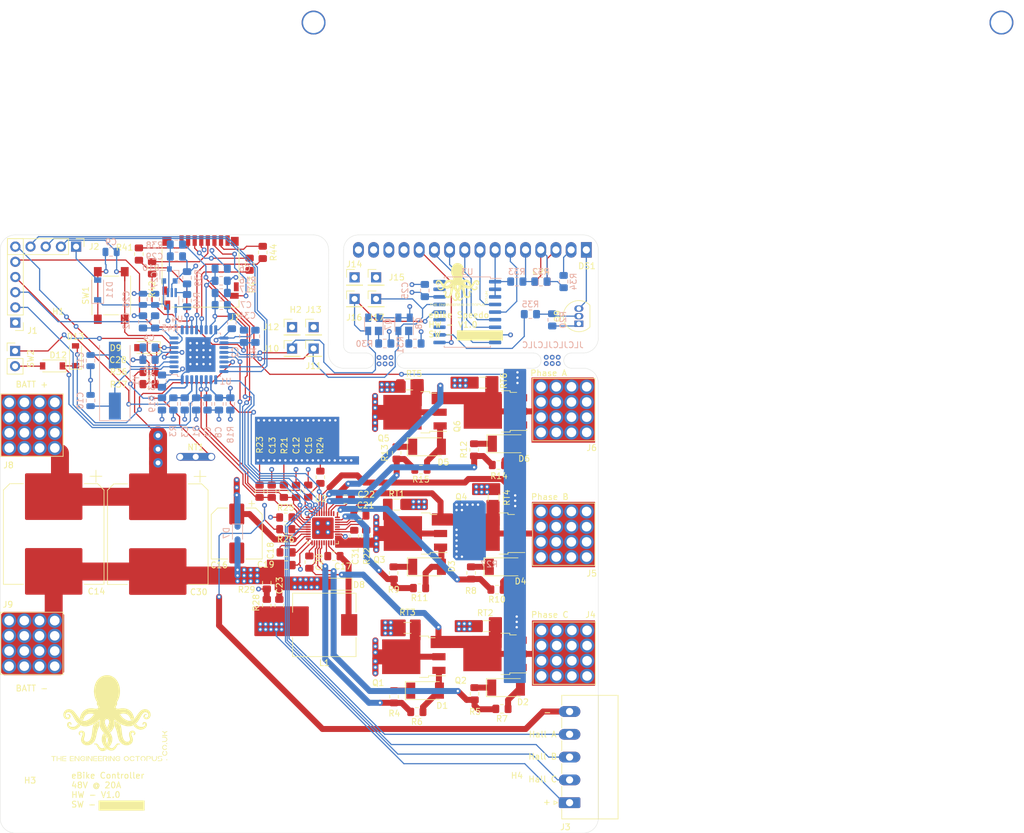
<source format=kicad_pcb>
(kicad_pcb (version 20171130) (host pcbnew "(5.1.5)-3")
  (layers (0 F.Cu signal) (1 In1.Cu power hide) (2 In2.Cu power hide) (31 B.Cu signal) (34 B.Paste user hide) (35 F.Paste user) (36 B.SilkS user) (37 F.SilkS user) (38 B.Mask user hide) (39 F.Mask user hide) (44 Edge.Cuts user))
  (net 0 "")
  (net 1 GND)
  (net 2 /BRAKE_SW_BP6)
  (net 3 /MODE2_SW_PA3)
  (net 4 /MODE1_SW_PB7)
  (net 5 /+3.3V)
  (net 6 "/BLDC Driver/HA")
  (net 7 /MCU/HALL_B_PB1)
  (net 8 /MCU/HALL_C_PB3)
  (net 9 /nRST)
  (net 10 "Net-(C10-Pad1)")
  (net 11 "Net-(C11-Pad1)")
  (net 12 "/BLDC Driver/nFAULT")
  (net 13 /MCU/nSLEEP_PA12)
  (net 14 +48V)
  (net 15 "/BLDC Driver/nBRAKE_PA3")
  (net 16 "Net-(C17-Pad2)")
  (net 17 "Net-(C17-Pad1)")
  (net 18 "Net-(C18-Pad2)")
  (net 19 "Net-(C18-Pad1)")
  (net 20 "/BLDC Driver/VREG")
  (net 21 "Net-(C20-Pad1)")
  (net 22 "Net-(C21-Pad1)")
  (net 23 "Net-(C22-Pad1)")
  (net 24 /BMS/V_BATT_MON_PA0)
  (net 25 "Net-(C29-Pad1)")
  (net 26 "Net-(D1-Pad2)")
  (net 27 "Net-(D1-Pad1)")
  (net 28 "Net-(D2-Pad2)")
  (net 29 "Net-(D2-Pad1)")
  (net 30 "Net-(D3-Pad2)")
  (net 31 "Net-(D3-Pad1)")
  (net 32 "Net-(D4-Pad2)")
  (net 33 "Net-(D4-Pad1)")
  (net 34 "Net-(D5-Pad2)")
  (net 35 "Net-(D5-Pad1)")
  (net 36 "Net-(D6-Pad2)")
  (net 37 "Net-(D6-Pad1)")
  (net 38 "Net-(DS1-Pad16)")
  (net 39 "Net-(DS1-Pad15)")
  (net 40 "Net-(DS1-Pad14)")
  (net 41 "Net-(DS1-Pad13)")
  (net 42 "Net-(DS1-Pad12)")
  (net 43 "Net-(DS1-Pad11)")
  (net 44 "Net-(DS1-Pad10)")
  (net 45 "Net-(DS1-Pad9)")
  (net 46 "Net-(DS1-Pad8)")
  (net 47 "Net-(DS1-Pad6)")
  (net 48 "Net-(DS1-Pad5)")
  (net 49 "Net-(DS1-Pad2)")
  (net 50 "Net-(DS1-Pad1)")
  (net 51 /THROTTLE_PA2)
  (net 52 /SWCLK)
  (net 53 /SWDIO)
  (net 54 /Triple_H_Bridge/PHASE_A)
  (net 55 /Triple_H_Bridge/PHASE_B)
  (net 56 /Triple_H_Bridge/PHASE_C)
  (net 57 "Net-(J7-Pad1)")
  (net 58 "Net-(J7-Pad2)")
  (net 59 "Net-(J7-Pad3)")
  (net 60 "Net-(J7-Pad5)")
  (net 61 "Net-(J7-Pad7)")
  (net 62 "Net-(J7-Pad8)")
  (net 63 /LSS)
  (net 64 "Net-(Q7-Pad1)")
  (net 65 "Net-(Q8-Pad1)")
  (net 66 "Net-(Q9-Pad2)")
  (net 67 "Net-(R19-Pad1)")
  (net 68 "Net-(R22-Pad2)")
  (net 69 "Net-(R25-Pad2)")
  (net 70 "Net-(R26-Pad1)")
  (net 71 "Net-(R28-Pad2)")
  (net 72 "Net-(R35-Pad2)")
  (net 73 "Net-(R39-Pad2)")
  (net 74 /BMS/I_BATT_MON_PA1)
  (net 75 "/BLDC Driver/PWM_PA0")
  (net 76 "/BLDC Driver/DIR_PA1")
  (net 77 "Net-(U1-Pad9)")
  (net 78 "Net-(U2-Pad36)")
  (net 79 "Net-(U2-Pad30)")
  (net 80 "Net-(U2-Pad26)")
  (net 81 "Net-(U2-Pad1)")
  (net 82 "Net-(U3-Pad13)")
  (net 83 "Net-(U3-Pad12)")
  (net 84 "/BLDC Driver/PA1")
  (net 85 "/BLDC Driver/PA3")
  (net 86 "/BLDC Driver/PB3")
  (net 87 "/BLDC Driver/PB1")
  (net 88 "/BLDC Driver/PC3")
  (net 89 "/BLDC Driver/PC1")
  (net 90 GNDD)
  (net 91 GNDA)
  (net 92 /MCU/THROTTLE_PA2)
  (net 93 /MCU/SD_SPI1)
  (net 94 /MCU/SD_SPI4)
  (net 95 /MCU/SD_SPI3)
  (net 96 /MCU/SD_SPI2)
  (net 97 /LCD/LCD_I2C1)
  (net 98 /LCD/LCD_I2C2)
  (net 99 "Net-(D11-Pad2)")
  (net 100 "Net-(D12-Pad2)")
  (net 101 "/BLDC Driver/nSLEEP_PA12")
  (module otk:newlogo (layer F.Cu) (at 124.7 67.3)
    (fp_text reference G*** hide)
    (fp_text value LOGO hide)
  )
  (module otk:logo_big (layer F.Cu) (at 66.3 139.8)
    (fp_text reference G*** hide)
    (fp_text value LOGO hide)
  )
  (module Connector_PinHeader_2.54mm:PinHeader_1x02_P2.54mm_Vertical (layer F.Cu) (at 50.5 78.4)
    (fp_text reference SW2 (at 2.6 1.3 90) (layer F.SilkS))
    (fp_text value SW_SPST)
    (pad 2 thru_hole oval (at 0 2.54) (size 1.7 1.7) (drill 1) (layers *.Cu *.Mask) (net 100 "Net-(D12-Pad2)"))
    (pad 1 thru_hole rect (at 0 0) (size 1.7 1.7) (drill 1) (layers *.Cu *.Mask) (net 24 /BMS/V_BATT_MON_PA0))
  )
  (module Diode_SMD:D_SOD-123 (layer F.Cu) (at 60.6 79.2 90)
    (fp_text reference D13 (at 3.2 0 180) (layer F.SilkS))
    (fp_text value STPS2L60ZFY)
    (pad 2 smd rect (at 1.65 0 90) (size 0.9 1.2) (layers F.Cu F.Paste F.Mask) (net 13 /MCU/nSLEEP_PA12))
    (pad 1 smd rect (at -1.65 0 90) (size 0.9 1.2) (layers F.Cu F.Paste F.Mask) (net 101 "/BLDC Driver/nSLEEP_PA12"))
  )
  (module Diode_SMD:D_SOD-123 (layer F.Cu) (at 56.75 80.9 180)
    (fp_text reference D12 (at -0.95 1.8) (layer F.SilkS))
    (fp_text value STPS2L60ZFY)
    (pad 2 smd rect (at 1.65 0 180) (size 0.9 1.2) (layers F.Cu F.Paste F.Mask) (net 100 "Net-(D12-Pad2)"))
    (pad 1 smd rect (at -1.65 0 180) (size 0.9 1.2) (layers F.Cu F.Paste F.Mask) (net 101 "/BLDC Driver/nSLEEP_PA12"))
  )
  (module Diode_SMD:D_SOD-123 (layer B.Cu) (at 64.3 68.2 90)
    (fp_text reference D11 (at 0 2 270) (layer B.SilkS) (effects (justify mirror)))
    (fp_text value STPS2L60ZFY)
    (pad 2 smd rect (at 1.65 0 90) (size 0.9 1.2) (layers B.Cu B.Paste B.Mask) (net 99 "Net-(D11-Pad2)"))
    (pad 1 smd rect (at -1.65 0 90) (size 0.9 1.2) (layers B.Cu B.Paste B.Mask) (net 5 /+3.3V))
  )
  (module Display:HY1602E (layer F.Cu) (at 146 61.5 180)
    (fp_text reference DS1 (at -0.1 -2.7) (layer F.SilkS))
    (fp_text value HY1602E)
    (pad "" thru_hole circle (at -69.40042 38.00094) (size 4 4) (drill 3.5) (layers *.Cu *.Mask))
    (pad "" thru_hole circle (at 45.60062 38.00094) (size 4 4) (drill 3.5) (layers *.Cu *.Mask))
    (pad 16 thru_hole oval (at 38.1 0) (size 1.8 2.6) (drill 1.2) (layers *.Cu *.Mask) (net 38 "Net-(DS1-Pad16)"))
    (pad 15 thru_hole oval (at 35.56 0) (size 1.8 2.6) (drill 1.2) (layers *.Cu *.Mask) (net 39 "Net-(DS1-Pad15)"))
    (pad 14 thru_hole oval (at 33.02 0) (size 1.8 2.6) (drill 1.2) (layers *.Cu *.Mask) (net 40 "Net-(DS1-Pad14)"))
    (pad 13 thru_hole oval (at 30.48 0) (size 1.8 2.6) (drill 1.2) (layers *.Cu *.Mask) (net 41 "Net-(DS1-Pad13)"))
    (pad 12 thru_hole oval (at 27.94 0) (size 1.8 2.6) (drill 1.2) (layers *.Cu *.Mask) (net 42 "Net-(DS1-Pad12)"))
    (pad 11 thru_hole oval (at 25.4 0) (size 1.8 2.6) (drill 1.2) (layers *.Cu *.Mask) (net 43 "Net-(DS1-Pad11)"))
    (pad 10 thru_hole oval (at 22.86 0) (size 1.8 2.6) (drill 1.2) (layers *.Cu *.Mask) (net 44 "Net-(DS1-Pad10)"))
    (pad 9 thru_hole oval (at 20.32 0) (size 1.8 2.6) (drill 1.2) (layers *.Cu *.Mask) (net 45 "Net-(DS1-Pad9)"))
    (pad 8 thru_hole oval (at 17.78 0) (size 1.8 2.6) (drill 1.2) (layers *.Cu *.Mask) (net 46 "Net-(DS1-Pad8)"))
    (pad 7 thru_hole oval (at 15.24 0) (size 1.8 2.6) (drill 1.2) (layers *.Cu *.Mask) (net 90 GNDD))
    (pad 6 thru_hole oval (at 12.7 0) (size 1.8 2.6) (drill 1.2) (layers *.Cu *.Mask) (net 47 "Net-(DS1-Pad6)"))
    (pad 5 thru_hole oval (at 10.16 0) (size 1.8 2.6) (drill 1.2) (layers *.Cu *.Mask) (net 48 "Net-(DS1-Pad5)"))
    (pad 4 thru_hole oval (at 7.62 0) (size 1.8 2.6) (drill 1.2) (layers *.Cu *.Mask) (net 5 /+3.3V))
    (pad 3 thru_hole oval (at 5.08 0) (size 1.8 2.6) (drill 1.2) (layers *.Cu *.Mask) (net 90 GNDD))
    (pad 2 thru_hole oval (at 2.54 0) (size 1.8 2.6) (drill 1.2) (layers *.Cu *.Mask) (net 49 "Net-(DS1-Pad2)"))
    (pad 1 thru_hole rect (at 0 0) (size 1.8 2.6) (drill 1.2) (layers *.Cu *.Mask) (net 50 "Net-(DS1-Pad1)"))
  )
  (module Resistor_SMD:R_1206_3216Metric_Pad1.42x1.75mm_HandSolder (layer F.Cu) (at 128.7 83.7 180)
    (fp_text reference RT6 (at -3.5 0.3 90) (layer F.SilkS))
    (fp_text value R_Thermal)
    (pad 2 smd roundrect (at 1.4875 0 180) (size 1.425 1.75) (layers F.Cu F.Paste F.Mask) (roundrect_rratio 0.175439) (net 1 GND))
    (pad 1 smd roundrect (at -1.4875 0 180) (size 1.425 1.75) (layers F.Cu F.Paste F.Mask) (roundrect_rratio 0.175439) (net 56 /Triple_H_Bridge/PHASE_C))
  )
  (module Resistor_SMD:R_1206_3216Metric_Pad1.42x1.75mm_HandSolder (layer F.Cu) (at 116.3875 84 180)
    (fp_text reference RT5 (at -0.8125 1.8) (layer F.SilkS))
    (fp_text value R_Thermal)
    (pad 2 smd roundrect (at 1.4875 0 180) (size 1.425 1.75) (layers F.Cu F.Paste F.Mask) (roundrect_rratio 0.175439) (net 1 GND))
    (pad 1 smd roundrect (at -1.4875 0 180) (size 1.425 1.75) (layers F.Cu F.Paste F.Mask) (roundrect_rratio 0.175439) (net 14 +48V))
  )
  (module Resistor_SMD:R_1206_3216Metric_Pad1.42x1.75mm_HandSolder (layer F.Cu) (at 130.5 102.9125 90)
    (fp_text reference RT4 (at 0 2.2 90) (layer F.SilkS))
    (fp_text value R_Thermal)
    (pad 2 smd roundrect (at 1.4875 0 90) (size 1.425 1.75) (layers F.Cu F.Paste F.Mask) (roundrect_rratio 0.175439) (net 1 GND))
    (pad 1 smd roundrect (at -1.4875 0 90) (size 1.425 1.75) (layers F.Cu F.Paste F.Mask) (roundrect_rratio 0.175439) (net 55 /Triple_H_Bridge/PHASE_B))
  )
  (module Resistor_SMD:R_1206_3216Metric_Pad1.42x1.75mm_HandSolder (layer F.Cu) (at 116.1 124.7 180)
    (fp_text reference RT3 (at 0 2.6) (layer F.SilkS))
    (fp_text value R_Thermal)
    (pad 2 smd roundrect (at 1.4875 0 180) (size 1.425 1.75) (layers F.Cu F.Paste F.Mask) (roundrect_rratio 0.175439) (net 1 GND))
    (pad 1 smd roundrect (at -1.4875 0 180) (size 1.425 1.75) (layers F.Cu F.Paste F.Mask) (roundrect_rratio 0.175439) (net 14 +48V))
  )
  (module Resistor_SMD:R_1206_3216Metric_Pad1.42x1.75mm_HandSolder (layer F.Cu) (at 129.3125 124.4 180)
    (fp_text reference RT2 (at 0.2125 2.2) (layer F.SilkS))
    (fp_text value R_Thermal)
    (pad 2 smd roundrect (at 1.4875 0 180) (size 1.425 1.75) (layers F.Cu F.Paste F.Mask) (roundrect_rratio 0.175439) (net 1 GND))
    (pad 1 smd roundrect (at -1.4875 0 180) (size 1.425 1.75) (layers F.Cu F.Paste F.Mask) (roundrect_rratio 0.175439) (net 54 /Triple_H_Bridge/PHASE_A))
  )
  (module Resistor_SMD:R_1206_3216Metric_Pad1.42x1.75mm_HandSolder (layer F.Cu) (at 114.3 104.1)
    (fp_text reference RT1 (at 0 -1.82) (layer F.SilkS))
    (fp_text value R_Thermal)
    (pad 2 smd roundrect (at 1.4875 0) (size 1.425 1.75) (layers F.Cu F.Paste F.Mask) (roundrect_rratio 0.175439) (net 1 GND))
    (pad 1 smd roundrect (at -1.4875 0) (size 1.425 1.75) (layers F.Cu F.Paste F.Mask) (roundrect_rratio 0.175439) (net 14 +48V))
  )
  (module MountingHole:MountingHole_3.2mm_M3_DIN965 (layer F.Cu) (at 134.4 153.2)
    (fp_text reference H4 (at 0 -3.8) (layer F.SilkS))
    (fp_text value MountingHole)
    (pad 1 np_thru_hole circle (at 0 0) (size 3.2 3.2) (drill 3.2) (layers *.Cu *.Mask))
  )
  (module MountingHole:MountingHole_3.2mm_M3_DIN965 (layer F.Cu) (at 53 154)
    (fp_text reference H3 (at 0 -3.8) (layer F.SilkS))
    (fp_text value MountingHole)
    (pad 1 np_thru_hole circle (at 0 0) (size 3.2 3.2) (drill 3.2) (layers *.Cu *.Mask))
  )
  (module MountingHole:MountingHole_3.2mm_M3 (layer F.Cu) (at 97.4 67.1 90)
    (fp_text reference H2 (at -4.4 0 180) (layer F.SilkS))
    (fp_text value MountingHole)
    (pad 1 np_thru_hole circle (at 0 0 90) (size 3.2 3.2) (drill 3.2) (layers *.Cu *.Mask))
  )
  (module MountingHole:MountingHole_3.2mm_M3 (layer F.Cu) (at 57.7 67.1)
    (fp_text reference H1 (at 0 4.7) (layer F.SilkS))
    (fp_text value MountingHole)
    (pad 1 np_thru_hole circle (at 0 0) (size 3.2 3.2) (drill 3.2) (layers *.Cu *.Mask))
  )
  (module Connector_PinHeader_2.54mm:PinHeader_1x01_P2.54mm_Vertical (layer F.Cu) (at 110.85 69.7)
    (fp_text reference J17 (at 0.05 3.1) (layer F.SilkS))
    (fp_text value I2C_SDA_S)
    (pad 1 thru_hole rect (at 0 0) (size 1.7 1.7) (drill 1) (layers *.Cu *.Mask) (net 98 /LCD/LCD_I2C2))
  )
  (module Connector_PinHeader_2.54mm:PinHeader_1x01_P2.54mm_Vertical (layer F.Cu) (at 107.25 69.7)
    (fp_text reference J16 (at -0.05 3.1) (layer F.SilkS))
    (fp_text value I2C_SCL_S)
    (pad 1 thru_hole rect (at 0 0) (size 1.7 1.7) (drill 1) (layers *.Cu *.Mask) (net 97 /LCD/LCD_I2C1))
  )
  (module Connector_PinHeader_2.54mm:PinHeader_1x01_P2.54mm_Vertical (layer F.Cu) (at 110.85 66.1)
    (fp_text reference J15 (at 3.45 0) (layer F.SilkS))
    (fp_text value GNDD_S)
    (pad 1 thru_hole rect (at 0 0) (size 1.7 1.7) (drill 1) (layers *.Cu *.Mask) (net 90 GNDD))
  )
  (module Connector_PinHeader_2.54mm:PinHeader_1x01_P2.54mm_Vertical (layer F.Cu) (at 107.25 66.1)
    (fp_text reference J14 (at -0.05 -2.2) (layer F.SilkS))
    (fp_text value +3V3_S)
    (pad 1 thru_hole rect (at 0 0) (size 1.7 1.7) (drill 1) (layers *.Cu *.Mask) (net 5 /+3.3V))
  )
  (module Connector_Card:microSD_HC_Hirose_DM3D-SF (layer F.Cu) (at 81.5 65.3 180)
    (fp_text reference J7 (at -5.7 -7.5) (layer F.SilkS))
    (fp_text value Micro_SD_Card)
    (pad 10 smd rect (at 5.575 -5.45 180) (size 1 1.55) (layers F.Cu F.Paste F.Mask))
    (pad 11 smd rect (at 5.625 5.225 180) (size 1.5 1.5) (layers F.Cu F.Paste F.Mask))
    (pad 1 smd rect (at 3.175 5.35 180) (size 0.7 1.75) (layers F.Cu F.Paste F.Mask) (net 57 "Net-(J7-Pad1)"))
    (pad 2 smd rect (at 2.075 5.35 180) (size 0.7 1.75) (layers F.Cu F.Paste F.Mask) (net 58 "Net-(J7-Pad2)"))
    (pad 3 smd rect (at 0.975 5.35 180) (size 0.7 1.75) (layers F.Cu F.Paste F.Mask) (net 59 "Net-(J7-Pad3)"))
    (pad 4 smd rect (at -0.125 5.35 180) (size 0.7 1.75) (layers F.Cu F.Paste F.Mask) (net 5 /+3.3V))
    (pad 5 smd rect (at -1.225 5.35 180) (size 0.7 1.75) (layers F.Cu F.Paste F.Mask) (net 60 "Net-(J7-Pad5)"))
    (pad 6 smd rect (at -2.325 5.35 180) (size 0.7 1.75) (layers F.Cu F.Paste F.Mask) (net 90 GNDD))
    (pad 7 smd rect (at -3.425 5.35 180) (size 0.7 1.75) (layers F.Cu F.Paste F.Mask) (net 61 "Net-(J7-Pad7)"))
    (pad 11 smd rect (at 5.975 -3.025 180) (size 0.8 1.4) (layers F.Cu F.Paste F.Mask))
    (pad 9 smd rect (at -5.65 -3.875 180) (size 1.45 1) (layers F.Cu F.Paste F.Mask) (net 90 GNDD))
    (pad 11 smd rect (at -5.975 -2.375 180) (size 0.8 1.5) (layers F.Cu F.Paste F.Mask))
    (pad 11 smd rect (at -5.725 5.225 180) (size 1.3 1.5) (layers F.Cu F.Paste F.Mask))
    (pad 8 smd rect (at -4.525 5.35 180) (size 0.7 1.75) (layers F.Cu F.Paste F.Mask) (net 62 "Net-(J7-Pad8)"))
  )
  (module Connector_PinHeader_2.54mm:PinHeader_1x01_P2.54mm_Vertical (layer F.Cu) (at 100.408 74.422)
    (fp_text reference J13 (at 0 -2.922) (layer F.SilkS))
    (fp_text value GNDD)
    (pad 1 thru_hole rect (at 0 0) (size 1.7 1.7) (drill 1) (layers *.Cu *.Mask) (net 90 GNDD))
  )
  (module Connector_PinHeader_2.54mm:PinHeader_1x01_P2.54mm_Vertical (layer F.Cu) (at 96.8 74.422)
    (fp_text reference J12 (at -3.5 -0.022) (layer F.SilkS))
    (fp_text value +3V3)
    (pad 1 thru_hole rect (at 0 0) (size 1.7 1.7) (drill 1) (layers *.Cu *.Mask) (net 5 /+3.3V))
  )
  (module Package_DFN_QFN:QFN-40-1EP_5x5mm_P0.4mm_EP3.6x3.6mm (layer F.Cu) (at 101.949 108.0295 270)
    (fp_text reference U2 (at -4.9295 0.349 180) (layer F.SilkS))
    (fp_text value MP6535)
    (pad 40 smd roundrect (at -1.8 -2.4375 270) (size 0.25 0.825) (layers F.Cu F.Paste F.Mask) (net 86 "/BLDC Driver/PB3"))
    (pad 39 smd roundrect (at -1.4 -2.4375 270) (size 0.25 0.825) (layers F.Cu F.Paste F.Mask) (net 87 "/BLDC Driver/PB1"))
    (pad 38 smd roundrect (at -1 -2.4375 270) (size 0.25 0.825) (layers F.Cu F.Paste F.Mask) (net 55 /Triple_H_Bridge/PHASE_B))
    (pad 37 smd roundrect (at -0.6 -2.4375 270) (size 0.25 0.825) (layers F.Cu F.Paste F.Mask) (net 22 "Net-(C21-Pad1)"))
    (pad 36 smd roundrect (at -0.2 -2.4375 270) (size 0.25 0.825) (layers F.Cu F.Paste F.Mask) (net 78 "Net-(U2-Pad36)"))
    (pad 35 smd roundrect (at 0.2 -2.4375 270) (size 0.25 0.825) (layers F.Cu F.Paste F.Mask) (net 68 "Net-(R22-Pad2)"))
    (pad 34 smd roundrect (at 0.6 -2.4375 270) (size 0.25 0.825) (layers F.Cu F.Paste F.Mask) (net 1 GND))
    (pad 33 smd roundrect (at 1 -2.4375 270) (size 0.25 0.825) (layers F.Cu F.Paste F.Mask) (net 71 "Net-(R28-Pad2)"))
    (pad 32 smd roundrect (at 1.4 -2.4375 270) (size 0.25 0.825) (layers F.Cu F.Paste F.Mask) (net 14 +48V))
    (pad 31 smd roundrect (at 1.8 -2.4375 270) (size 0.25 0.825) (layers F.Cu F.Paste F.Mask) (net 14 +48V))
    (pad 30 smd roundrect (at 2.4375 -1.8 270) (size 0.825 0.25) (layers F.Cu F.Paste F.Mask) (net 79 "Net-(U2-Pad30)"))
    (pad 29 smd roundrect (at 2.4375 -1.4 270) (size 0.825 0.25) (layers F.Cu F.Paste F.Mask))
    (pad 28 smd roundrect (at 2.4375 -1 270) (size 0.825 0.25) (layers F.Cu F.Paste F.Mask) (net 17 "Net-(C17-Pad1)"))
    (pad 27 smd roundrect (at 2.4375 -0.6 270) (size 0.825 0.25) (layers F.Cu F.Paste F.Mask) (net 16 "Net-(C17-Pad2)"))
    (pad 26 smd roundrect (at 2.4375 -0.2 270) (size 0.825 0.25) (layers F.Cu F.Paste F.Mask) (net 80 "Net-(U2-Pad26)"))
    (pad 25 smd roundrect (at 2.4375 0.2 270) (size 0.825 0.25) (layers F.Cu F.Paste F.Mask) (net 84 "/BLDC Driver/PA1"))
    (pad 24 smd roundrect (at 2.4375 0.6 270) (size 0.825 0.25) (layers F.Cu F.Paste F.Mask) (net 85 "/BLDC Driver/PA3"))
    (pad 23 smd roundrect (at 2.4375 1 270) (size 0.825 0.25) (layers F.Cu F.Paste F.Mask) (net 54 /Triple_H_Bridge/PHASE_A))
    (pad 22 smd roundrect (at 2.4375 1.4 270) (size 0.825 0.25) (layers F.Cu F.Paste F.Mask) (net 21 "Net-(C20-Pad1)"))
    (pad 21 smd roundrect (at 2.4375 1.8 270) (size 0.825 0.25) (layers F.Cu F.Paste F.Mask) (net 20 "/BLDC Driver/VREG"))
    (pad 20 smd roundrect (at 1.8 2.4375 270) (size 0.25 0.825) (layers F.Cu F.Paste F.Mask) (net 18 "Net-(C18-Pad2)"))
    (pad 19 smd roundrect (at 1.4 2.4375 270) (size 0.25 0.825) (layers F.Cu F.Paste F.Mask) (net 19 "Net-(C18-Pad1)"))
    (pad 18 smd roundrect (at 1 2.4375 270) (size 0.25 0.825) (layers F.Cu F.Paste F.Mask) (net 14 +48V))
    (pad 17 smd roundrect (at 0.6 2.4375 270) (size 0.25 0.825) (layers F.Cu F.Paste F.Mask) (net 90 GNDD))
    (pad 16 smd roundrect (at 0.2 2.4375 270) (size 0.25 0.825) (layers F.Cu F.Paste F.Mask) (net 70 "Net-(R26-Pad1)"))
    (pad 15 smd roundrect (at -0.2 2.4375 270) (size 0.25 0.825) (layers F.Cu F.Paste F.Mask) (net 69 "Net-(R25-Pad2)"))
    (pad 14 smd roundrect (at -0.6 2.4375 270) (size 0.25 0.825) (layers F.Cu F.Paste F.Mask) (net 101 "/BLDC Driver/nSLEEP_PA12"))
    (pad 13 smd roundrect (at -1 2.4375 270) (size 0.25 0.825) (layers F.Cu F.Paste F.Mask) (net 12 "/BLDC Driver/nFAULT"))
    (pad 12 smd roundrect (at -1.4 2.4375 270) (size 0.25 0.825) (layers F.Cu F.Paste F.Mask) (net 76 "/BLDC Driver/DIR_PA1"))
    (pad 11 smd roundrect (at -1.8 2.4375 270) (size 0.25 0.825) (layers F.Cu F.Paste F.Mask) (net 75 "/BLDC Driver/PWM_PA0"))
    (pad 10 smd roundrect (at -2.4375 1.8 270) (size 0.825 0.25) (layers F.Cu F.Paste F.Mask) (net 15 "/BLDC Driver/nBRAKE_PA3"))
    (pad 9 smd roundrect (at -2.4375 1.4 270) (size 0.825 0.25) (layers F.Cu F.Paste F.Mask) (net 6 "/BLDC Driver/HA"))
    (pad 8 smd roundrect (at -2.4375 1 270) (size 0.825 0.25) (layers F.Cu F.Paste F.Mask) (net 7 /MCU/HALL_B_PB1))
    (pad 7 smd roundrect (at -2.4375 0.6 270) (size 0.825 0.25) (layers F.Cu F.Paste F.Mask) (net 8 /MCU/HALL_C_PB3))
    (pad 6 smd roundrect (at -2.4375 0.2 270) (size 0.825 0.25) (layers F.Cu F.Paste F.Mask) (net 63 /LSS))
    (pad 5 smd roundrect (at -2.4375 -0.2 270) (size 0.825 0.25) (layers F.Cu F.Paste F.Mask) (net 88 "/BLDC Driver/PC3"))
    (pad 4 smd roundrect (at -2.4375 -0.6 270) (size 0.825 0.25) (layers F.Cu F.Paste F.Mask) (net 89 "/BLDC Driver/PC1"))
    (pad 3 smd roundrect (at -2.4375 -1 270) (size 0.825 0.25) (layers F.Cu F.Paste F.Mask) (net 56 /Triple_H_Bridge/PHASE_C))
    (pad 2 smd roundrect (at -2.4375 -1.4 270) (size 0.825 0.25) (layers F.Cu F.Paste F.Mask) (net 23 "Net-(C22-Pad1)"))
    (pad 1 smd roundrect (at -2.4375 -1.8 270) (size 0.825 0.25) (layers F.Cu F.Paste F.Mask) (net 81 "Net-(U2-Pad1)"))
    (pad 41 smd roundrect (at 0 0 270) (size 3.6 3.6) (layers F.Cu F.Mask) (roundrect_rratio 0.06944400000000001) (net 1 GND))
  )
  (module Power_Connector:180A_screw_terminal_7461383 (layer F.Cu) (at 57.12 123.48 270)
    (fp_text reference J9 (at -2.68 7.82 180) (layer F.SilkS))
    (fp_text value GND)
    (pad 1 thru_hole circle (at 2.54 7.62 270) (size 2.4 2.4) (drill 1.6) (layers *.Cu *.Mask) (net 1 GND))
    (pad 1 thru_hole circle (at 0 7.62 270) (size 2.4 2.4) (drill 1.6) (layers *.Cu *.Mask) (net 1 GND))
    (pad 1 thru_hole circle (at 5.08 7.62 270) (size 2.4 2.4) (drill 1.6) (layers *.Cu *.Mask) (net 1 GND))
    (pad 1 thru_hole circle (at 7.62 7.62 270) (size 2.4 2.4) (drill 1.6) (layers *.Cu *.Mask) (net 1 GND))
    (pad 1 thru_hole circle (at 2.54 5.08 270) (size 2.4 2.4) (drill 1.6) (layers *.Cu *.Mask) (net 1 GND))
    (pad 1 thru_hole circle (at 0 5.08 270) (size 2.4 2.4) (drill 1.6) (layers *.Cu *.Mask) (net 1 GND))
    (pad 1 thru_hole circle (at 5.08 5.08 270) (size 2.4 2.4) (drill 1.6) (layers *.Cu *.Mask) (net 1 GND))
    (pad 1 thru_hole circle (at 7.62 5.08 270) (size 2.4 2.4) (drill 1.6) (layers *.Cu *.Mask) (net 1 GND))
    (pad 1 thru_hole circle (at 2.54 2.54 270) (size 2.4 2.4) (drill 1.6) (layers *.Cu *.Mask) (net 1 GND))
    (pad 1 thru_hole circle (at 0 2.54 270) (size 2.4 2.4) (drill 1.6) (layers *.Cu *.Mask) (net 1 GND))
    (pad 1 thru_hole circle (at 5.08 2.54 270) (size 2.4 2.4) (drill 1.6) (layers *.Cu *.Mask) (net 1 GND))
    (pad 1 thru_hole circle (at 7.62 2.54 270) (size 2.4 2.4) (drill 1.6) (layers *.Cu *.Mask) (net 1 GND))
    (pad 1 thru_hole circle (at 7.62 0 270) (size 2.4 2.4) (drill 1.6) (layers *.Cu *.Mask) (net 1 GND))
    (pad 1 thru_hole circle (at 5.08 0 270) (size 2.4 2.4) (drill 1.6) (layers *.Cu *.Mask) (net 1 GND))
    (pad 1 thru_hole circle (at 2.54 0 270) (size 2.4 2.4) (drill 1.6) (layers *.Cu *.Mask) (net 1 GND))
    (pad 1 thru_hole circle (at 0 0 270) (size 2.4 2.4) (drill 1.6) (layers *.Cu *.Mask) (net 1 GND))
    (pad 1 thru_hole circle (at 0 0 270) (size 2.4 2.4) (drill 1.6) (layers *.Cu *.Mask) (net 1 GND))
  )
  (module Resistor_SMD:R_0805_2012Metric_Pad1.15x1.40mm_HandSolder (layer B.Cu) (at 90.672 75.951 90)
    (fp_text reference R2 (at -2.849 -0.372 90) (layer B.SilkS) (effects (justify mirror)))
    (fp_text value 100k)
    (pad 2 smd roundrect (at 1.025 0 90) (size 1.15 1.4) (layers B.Cu B.Paste B.Mask) (roundrect_rratio 0.217391) (net 5 /+3.3V))
    (pad 1 smd roundrect (at -1.025 0 90) (size 1.15 1.4) (layers B.Cu B.Paste B.Mask) (roundrect_rratio 0.217391) (net 3 /MODE2_SW_PA3))
  )
  (module Capacitor_SMD:C_0805_2012Metric_Pad1.15x1.40mm_HandSolder (layer B.Cu) (at 71.876 73.538 90)
    (fp_text reference C32 (at 0.138 -2.776 90) (layer B.SilkS) (effects (justify mirror)))
    (fp_text value 50n)
    (pad 2 smd roundrect (at 1.025 0 90) (size 1.15 1.4) (layers B.Cu B.Paste B.Mask) (roundrect_rratio 0.217391) (net 91 GNDA))
    (pad 1 smd roundrect (at -1.025 0 90) (size 1.15 1.4) (layers B.Cu B.Paste B.Mask) (roundrect_rratio 0.217391) (net 92 /MCU/THROTTLE_PA2))
  )
  (module Resistor_SMD:R_0805_2012Metric_Pad1.15x1.40mm_HandSolder (layer F.Cu) (at 101.5305 99.5095 270)
    (fp_text reference R24 (at -5.3095 0.0305 90) (layer F.SilkS))
    (fp_text value 10k)
    (pad 2 smd roundrect (at 1.025 0 270) (size 1.15 1.4) (layers F.Cu F.Paste F.Mask) (roundrect_rratio 0.217391) (net 15 "/BLDC Driver/nBRAKE_PA3"))
    (pad 1 smd roundrect (at -1.025 0 270) (size 1.15 1.4) (layers F.Cu F.Paste F.Mask) (roundrect_rratio 0.217391) (net 5 /+3.3V))
  )
  (module Resistor_SMD:20m_4W (layer B.Cu) (at 133.5715 108.962 180)
    (fp_text reference R27 (at 3.81 -5.08 180) (layer B.SilkS) (effects (justify mirror)))
    (fp_text value 20m)
    (pad 2 smd rect (at 6.26 0 180) (size 2.75 7.82) (layers B.Cu B.Paste B.Mask) (net 1 GND))
    (pad 1 smd rect (at 0 0 180) (size 2.75 7.82) (layers B.Cu B.Paste B.Mask) (net 63 /LSS))
  )
  (module Capacitor_SMD:C_0805_2012Metric_Pad1.15x1.40mm_HandSolder (layer F.Cu) (at 95.8065 112.0735)
    (fp_text reference C18 (at -2.6065 -0.2735 270) (layer F.SilkS))
    (fp_text value 0.47n)
    (pad 2 smd roundrect (at 1.025 0) (size 1.15 1.4) (layers F.Cu F.Paste F.Mask) (roundrect_rratio 0.217391) (net 18 "Net-(C18-Pad2)"))
    (pad 1 smd roundrect (at -1.025 0) (size 1.15 1.4) (layers F.Cu F.Paste F.Mask) (roundrect_rratio 0.217391) (net 19 "Net-(C18-Pad1)"))
  )
  (module Resistor_SMD:R_0805_2012Metric_Pad1.15x1.40mm_HandSolder (layer F.Cu) (at 91.3705 101.859 270)
    (fp_text reference R23 (at -7.759 -0.0295 90) (layer F.SilkS))
    (fp_text value 10k)
    (pad 2 smd roundrect (at 1.025 0 270) (size 1.15 1.4) (layers F.Cu F.Paste F.Mask) (roundrect_rratio 0.217391) (net 101 "/BLDC Driver/nSLEEP_PA12"))
    (pad 1 smd roundrect (at -1.025 0 270) (size 1.15 1.4) (layers F.Cu F.Paste F.Mask) (roundrect_rratio 0.217391) (net 5 /+3.3V))
  )
  (module Capacitor_SMD:C_0805_2012Metric_Pad1.15x1.40mm_HandSolder (layer F.Cu) (at 93.4025 101.859 90)
    (fp_text reference C13 (at 7.659 0.0975 270) (layer F.SilkS))
    (fp_text value 100n)
    (pad 2 smd roundrect (at 1.025 0 90) (size 1.15 1.4) (layers F.Cu F.Paste F.Mask) (roundrect_rratio 0.217391) (net 90 GNDD))
    (pad 1 smd roundrect (at -1.025 0 90) (size 1.15 1.4) (layers F.Cu F.Paste F.Mask) (roundrect_rratio 0.217391) (net 101 "/BLDC Driver/nSLEEP_PA12"))
  )
  (module Capacitor_SMD:C_0805_2012Metric_Pad1.15x1.40mm_HandSolder (layer F.Cu) (at 99.4985 101.841 90)
    (fp_text reference C15 (at 7.641 0.1015 90) (layer F.SilkS))
    (fp_text value 100n)
    (pad 2 smd roundrect (at 1.025 0 90) (size 1.15 1.4) (layers F.Cu F.Paste F.Mask) (roundrect_rratio 0.217391) (net 90 GNDD))
    (pad 1 smd roundrect (at -1.025 0 90) (size 1.15 1.4) (layers F.Cu F.Paste F.Mask) (roundrect_rratio 0.217391) (net 15 "/BLDC Driver/nBRAKE_PA3"))
  )
  (module Capacitor_SMD:C_0805_2012Metric_Pad1.15x1.40mm_HandSolder (layer F.Cu) (at 97.4665 101.859 90)
    (fp_text reference C12 (at 7.659 0.0335 270) (layer F.SilkS))
    (fp_text value 100n)
    (pad 2 smd roundrect (at 1.025 0 90) (size 1.15 1.4) (layers F.Cu F.Paste F.Mask) (roundrect_rratio 0.217391) (net 90 GNDD))
    (pad 1 smd roundrect (at -1.025 0 90) (size 1.15 1.4) (layers F.Cu F.Paste F.Mask) (roundrect_rratio 0.217391) (net 12 "/BLDC Driver/nFAULT"))
  )
  (module Capacitor_SMD:C_0805_2012Metric_Pad1.15x1.40mm_HandSolder (layer B.Cu) (at 86.735 73.656 90)
    (fp_text reference C34 (at 1.156 2.565 180) (layer B.SilkS) (effects (justify mirror)))
    (fp_text value 100n)
    (pad 2 smd roundrect (at 1.025 0 90) (size 1.15 1.4) (layers B.Cu B.Paste B.Mask) (roundrect_rratio 0.217391) (net 91 GNDA))
    (pad 1 smd roundrect (at -1.025 0 90) (size 1.15 1.4) (layers B.Cu B.Paste B.Mask) (roundrect_rratio 0.217391) (net 5 /+3.3V))
  )
  (module Capacitor_SMD:C_0805_2012Metric_Pad1.15x1.40mm_HandSolder (layer B.Cu) (at 75.051 83.444 270)
    (fp_text reference C33 (at 0.156 1.651 90) (layer B.SilkS) (effects (justify mirror)))
    (fp_text value 100n)
    (pad 1 smd roundrect (at -1.025 0 270) (size 1.15 1.4) (layers B.Cu B.Paste B.Mask) (roundrect_rratio 0.217391) (net 5 /+3.3V))
    (pad 2 smd roundrect (at 1.025 0 270) (size 1.15 1.4) (layers B.Cu B.Paste B.Mask) (roundrect_rratio 0.217391) (net 91 GNDA))
  )
  (module Capacitor_SMD:C_0805_2012Metric_Pad1.15x1.40mm_HandSolder (layer B.Cu) (at 72.892 79.879 180)
    (fp_text reference C5 (at -0.008 -1.721) (layer B.SilkS) (effects (justify mirror)))
    (fp_text value 100n)
    (pad 2 smd roundrect (at 1.025 0 180) (size 1.15 1.4) (layers B.Cu B.Paste B.Mask) (roundrect_rratio 0.217391) (net 91 GNDA))
    (pad 1 smd roundrect (at -1.025 0 180) (size 1.15 1.4) (layers B.Cu B.Paste B.Mask) (roundrect_rratio 0.217391) (net 5 /+3.3V))
  )
  (module Capacitor_SMD:C_0805_2012Metric_Pad1.15x1.40mm_HandSolder (layer B.Cu) (at 84.576 87.254 270)
    (fp_text reference C8 (at 4.746 0.076 90) (layer B.SilkS) (effects (justify mirror)))
    (fp_text value 100n)
    (pad 2 smd roundrect (at 1.025 0 270) (size 1.15 1.4) (layers B.Cu B.Paste B.Mask) (roundrect_rratio 0.217391) (net 91 GNDA))
    (pad 1 smd roundrect (at -1.025 0 270) (size 1.15 1.4) (layers B.Cu B.Paste B.Mask) (roundrect_rratio 0.217391) (net 8 /MCU/HALL_C_PB3))
  )
  (module Capacitor_SMD:C_0805_2012Metric_Pad1.15x1.40mm_HandSolder (layer B.Cu) (at 84.966 70.735)
    (fp_text reference C7 (at 4.134 -0.035) (layer B.SilkS) (effects (justify mirror)))
    (fp_text value 100n)
    (pad 2 smd roundrect (at 1.025 0) (size 1.15 1.4) (layers B.Cu B.Paste B.Mask) (roundrect_rratio 0.217391) (net 91 GNDA))
    (pad 1 smd roundrect (at -1.025 0) (size 1.15 1.4) (layers B.Cu B.Paste B.Mask) (roundrect_rratio 0.217391) (net 7 /MCU/HALL_B_PB1))
  )
  (module Capacitor_SMD:C_0805_2012Metric_Pad1.15x1.40mm_HandSolder (layer B.Cu) (at 84.957 64.639)
    (fp_text reference C6 (at 3.943 -0.039) (layer B.SilkS) (effects (justify mirror)))
    (fp_text value 100n)
    (pad 2 smd roundrect (at 1.025 0) (size 1.15 1.4) (layers B.Cu B.Paste B.Mask) (roundrect_rratio 0.217391) (net 91 GNDA))
    (pad 1 smd roundrect (at -1.025 0) (size 1.15 1.4) (layers B.Cu B.Paste B.Mask) (roundrect_rratio 0.217391) (net 6 "/BLDC Driver/HA"))
  )
  (module Capacitor_SMD:C_0805_2012Metric_Pad1.15x1.40mm_HandSolder (layer B.Cu) (at 82.671 87.254 270)
    (fp_text reference C1 (at 4.746 -0.029 90) (layer B.SilkS) (effects (justify mirror)))
    (fp_text value 100n)
    (pad 2 smd roundrect (at 1.025 0 270) (size 1.15 1.4) (layers B.Cu B.Paste B.Mask) (roundrect_rratio 0.217391) (net 91 GNDA))
    (pad 1 smd roundrect (at -1.025 0 270) (size 1.15 1.4) (layers B.Cu B.Paste B.Mask) (roundrect_rratio 0.217391) (net 2 /BRAKE_SW_BP6))
  )
  (module Resistor_SMD:R_0805_2012Metric_Pad1.15x1.40mm_HandSolder (layer B.Cu) (at 73.908 73.538 270)
    (fp_text reference R45 (at 1.062 -2.492 180) (layer B.SilkS) (effects (justify mirror)))
    (fp_text value 8.2k)
    (pad 2 smd roundrect (at 1.025 0 270) (size 1.15 1.4) (layers B.Cu B.Paste B.Mask) (roundrect_rratio 0.217391) (net 92 /MCU/THROTTLE_PA2))
    (pad 1 smd roundrect (at -1.025 0 270) (size 1.15 1.4) (layers B.Cu B.Paste B.Mask) (roundrect_rratio 0.217391) (net 51 /THROTTLE_PA2))
  )
  (module Crystal:Crystal_SMD_HC49-SD (layer B.Cu) (at 67.177 83.3588 90)
    (fp_text reference Y1 (at 0 3.55 90) (layer B.SilkS) (effects (justify mirror)))
    (fp_text value Crystal)
    (pad 2 smd rect (at 4.25 0 90) (size 4.5 2) (layers B.Cu B.Paste B.Mask) (net 11 "Net-(C11-Pad1)"))
    (pad 1 smd rect (at -4.25 0 90) (size 4.5 2) (layers B.Cu B.Paste B.Mask) (net 10 "Net-(C10-Pad1)"))
  )
  (module Inductor_SMD:L_10.4x10.4_H4.8 (layer F.Cu) (at 102.2 124.2 180)
    (fp_text reference L1 (at 0 -6.35) (layer F.SilkS))
    (fp_text value 100u)
    (pad 2 smd rect (at 4.15 0 180) (size 2.7 3.6) (layers F.Cu F.Paste F.Mask) (net 5 /+3.3V))
    (pad 1 smd rect (at -4.15 0 180) (size 2.7 3.6) (layers F.Cu F.Paste F.Mask) (net 17 "Net-(C17-Pad1)"))
  )
  (module NetTie:NetTie-3_THT_Pad1.0mm (layer F.Cu) (at 78.1 96.1)
    (fp_text reference NT1 (at 2.6 -1.6) (layer F.SilkS))
    (fp_text value Net-Tie_3)
    (fp_poly (pts (xy 0 -0.65) (xy 5.2 -0.65) (xy 5.2 0.65) (xy 0 0.65)) (layer B.Cu) (width 0))
    (fp_poly (pts (xy 0 -0.65) (xy 5.2 -0.65) (xy 5.2 0.65) (xy 0 0.65)) (layer F.Cu) (width 0))
    (pad 3 thru_hole circle (at 5.2 0) (size 1.3 1.3) (drill 1) (layers *.Cu) (net 90 GNDD))
    (pad 2 thru_hole circle (at 2.6 0) (size 1.3 1.3) (drill 1) (layers *.Cu) (net 1 GND))
    (pad 1 thru_hole circle (at 0 0) (size 1.3 1.3) (drill 1) (layers *.Cu) (net 91 GNDA))
  )
  (module Package_TO_SOT_SMD:TO-252-3_TabPin2 (layer F.Cu) (at 117.1565 129.5185 180)
    (fp_text reference Q1 (at 5.9565 -4.3815) (layer F.SilkS))
    (fp_text value DMT10H010LK3)
    (pad 2 smd rect (at 2.1 0 180) (size 6.4 5.8) (layers F.Cu F.Mask) (net 14 +48V))
    (pad 3 smd rect (at -4.2 2.28 180) (size 2.2 1.2) (layers F.Cu F.Paste F.Mask) (net 54 /Triple_H_Bridge/PHASE_A))
    (pad 2 smd rect (at -4.2 0 180) (size 2.2 1.2) (layers F.Cu F.Paste F.Mask) (net 14 +48V))
    (pad 1 smd rect (at -4.2 -2.28 180) (size 2.2 1.2) (layers F.Cu F.Paste F.Mask) (net 26 "Net-(D1-Pad2)"))
  )
  (module Power_Connector:180A_screw_terminal_7461383 (layer F.Cu) (at 138.42 112.858 90)
    (fp_text reference J5 (at -2.742 8.48 180) (layer F.SilkS))
    (fp_text value PHASE_B)
    (pad 1 thru_hole circle (at 2.54 7.62 90) (size 2.4 2.4) (drill 1.6) (layers *.Cu *.Mask) (net 55 /Triple_H_Bridge/PHASE_B))
    (pad 1 thru_hole circle (at 0 7.62 90) (size 2.4 2.4) (drill 1.6) (layers *.Cu *.Mask) (net 55 /Triple_H_Bridge/PHASE_B))
    (pad 1 thru_hole circle (at 5.08 7.62 90) (size 2.4 2.4) (drill 1.6) (layers *.Cu *.Mask) (net 55 /Triple_H_Bridge/PHASE_B))
    (pad 1 thru_hole circle (at 7.62 7.62 90) (size 2.4 2.4) (drill 1.6) (layers *.Cu *.Mask) (net 55 /Triple_H_Bridge/PHASE_B))
    (pad 1 thru_hole circle (at 2.54 5.08 90) (size 2.4 2.4) (drill 1.6) (layers *.Cu *.Mask) (net 55 /Triple_H_Bridge/PHASE_B))
    (pad 1 thru_hole circle (at 0 5.08 90) (size 2.4 2.4) (drill 1.6) (layers *.Cu *.Mask) (net 55 /Triple_H_Bridge/PHASE_B))
    (pad 1 thru_hole circle (at 5.08 5.08 90) (size 2.4 2.4) (drill 1.6) (layers *.Cu *.Mask) (net 55 /Triple_H_Bridge/PHASE_B))
    (pad 1 thru_hole circle (at 7.62 5.08 90) (size 2.4 2.4) (drill 1.6) (layers *.Cu *.Mask) (net 55 /Triple_H_Bridge/PHASE_B))
    (pad 1 thru_hole circle (at 2.54 2.54 90) (size 2.4 2.4) (drill 1.6) (layers *.Cu *.Mask) (net 55 /Triple_H_Bridge/PHASE_B))
    (pad 1 thru_hole circle (at 0 2.54 90) (size 2.4 2.4) (drill 1.6) (layers *.Cu *.Mask) (net 55 /Triple_H_Bridge/PHASE_B))
    (pad 1 thru_hole circle (at 5.08 2.54 90) (size 2.4 2.4) (drill 1.6) (layers *.Cu *.Mask) (net 55 /Triple_H_Bridge/PHASE_B))
    (pad 1 thru_hole circle (at 7.62 2.54 90) (size 2.4 2.4) (drill 1.6) (layers *.Cu *.Mask) (net 55 /Triple_H_Bridge/PHASE_B))
    (pad 1 thru_hole circle (at 7.62 0 90) (size 2.4 2.4) (drill 1.6) (layers *.Cu *.Mask) (net 55 /Triple_H_Bridge/PHASE_B))
    (pad 1 thru_hole circle (at 5.08 0 90) (size 2.4 2.4) (drill 1.6) (layers *.Cu *.Mask) (net 55 /Triple_H_Bridge/PHASE_B))
    (pad 1 thru_hole circle (at 2.54 0 90) (size 2.4 2.4) (drill 1.6) (layers *.Cu *.Mask) (net 55 /Triple_H_Bridge/PHASE_B))
    (pad 1 thru_hole circle (at 0 0 90) (size 2.4 2.4) (drill 1.6) (layers *.Cu *.Mask) (net 55 /Triple_H_Bridge/PHASE_B))
    (pad 1 thru_hole circle (at 0 0 90) (size 2.4 2.4) (drill 1.6) (layers *.Cu *.Mask) (net 55 /Triple_H_Bridge/PHASE_B))
  )
  (module Power_Connector:180A_screw_terminal_7461383 (layer F.Cu) (at 138.5055 132.7365 90)
    (fp_text reference J4 (at 10.2365 8.1945 180) (layer F.SilkS))
    (fp_text value PHASE_A)
    (pad 1 thru_hole circle (at 2.54 7.62 90) (size 2.4 2.4) (drill 1.6) (layers *.Cu *.Mask) (net 54 /Triple_H_Bridge/PHASE_A))
    (pad 1 thru_hole circle (at 0 7.62 90) (size 2.4 2.4) (drill 1.6) (layers *.Cu *.Mask) (net 54 /Triple_H_Bridge/PHASE_A))
    (pad 1 thru_hole circle (at 5.08 7.62 90) (size 2.4 2.4) (drill 1.6) (layers *.Cu *.Mask) (net 54 /Triple_H_Bridge/PHASE_A))
    (pad 1 thru_hole circle (at 7.62 7.62 90) (size 2.4 2.4) (drill 1.6) (layers *.Cu *.Mask) (net 54 /Triple_H_Bridge/PHASE_A))
    (pad 1 thru_hole circle (at 2.54 5.08 90) (size 2.4 2.4) (drill 1.6) (layers *.Cu *.Mask) (net 54 /Triple_H_Bridge/PHASE_A))
    (pad 1 thru_hole circle (at 0 5.08 90) (size 2.4 2.4) (drill 1.6) (layers *.Cu *.Mask) (net 54 /Triple_H_Bridge/PHASE_A))
    (pad 1 thru_hole circle (at 5.08 5.08 90) (size 2.4 2.4) (drill 1.6) (layers *.Cu *.Mask) (net 54 /Triple_H_Bridge/PHASE_A))
    (pad 1 thru_hole circle (at 7.62 5.08 90) (size 2.4 2.4) (drill 1.6) (layers *.Cu *.Mask) (net 54 /Triple_H_Bridge/PHASE_A))
    (pad 1 thru_hole circle (at 2.54 2.54 90) (size 2.4 2.4) (drill 1.6) (layers *.Cu *.Mask) (net 54 /Triple_H_Bridge/PHASE_A))
    (pad 1 thru_hole circle (at 0 2.54 90) (size 2.4 2.4) (drill 1.6) (layers *.Cu *.Mask) (net 54 /Triple_H_Bridge/PHASE_A))
    (pad 1 thru_hole circle (at 5.08 2.54 90) (size 2.4 2.4) (drill 1.6) (layers *.Cu *.Mask) (net 54 /Triple_H_Bridge/PHASE_A))
    (pad 1 thru_hole circle (at 7.62 2.54 90) (size 2.4 2.4) (drill 1.6) (layers *.Cu *.Mask) (net 54 /Triple_H_Bridge/PHASE_A))
    (pad 1 thru_hole circle (at 7.62 0 90) (size 2.4 2.4) (drill 1.6) (layers *.Cu *.Mask) (net 54 /Triple_H_Bridge/PHASE_A))
    (pad 1 thru_hole circle (at 5.08 0 90) (size 2.4 2.4) (drill 1.6) (layers *.Cu *.Mask) (net 54 /Triple_H_Bridge/PHASE_A))
    (pad 1 thru_hole circle (at 2.54 0 90) (size 2.4 2.4) (drill 1.6) (layers *.Cu *.Mask) (net 54 /Triple_H_Bridge/PHASE_A))
    (pad 1 thru_hole circle (at 0 0 90) (size 2.4 2.4) (drill 1.6) (layers *.Cu *.Mask) (net 54 /Triple_H_Bridge/PHASE_A))
    (pad 1 thru_hole circle (at 0 0 90) (size 2.4 2.4) (drill 1.6) (layers *.Cu *.Mask) (net 54 /Triple_H_Bridge/PHASE_A))
  )
  (module Connector_PinHeader_2.54mm:PinHeader_1x01_P2.54mm_Vertical (layer F.Cu) (at 100.4 78)
    (fp_text reference J11 (at 0 2.9) (layer F.SilkS))
    (fp_text value I2C_SDA)
    (pad 1 thru_hole rect (at 0 0) (size 1.7 1.7) (drill 1) (layers *.Cu *.Mask) (net 98 /LCD/LCD_I2C2))
  )
  (module Connector_PinHeader_2.54mm:PinHeader_1x01_P2.54mm_Vertical (layer F.Cu) (at 96.8 78)
    (fp_text reference J10 (at -3.5 0) (layer F.SilkS))
    (fp_text value I2C_SCL)
    (pad 1 thru_hole rect (at 0 0) (size 1.7 1.7) (drill 1) (layers *.Cu *.Mask) (net 97 /LCD/LCD_I2C1))
  )
  (module Power_Connector:180A_screw_terminal_7461383 (layer F.Cu) (at 57.14 87 270)
    (fp_text reference J8 (at 10.5 7.74 180) (layer F.SilkS))
    (fp_text value +48V)
    (pad 1 thru_hole circle (at 2.54 7.62 270) (size 2.4 2.4) (drill 1.6) (layers *.Cu *.Mask) (net 14 +48V))
    (pad 1 thru_hole circle (at 0 7.62 270) (size 2.4 2.4) (drill 1.6) (layers *.Cu *.Mask) (net 14 +48V))
    (pad 1 thru_hole circle (at 5.08 7.62 270) (size 2.4 2.4) (drill 1.6) (layers *.Cu *.Mask) (net 14 +48V))
    (pad 1 thru_hole circle (at 7.62 7.62 270) (size 2.4 2.4) (drill 1.6) (layers *.Cu *.Mask) (net 14 +48V))
    (pad 1 thru_hole circle (at 2.54 5.08 270) (size 2.4 2.4) (drill 1.6) (layers *.Cu *.Mask) (net 14 +48V))
    (pad 1 thru_hole circle (at 0 5.08 270) (size 2.4 2.4) (drill 1.6) (layers *.Cu *.Mask) (net 14 +48V))
    (pad 1 thru_hole circle (at 5.08 5.08 270) (size 2.4 2.4) (drill 1.6) (layers *.Cu *.Mask) (net 14 +48V))
    (pad 1 thru_hole circle (at 7.62 5.08 270) (size 2.4 2.4) (drill 1.6) (layers *.Cu *.Mask) (net 14 +48V))
    (pad 1 thru_hole circle (at 2.54 2.54 270) (size 2.4 2.4) (drill 1.6) (layers *.Cu *.Mask) (net 14 +48V))
    (pad 1 thru_hole circle (at 0 2.54 270) (size 2.4 2.4) (drill 1.6) (layers *.Cu *.Mask) (net 14 +48V))
    (pad 1 thru_hole circle (at 5.08 2.54 270) (size 2.4 2.4) (drill 1.6) (layers *.Cu *.Mask) (net 14 +48V))
    (pad 1 thru_hole circle (at 7.62 2.54 270) (size 2.4 2.4) (drill 1.6) (layers *.Cu *.Mask) (net 14 +48V))
    (pad 1 thru_hole circle (at 7.62 0 270) (size 2.4 2.4) (drill 1.6) (layers *.Cu *.Mask) (net 14 +48V))
    (pad 1 thru_hole circle (at 5.08 0 270) (size 2.4 2.4) (drill 1.6) (layers *.Cu *.Mask) (net 14 +48V))
    (pad 1 thru_hole circle (at 2.54 0 270) (size 2.4 2.4) (drill 1.6) (layers *.Cu *.Mask) (net 14 +48V))
    (pad 1 thru_hole circle (at 0 0 270) (size 2.4 2.4) (drill 1.6) (layers *.Cu *.Mask) (net 14 +48V))
    (pad 1 thru_hole circle (at 0 0 270) (size 2.4 2.4) (drill 1.6) (layers *.Cu *.Mask) (net 14 +48V))
  )
  (module Package_TO_SOT_SMD:SOT-353_SC-70-5_Handsoldering (layer B.Cu) (at 76.702 69.973 270)
    (fp_text reference U4 (at 3.127 -0.898) (layer B.SilkS) (effects (justify mirror)))
    (fp_text value MCP6V61U)
    (pad 5 smd rect (at 1.33 0.65 270) (size 1.5 0.4) (layers B.Cu B.Paste B.Mask) (net 5 /+3.3V))
    (pad 4 smd rect (at 1.33 -0.65 270) (size 1.5 0.4) (layers B.Cu B.Paste B.Mask) (net 74 /BMS/I_BATT_MON_PA1))
    (pad 3 smd rect (at -1.33 -0.65 270) (size 1.5 0.4) (layers B.Cu B.Paste B.Mask) (net 73 "Net-(R39-Pad2)"))
    (pad 2 smd rect (at -1.33 0 270) (size 1.5 0.4) (layers B.Cu B.Paste B.Mask) (net 91 GNDA))
    (pad 1 smd rect (at -1.33 0.65 270) (size 1.5 0.4) (layers B.Cu B.Paste B.Mask) (net 25 "Net-(C29-Pad1)"))
  )
  (module Package_SO:SOIC-18W_7.5x11.6mm_P1.27mm (layer B.Cu) (at 126.1 71.9 180)
    (fp_text reference U3 (at 0 6.72 180) (layer B.SilkS) (effects (justify mirror)))
    (fp_text value PCF8574)
    (pad 18 smd roundrect (at 4.65 5.08 180) (size 2.05 0.6) (layers B.Cu B.Paste B.Mask))
    (pad 17 smd roundrect (at 4.65 3.81 180) (size 2.05 0.6) (layers B.Cu B.Paste B.Mask))
    (pad 16 smd roundrect (at 4.65 2.54 180) (size 2.05 0.6) (layers B.Cu B.Paste B.Mask) (net 5 /+3.3V))
    (pad 15 smd roundrect (at 4.65 1.27 180) (size 2.05 0.6) (layers B.Cu B.Paste B.Mask) (net 98 /LCD/LCD_I2C2))
    (pad 14 smd roundrect (at 4.65 0 180) (size 2.05 0.6) (layers B.Cu B.Paste B.Mask) (net 97 /LCD/LCD_I2C1))
    (pad 13 smd roundrect (at 4.65 -1.27 180) (size 2.05 0.6) (layers B.Cu B.Paste B.Mask) (net 82 "Net-(U3-Pad13)"))
    (pad 12 smd roundrect (at 4.65 -2.54 180) (size 2.05 0.6) (layers B.Cu B.Paste B.Mask) (net 83 "Net-(U3-Pad12)"))
    (pad 11 smd roundrect (at 4.65 -3.81 180) (size 2.05 0.6) (layers B.Cu B.Paste B.Mask) (net 72 "Net-(R35-Pad2)"))
    (pad 10 smd roundrect (at 4.65 -5.08 180) (size 2.05 0.6) (layers B.Cu B.Paste B.Mask) (net 42 "Net-(DS1-Pad12)"))
    (pad 9 smd roundrect (at -4.65 -5.08 180) (size 2.05 0.6) (layers B.Cu B.Paste B.Mask) (net 43 "Net-(DS1-Pad11)"))
    (pad 8 smd roundrect (at -4.65 -3.81 180) (size 2.05 0.6) (layers B.Cu B.Paste B.Mask) (net 90 GNDD))
    (pad 7 smd roundrect (at -4.65 -2.54 180) (size 2.05 0.6) (layers B.Cu B.Paste B.Mask) (net 44 "Net-(DS1-Pad10)"))
    (pad 6 smd roundrect (at -4.65 -1.27 180) (size 2.05 0.6) (layers B.Cu B.Paste B.Mask) (net 45 "Net-(DS1-Pad9)"))
    (pad 5 smd roundrect (at -4.65 0 180) (size 2.05 0.6) (layers B.Cu B.Paste B.Mask) (net 47 "Net-(DS1-Pad6)"))
    (pad 4 smd roundrect (at -4.65 1.27 180) (size 2.05 0.6) (layers B.Cu B.Paste B.Mask) (net 46 "Net-(DS1-Pad8)"))
    (pad 3 smd roundrect (at -4.65 2.54 180) (size 2.05 0.6) (layers B.Cu B.Paste B.Mask) (net 90 GNDD))
    (pad 2 smd roundrect (at -4.65 3.81 180) (size 2.05 0.6) (layers B.Cu B.Paste B.Mask) (net 90 GNDD))
    (pad 1 smd roundrect (at -4.65 5.08 180) (size 2.05 0.6) (layers B.Cu B.Paste B.Mask) (net 90 GNDD))
  )
  (module Package_QFP:LQFP-32_7x7mm_P0.8mm (layer B.Cu) (at 81.2378 79.0376)
    (fp_text reference U1 (at 4.4622 4.4624) (layer B.SilkS) (effects (justify mirror)))
    (fp_text value STM32F030K6Tx)
    (pad 32 smd roundrect (at -2.8 4.175) (size 0.5 1.5) (layers B.Cu B.Paste B.Mask) (net 91 GNDA))
    (pad 31 smd roundrect (at -2 4.175) (size 0.5 1.5) (layers B.Cu B.Paste B.Mask) (net 67 "Net-(R19-Pad1)"))
    (pad 30 smd roundrect (at -1.2 4.175) (size 0.5 1.5) (layers B.Cu B.Paste B.Mask) (net 4 /MODE1_SW_PB7))
    (pad 29 smd roundrect (at -0.4 4.175) (size 0.5 1.5) (layers B.Cu B.Paste B.Mask) (net 2 /BRAKE_SW_BP6))
    (pad 28 smd roundrect (at 0.4 4.175) (size 0.5 1.5) (layers B.Cu B.Paste B.Mask) (net 12 "/BLDC Driver/nFAULT"))
    (pad 27 smd roundrect (at 1.2 4.175) (size 0.5 1.5) (layers B.Cu B.Paste B.Mask) (net 15 "/BLDC Driver/nBRAKE_PA3"))
    (pad 26 smd roundrect (at 2 4.175) (size 0.5 1.5) (layers B.Cu B.Paste B.Mask) (net 8 /MCU/HALL_C_PB3))
    (pad 25 smd roundrect (at 2.8 4.175) (size 0.5 1.5) (layers B.Cu B.Paste B.Mask) (net 75 "/BLDC Driver/PWM_PA0"))
    (pad 24 smd roundrect (at 4.175 2.8) (size 1.5 0.5) (layers B.Cu B.Paste B.Mask) (net 52 /SWCLK))
    (pad 23 smd roundrect (at 4.175 2) (size 1.5 0.5) (layers B.Cu B.Paste B.Mask) (net 53 /SWDIO))
    (pad 22 smd roundrect (at 4.175 1.2) (size 1.5 0.5) (layers B.Cu B.Paste B.Mask) (net 13 /MCU/nSLEEP_PA12))
    (pad 21 smd roundrect (at 4.175 0.4) (size 1.5 0.5) (layers B.Cu B.Paste B.Mask) (net 76 "/BLDC Driver/DIR_PA1"))
    (pad 20 smd roundrect (at 4.175 -0.4) (size 1.5 0.5) (layers B.Cu B.Paste B.Mask) (net 98 /LCD/LCD_I2C2))
    (pad 19 smd roundrect (at 4.175 -1.2) (size 1.5 0.5) (layers B.Cu B.Paste B.Mask) (net 97 /LCD/LCD_I2C1))
    (pad 18 smd roundrect (at 4.175 -2) (size 1.5 0.5) (layers B.Cu B.Paste B.Mask) (net 3 /MODE2_SW_PA3))
    (pad 17 smd roundrect (at 4.175 -2.8) (size 1.5 0.5) (layers B.Cu B.Paste B.Mask) (net 5 /+3.3V))
    (pad 16 smd roundrect (at 2.8 -4.175) (size 0.5 1.5) (layers B.Cu B.Paste B.Mask) (net 91 GNDA))
    (pad 15 smd roundrect (at 2 -4.175) (size 0.5 1.5) (layers B.Cu B.Paste B.Mask) (net 7 /MCU/HALL_B_PB1))
    (pad 14 smd roundrect (at 1.2 -4.175) (size 0.5 1.5) (layers B.Cu B.Paste B.Mask) (net 6 "/BLDC Driver/HA"))
    (pad 13 smd roundrect (at 0.4 -4.175) (size 0.5 1.5) (layers B.Cu B.Paste B.Mask) (net 94 /MCU/SD_SPI4))
    (pad 12 smd roundrect (at -0.4 -4.175) (size 0.5 1.5) (layers B.Cu B.Paste B.Mask) (net 95 /MCU/SD_SPI3))
    (pad 11 smd roundrect (at -1.2 -4.175) (size 0.5 1.5) (layers B.Cu B.Paste B.Mask) (net 96 /MCU/SD_SPI2))
    (pad 10 smd roundrect (at -2 -4.175) (size 0.5 1.5) (layers B.Cu B.Paste B.Mask) (net 93 /MCU/SD_SPI1))
    (pad 9 smd roundrect (at -2.8 -4.175) (size 0.5 1.5) (layers B.Cu B.Paste B.Mask) (net 77 "Net-(U1-Pad9)"))
    (pad 8 smd roundrect (at -4.175 -2.8) (size 1.5 0.5) (layers B.Cu B.Paste B.Mask) (net 92 /MCU/THROTTLE_PA2))
    (pad 7 smd roundrect (at -4.175 -2) (size 1.5 0.5) (layers B.Cu B.Paste B.Mask) (net 74 /BMS/I_BATT_MON_PA1))
    (pad 6 smd roundrect (at -4.175 -1.2) (size 1.5 0.5) (layers B.Cu B.Paste B.Mask) (net 24 /BMS/V_BATT_MON_PA0))
    (pad 5 smd roundrect (at -4.175 -0.4) (size 1.5 0.5) (layers B.Cu B.Paste B.Mask) (net 5 /+3.3V))
    (pad 4 smd roundrect (at -4.175 0.4) (size 1.5 0.5) (layers B.Cu B.Paste B.Mask) (net 9 /nRST))
    (pad 3 smd roundrect (at -4.175 1.2) (size 1.5 0.5) (layers B.Cu B.Paste B.Mask) (net 11 "Net-(C11-Pad1)"))
    (pad 2 smd roundrect (at -4.175 2) (size 1.5 0.5) (layers B.Cu B.Paste B.Mask) (net 10 "Net-(C10-Pad1)"))
    (pad 1 smd roundrect (at -4.175 2.8) (size 1.5 0.5) (layers B.Cu B.Paste B.Mask) (net 5 /+3.3V))
  )
  (module Button_Switch_SMD:SW_Push_1P1T_NO_6x6mm_H9.5mm (layer F.Cu) (at 66.578 69.122 270)
    (fp_text reference SW1 (at 0 4.278 270) (layer F.SilkS))
    (fp_text value SW_Push)
    (pad 2 smd rect (at 3.975 2.25 270) (size 1.55 1.3) (layers F.Cu F.Paste F.Mask) (net 91 GNDA))
    (pad 1 smd rect (at 3.975 -2.25 270) (size 1.55 1.3) (layers F.Cu F.Paste F.Mask) (net 9 /nRST))
    (pad 1 smd rect (at -3.975 -2.25 270) (size 1.55 1.3) (layers F.Cu F.Paste F.Mask) (net 9 /nRST))
    (pad 2 smd rect (at -3.975 2.25 270) (size 1.55 1.3) (layers F.Cu F.Paste F.Mask) (net 91 GNDA))
  )
  (module Resistor_SMD:R_0805_2012Metric_Pad1.15x1.40mm_HandSolder (layer F.Cu) (at 91.9 61.925 90)
    (fp_text reference R44 (at 0 1.8 90) (layer F.SilkS))
    (fp_text value 0R)
    (pad 2 smd roundrect (at 1.025 0 90) (size 1.15 1.4) (layers F.Cu F.Paste F.Mask) (roundrect_rratio 0.217391) (net 61 "Net-(J7-Pad7)"))
    (pad 1 smd roundrect (at -1.025 0 90) (size 1.15 1.4) (layers F.Cu F.Paste F.Mask) (roundrect_rratio 0.217391) (net 95 /MCU/SD_SPI3))
  )
  (module Resistor_SMD:R_0805_2012Metric_Pad1.15x1.40mm_HandSolder (layer F.Cu) (at 89.7 63.9 270)
    (fp_text reference R43 (at 3.4 -0.5 90) (layer F.SilkS))
    (fp_text value 0R)
    (pad 2 smd roundrect (at 1.025 0 270) (size 1.15 1.4) (layers F.Cu F.Paste F.Mask) (roundrect_rratio 0.217391) (net 94 /MCU/SD_SPI4))
    (pad 1 smd roundrect (at -1.025 0 270) (size 1.15 1.4) (layers F.Cu F.Paste F.Mask) (roundrect_rratio 0.217391) (net 59 "Net-(J7-Pad3)"))
  )
  (module Resistor_SMD:R_0805_2012Metric_Pad1.15x1.40mm_HandSolder (layer F.Cu) (at 73.4 64.5 270)
    (fp_text reference R42 (at 3.6 0 90) (layer F.SilkS))
    (fp_text value 0R)
    (pad 2 smd roundrect (at 1.025 0 270) (size 1.15 1.4) (layers F.Cu F.Paste F.Mask) (roundrect_rratio 0.217391) (net 96 /MCU/SD_SPI2))
    (pad 1 smd roundrect (at -1.025 0 270) (size 1.15 1.4) (layers F.Cu F.Paste F.Mask) (roundrect_rratio 0.217391) (net 60 "Net-(J7-Pad5)"))
  )
  (module Resistor_SMD:R_0805_2012Metric_Pad1.15x1.40mm_HandSolder (layer F.Cu) (at 71.2 62.2 270)
    (fp_text reference R41 (at -1.1 2.4 180) (layer F.SilkS))
    (fp_text value 0R)
    (pad 2 smd roundrect (at 1.025 0 270) (size 1.15 1.4) (layers F.Cu F.Paste F.Mask) (roundrect_rratio 0.217391) (net 93 /MCU/SD_SPI1))
    (pad 1 smd roundrect (at -1.025 0 270) (size 1.15 1.4) (layers F.Cu F.Paste F.Mask) (roundrect_rratio 0.217391) (net 58 "Net-(J7-Pad2)"))
  )
  (module Resistor_SMD:R_0805_2012Metric_Pad1.15x1.40mm_HandSolder (layer B.Cu) (at 79.242 69.982 90)
    (fp_text reference R40 (at 0 1.65 90) (layer B.SilkS) (effects (justify mirror)))
    (fp_text value 47k)
    (pad 2 smd roundrect (at 1.025 0 90) (size 1.15 1.4) (layers B.Cu B.Paste B.Mask) (roundrect_rratio 0.217391) (net 73 "Net-(R39-Pad2)"))
    (pad 1 smd roundrect (at -1.025 0 90) (size 1.15 1.4) (layers B.Cu B.Paste B.Mask) (roundrect_rratio 0.217391) (net 74 /BMS/I_BATT_MON_PA1))
  )
  (module Resistor_SMD:R_0805_2012Metric_Pad1.15x1.40mm_HandSolder (layer B.Cu) (at 79.242 66.163 270)
    (fp_text reference R39 (at 0.037 -1.858 90) (layer B.SilkS) (effects (justify mirror)))
    (fp_text value 9.1k)
    (pad 2 smd roundrect (at 1.025 0 270) (size 1.15 1.4) (layers B.Cu B.Paste B.Mask) (roundrect_rratio 0.217391) (net 73 "Net-(R39-Pad2)"))
    (pad 1 smd roundrect (at -1.025 0 270) (size 1.15 1.4) (layers B.Cu B.Paste B.Mask) (roundrect_rratio 0.217391) (net 91 GNDA))
  )
  (module Resistor_SMD:R_0805_2012Metric_Pad1.15x1.40mm_HandSolder (layer B.Cu) (at 77.464 60.6 180)
    (fp_text reference R38 (at 3.664 -0.1) (layer B.SilkS) (effects (justify mirror)))
    (fp_text value 8.2k)
    (pad 2 smd roundrect (at 1.025 0 180) (size 1.15 1.4) (layers B.Cu B.Paste B.Mask) (roundrect_rratio 0.217391) (net 25 "Net-(C29-Pad1)"))
    (pad 1 smd roundrect (at -1.025 0 180) (size 1.15 1.4) (layers B.Cu B.Paste B.Mask) (roundrect_rratio 0.217391) (net 63 /LSS))
  )
  (module Resistor_SMD:R_0805_2012Metric_Pad1.15x1.40mm_HandSolder (layer F.Cu) (at 72.901 83.943 180)
    (fp_text reference R37 (at 5.101 -0.057) (layer F.SilkS))
    (fp_text value 10k)
    (pad 2 smd roundrect (at 1.025 0 180) (size 1.15 1.4) (layers F.Cu F.Paste F.Mask) (roundrect_rratio 0.217391) (net 91 GNDA))
    (pad 1 smd roundrect (at -1.025 0 180) (size 1.15 1.4) (layers F.Cu F.Paste F.Mask) (roundrect_rratio 0.217391) (net 24 /BMS/V_BATT_MON_PA0))
  )
  (module Resistor_SMD:R_0805_2012Metric_Pad1.15x1.40mm_HandSolder (layer F.Cu) (at 72.901 81.911)
    (fp_text reference R36 (at -5.101 -0.011) (layer F.SilkS))
    (fp_text value 180k)
    (pad 2 smd roundrect (at 1.025 0) (size 1.15 1.4) (layers F.Cu F.Paste F.Mask) (roundrect_rratio 0.217391) (net 24 /BMS/V_BATT_MON_PA0))
    (pad 1 smd roundrect (at -1.025 0) (size 1.15 1.4) (layers F.Cu F.Paste F.Mask) (roundrect_rratio 0.217391) (net 14 +48V))
  )
  (module Resistor_SMD:R_0805_2012Metric_Pad1.15x1.40mm_HandSolder (layer B.Cu) (at 136.65 72.25 180)
    (fp_text reference R35 (at 0 1.65) (layer B.SilkS) (effects (justify mirror)))
    (fp_text value 20)
    (pad 2 smd roundrect (at 1.025 0 180) (size 1.15 1.4) (layers B.Cu B.Paste B.Mask) (roundrect_rratio 0.217391) (net 72 "Net-(R35-Pad2)"))
    (pad 1 smd roundrect (at -1.025 0 180) (size 1.15 1.4) (layers B.Cu B.Paste B.Mask) (roundrect_rratio 0.217391) (net 66 "Net-(Q9-Pad2)"))
  )
  (module Resistor_SMD:R_0805_2012Metric_Pad1.15x1.40mm_HandSolder (layer B.Cu) (at 142.2 66.8 90)
    (fp_text reference R34 (at 0 1.65 90) (layer B.SilkS) (effects (justify mirror)))
    (fp_text value 220)
    (pad 2 smd roundrect (at 1.025 0 90) (size 1.15 1.4) (layers B.Cu B.Paste B.Mask) (roundrect_rratio 0.217391) (net 49 "Net-(DS1-Pad2)"))
    (pad 1 smd roundrect (at -1.025 0 90) (size 1.15 1.4) (layers B.Cu B.Paste B.Mask) (roundrect_rratio 0.217391) (net 5 /+3.3V))
  )
  (module Resistor_SMD:R_0805_2012Metric_Pad1.15x1.40mm_HandSolder (layer B.Cu) (at 134.375 66.8 180)
    (fp_text reference R33 (at 0 1.65) (layer B.SilkS) (effects (justify mirror)))
    (fp_text value 50k)
    (pad 2 smd roundrect (at 1.025 0 180) (size 1.15 1.4) (layers B.Cu B.Paste B.Mask) (roundrect_rratio 0.217391) (net 90 GNDD))
    (pad 1 smd roundrect (at -1.025 0 180) (size 1.15 1.4) (layers B.Cu B.Paste B.Mask) (roundrect_rratio 0.217391) (net 48 "Net-(DS1-Pad5)"))
  )
  (module Resistor_SMD:R_0805_2012Metric_Pad1.15x1.40mm_HandSolder (layer B.Cu) (at 138.4 66.8 180)
    (fp_text reference R32 (at 0 1.65) (layer B.SilkS) (effects (justify mirror)))
    (fp_text value 50k)
    (pad 2 smd roundrect (at 1.025 0 180) (size 1.15 1.4) (layers B.Cu B.Paste B.Mask) (roundrect_rratio 0.217391) (net 48 "Net-(DS1-Pad5)"))
    (pad 1 smd roundrect (at -1.025 0 180) (size 1.15 1.4) (layers B.Cu B.Paste B.Mask) (roundrect_rratio 0.217391) (net 5 /+3.3V))
  )
  (module Resistor_SMD:R_0805_2012Metric_Pad1.15x1.40mm_HandSolder (layer B.Cu) (at 117.35 77.15)
    (fp_text reference R31 (at -2.45 0.25 90) (layer B.SilkS) (effects (justify mirror)))
    (fp_text value 4k7)
    (pad 2 smd roundrect (at 1.025 0) (size 1.15 1.4) (layers B.Cu B.Paste B.Mask) (roundrect_rratio 0.217391) (net 90 GNDD))
    (pad 1 smd roundrect (at -1.025 0) (size 1.15 1.4) (layers B.Cu B.Paste B.Mask) (roundrect_rratio 0.217391) (net 65 "Net-(Q8-Pad1)"))
  )
  (module Resistor_SMD:R_0805_2012Metric_Pad1.15x1.40mm_HandSolder (layer B.Cu) (at 112.3 77.15)
    (fp_text reference R30 (at -3.4 0.05) (layer B.SilkS) (effects (justify mirror)))
    (fp_text value 4k7)
    (pad 2 smd roundrect (at 1.025 0) (size 1.15 1.4) (layers B.Cu B.Paste B.Mask) (roundrect_rratio 0.217391) (net 90 GNDD))
    (pad 1 smd roundrect (at -1.025 0) (size 1.15 1.4) (layers B.Cu B.Paste B.Mask) (roundrect_rratio 0.217391) (net 64 "Net-(Q7-Pad1)"))
  )
  (module Resistor_SMD:R_0805_2012Metric_Pad1.15x1.40mm_HandSolder (layer F.Cu) (at 92.577 117.1535 90)
    (fp_text reference R29 (at -1.1465 -3.377 180) (layer F.SilkS))
    (fp_text value 23k7)
    (pad 2 smd roundrect (at 1.025 0 90) (size 1.15 1.4) (layers F.Cu F.Paste F.Mask) (roundrect_rratio 0.217391) (net 1 GND))
    (pad 1 smd roundrect (at -1.025 0 90) (size 1.15 1.4) (layers F.Cu F.Paste F.Mask) (roundrect_rratio 0.217391) (net 71 "Net-(R28-Pad2)"))
  )
  (module Resistor_SMD:R_0805_2012Metric_Pad1.15x1.40mm_HandSolder (layer F.Cu) (at 92.577 120.9635 90)
    (fp_text reference R28 (at 0.4635 -1.777 90) (layer F.SilkS))
    (fp_text value 49k9)
    (pad 2 smd roundrect (at 1.025 0 90) (size 1.15 1.4) (layers F.Cu F.Paste F.Mask) (roundrect_rratio 0.217391) (net 71 "Net-(R28-Pad2)"))
    (pad 1 smd roundrect (at -1.025 0 90) (size 1.15 1.4) (layers F.Cu F.Paste F.Mask) (roundrect_rratio 0.217391) (net 5 /+3.3V))
  )
  (module Resistor_SMD:R_0805_2012Metric_Pad1.15x1.40mm_HandSolder (layer F.Cu) (at 95.752 108.2 180)
    (fp_text reference R26 (at 0 -1.65 180) (layer F.SilkS))
    (fp_text value 50k)
    (pad 2 smd roundrect (at 1.025 0 180) (size 1.15 1.4) (layers F.Cu F.Paste F.Mask) (roundrect_rratio 0.217391) (net 90 GNDD))
    (pad 1 smd roundrect (at -1.025 0 180) (size 1.15 1.4) (layers F.Cu F.Paste F.Mask) (roundrect_rratio 0.217391) (net 70 "Net-(R26-Pad1)"))
  )
  (module Resistor_SMD:R_0805_2012Metric_Pad1.15x1.40mm_HandSolder (layer F.Cu) (at 95.752 106.2315)
    (fp_text reference R25 (at 0 -1.65 180) (layer F.SilkS))
    (fp_text value 100k)
    (pad 2 smd roundrect (at 1.025 0) (size 1.15 1.4) (layers F.Cu F.Paste F.Mask) (roundrect_rratio 0.217391) (net 69 "Net-(R25-Pad2)"))
    (pad 1 smd roundrect (at -1.025 0) (size 1.15 1.4) (layers F.Cu F.Paste F.Mask) (roundrect_rratio 0.217391) (net 20 "/BLDC Driver/VREG"))
  )
  (module Resistor_SMD:R_0805_2012Metric_Pad1.15x1.40mm_HandSolder (layer F.Cu) (at 109.2 109.4 90)
    (fp_text reference R22 (at -3.3 0.1 90) (layer F.SilkS))
    (fp_text value 100k)
    (pad 2 smd roundrect (at 1.025 0 90) (size 1.15 1.4) (layers F.Cu F.Paste F.Mask) (roundrect_rratio 0.217391) (net 68 "Net-(R22-Pad2)"))
    (pad 1 smd roundrect (at -1.025 0 90) (size 1.15 1.4) (layers F.Cu F.Paste F.Mask) (roundrect_rratio 0.217391) (net 14 +48V))
  )
  (module Resistor_SMD:R_0805_2012Metric_Pad1.15x1.40mm_HandSolder (layer F.Cu) (at 95.4345 101.859 270)
    (fp_text reference R21 (at -7.659 -0.0655 90) (layer F.SilkS))
    (fp_text value 10k)
    (pad 2 smd roundrect (at 1.025 0 270) (size 1.15 1.4) (layers F.Cu F.Paste F.Mask) (roundrect_rratio 0.217391) (net 12 "/BLDC Driver/nFAULT"))
    (pad 1 smd roundrect (at -1.025 0 270) (size 1.15 1.4) (layers F.Cu F.Paste F.Mask) (roundrect_rratio 0.217391) (net 5 /+3.3V))
  )
  (module Resistor_SMD:R_0805_2012Metric_Pad1.15x1.40mm_HandSolder (layer B.Cu) (at 140.3 73.2 270)
    (fp_text reference R20 (at 0 -1.8 90) (layer B.SilkS) (effects (justify mirror)))
    (fp_text value 100k)
    (pad 2 smd roundrect (at 1.025 0 270) (size 1.15 1.4) (layers B.Cu B.Paste B.Mask) (roundrect_rratio 0.217391) (net 90 GNDD))
    (pad 1 smd roundrect (at -1.025 0 270) (size 1.15 1.4) (layers B.Cu B.Paste B.Mask) (roundrect_rratio 0.217391) (net 66 "Net-(Q9-Pad2)"))
  )
  (module Resistor_SMD:R_0805_2012Metric_Pad1.15x1.40mm_HandSolder (layer B.Cu) (at 75.051 87.254 270)
    (fp_text reference R19 (at 0 1.65 90) (layer B.SilkS) (effects (justify mirror)))
    (fp_text value 100k)
    (pad 2 smd roundrect (at 1.025 0 270) (size 1.15 1.4) (layers B.Cu B.Paste B.Mask) (roundrect_rratio 0.217391) (net 91 GNDA))
    (pad 1 smd roundrect (at -1.025 0 270) (size 1.15 1.4) (layers B.Cu B.Paste B.Mask) (roundrect_rratio 0.217391) (net 67 "Net-(R19-Pad1)"))
  )
  (module Resistor_SMD:R_0805_2012Metric_Pad1.15x1.40mm_HandSolder (layer B.Cu) (at 86.481 87.254 90)
    (fp_text reference R18 (at -5.146 0.019 90) (layer B.SilkS) (effects (justify mirror)))
    (fp_text value 100k)
    (pad 2 smd roundrect (at 1.025 0 90) (size 1.15 1.4) (layers B.Cu B.Paste B.Mask) (roundrect_rratio 0.217391) (net 8 /MCU/HALL_C_PB3))
    (pad 1 smd roundrect (at -1.025 0 90) (size 1.15 1.4) (layers B.Cu B.Paste B.Mask) (roundrect_rratio 0.217391) (net 5 /+3.3V))
  )
  (module Resistor_SMD:R_0805_2012Metric_Pad1.15x1.40mm_HandSolder (layer B.Cu) (at 84.966 68.703 180)
    (fp_text reference R17 (at -4.434 0.603) (layer B.SilkS) (effects (justify mirror)))
    (fp_text value 100k)
    (pad 2 smd roundrect (at 1.025 0 180) (size 1.15 1.4) (layers B.Cu B.Paste B.Mask) (roundrect_rratio 0.217391) (net 7 /MCU/HALL_B_PB1))
    (pad 1 smd roundrect (at -1.025 0 180) (size 1.15 1.4) (layers B.Cu B.Paste B.Mask) (roundrect_rratio 0.217391) (net 5 /+3.3V))
  )
  (module Resistor_SMD:R_0805_2012Metric_Pad1.15x1.40mm_HandSolder (layer B.Cu) (at 84.948 66.671 180)
    (fp_text reference R16 (at -4.452 0.071) (layer B.SilkS) (effects (justify mirror)))
    (fp_text value 100k)
    (pad 2 smd roundrect (at 1.025 0 180) (size 1.15 1.4) (layers B.Cu B.Paste B.Mask) (roundrect_rratio 0.217391) (net 6 "/BLDC Driver/HA"))
    (pad 1 smd roundrect (at -1.025 0 180) (size 1.15 1.4) (layers B.Cu B.Paste B.Mask) (roundrect_rratio 0.217391) (net 5 /+3.3V))
  )
  (module Resistor_SMD:R_0805_2012Metric_Pad1.15x1.40mm_HandSolder (layer F.Cu) (at 118.349 98.2305 180)
    (fp_text reference R15 (at 0 -1.65) (layer F.SilkS))
    (fp_text value 5)
    (pad 2 smd roundrect (at 1.025 0 180) (size 1.15 1.4) (layers F.Cu F.Paste F.Mask) (roundrect_rratio 0.217391) (net 89 "/BLDC Driver/PC1"))
    (pad 1 smd roundrect (at -1.025 0 180) (size 1.15 1.4) (layers F.Cu F.Paste F.Mask) (roundrect_rratio 0.217391) (net 34 "Net-(D5-Pad2)"))
  )
  (module Resistor_SMD:R_0805_2012Metric_Pad1.15x1.40mm_HandSolder (layer F.Cu) (at 131.303 97.4685)
    (fp_text reference R14 (at 0.097 1.8315) (layer F.SilkS))
    (fp_text value 5)
    (pad 2 smd roundrect (at 1.025 0) (size 1.15 1.4) (layers F.Cu F.Paste F.Mask) (roundrect_rratio 0.217391) (net 36 "Net-(D6-Pad2)"))
    (pad 1 smd roundrect (at -1.025 0) (size 1.15 1.4) (layers F.Cu F.Paste F.Mask) (roundrect_rratio 0.217391) (net 88 "/BLDC Driver/PC3"))
  )
  (module Resistor_SMD:R_0805_2012Metric_Pad1.15x1.40mm_HandSolder (layer F.Cu) (at 114.294 95.4455 270)
    (fp_text reference R13 (at 0 1.994 90) (layer F.SilkS))
    (fp_text value 5)
    (pad 2 smd roundrect (at 1.025 0 270) (size 1.15 1.4) (layers F.Cu F.Paste F.Mask) (roundrect_rratio 0.217391) (net 89 "/BLDC Driver/PC1"))
    (pad 1 smd roundrect (at -1.025 0 270) (size 1.15 1.4) (layers F.Cu F.Paste F.Mask) (roundrect_rratio 0.217391) (net 35 "Net-(D5-Pad1)"))
  )
  (module Resistor_SMD:R_0805_2012Metric_Pad1.15x1.40mm_HandSolder (layer F.Cu) (at 127.248 94.9375 270)
    (fp_text reference R12 (at -0.0375 1.748 90) (layer F.SilkS))
    (fp_text value 5)
    (pad 2 smd roundrect (at 1.025 0 270) (size 1.15 1.4) (layers F.Cu F.Paste F.Mask) (roundrect_rratio 0.217391) (net 88 "/BLDC Driver/PC3"))
    (pad 1 smd roundrect (at -1.025 0 270) (size 1.15 1.4) (layers F.Cu F.Paste F.Mask) (roundrect_rratio 0.217391) (net 37 "Net-(D6-Pad1)"))
  )
  (module Resistor_SMD:R_0805_2012Metric_Pad1.15x1.40mm_HandSolder (layer F.Cu) (at 118.113 118.0425 180)
    (fp_text reference R11 (at 0 -1.65) (layer F.SilkS))
    (fp_text value 5)
    (pad 2 smd roundrect (at 1.025 0 180) (size 1.15 1.4) (layers F.Cu F.Paste F.Mask) (roundrect_rratio 0.217391) (net 87 "/BLDC Driver/PB1"))
    (pad 1 smd roundrect (at -1.025 0 180) (size 1.15 1.4) (layers F.Cu F.Paste F.Mask) (roundrect_rratio 0.217391) (net 30 "Net-(D3-Pad2)"))
  )
  (module Resistor_SMD:R_0805_2012Metric_Pad1.15x1.40mm_HandSolder (layer F.Cu) (at 131.067 118.2965 180)
    (fp_text reference R10 (at 0 -1.65) (layer F.SilkS))
    (fp_text value 5)
    (pad 2 smd roundrect (at 1.025 0 180) (size 1.15 1.4) (layers F.Cu F.Paste F.Mask) (roundrect_rratio 0.217391) (net 86 "/BLDC Driver/PB3"))
    (pad 1 smd roundrect (at -1.025 0 180) (size 1.15 1.4) (layers F.Cu F.Paste F.Mask) (roundrect_rratio 0.217391) (net 32 "Net-(D4-Pad2)"))
  )
  (module Resistor_SMD:R_0805_2012Metric_Pad1.15x1.40mm_HandSolder (layer F.Cu) (at 113.786 115.5115 270)
    (fp_text reference R9 (at 2.7885 -0.014 180) (layer F.SilkS))
    (fp_text value 5)
    (pad 2 smd roundrect (at 1.025 0 270) (size 1.15 1.4) (layers F.Cu F.Paste F.Mask) (roundrect_rratio 0.217391) (net 87 "/BLDC Driver/PB1"))
    (pad 1 smd roundrect (at -1.025 0 270) (size 1.15 1.4) (layers F.Cu F.Paste F.Mask) (roundrect_rratio 0.217391) (net 31 "Net-(D3-Pad1)"))
  )
  (module Resistor_SMD:R_0805_2012Metric_Pad1.15x1.40mm_HandSolder (layer F.Cu) (at 126.74 115.5115 270)
    (fp_text reference R8 (at 2.9885 0.04 180) (layer F.SilkS))
    (fp_text value 5)
    (pad 2 smd roundrect (at 1.025 0 270) (size 1.15 1.4) (layers F.Cu F.Paste F.Mask) (roundrect_rratio 0.217391) (net 86 "/BLDC Driver/PB3"))
    (pad 1 smd roundrect (at -1.025 0 270) (size 1.15 1.4) (layers F.Cu F.Paste F.Mask) (roundrect_rratio 0.217391) (net 33 "Net-(D4-Pad1)"))
  )
  (module Resistor_SMD:R_0805_2012Metric_Pad1.15x1.40mm_HandSolder (layer F.Cu) (at 131.8925 138.2355 180)
    (fp_text reference R7 (at 0 -1.65) (layer F.SilkS))
    (fp_text value 5)
    (pad 2 smd roundrect (at 1.025 0 180) (size 1.15 1.4) (layers F.Cu F.Paste F.Mask) (roundrect_rratio 0.217391) (net 85 "/BLDC Driver/PA3"))
    (pad 1 smd roundrect (at -1.025 0 180) (size 1.15 1.4) (layers F.Cu F.Paste F.Mask) (roundrect_rratio 0.217391) (net 28 "Net-(D2-Pad2)"))
  )
  (module Resistor_SMD:R_0805_2012Metric_Pad1.15x1.40mm_HandSolder (layer F.Cu) (at 117.6685 138.7435 180)
    (fp_text reference R6 (at 0 -1.65) (layer F.SilkS))
    (fp_text value 5)
    (pad 2 smd roundrect (at 1.025 0 180) (size 1.15 1.4) (layers F.Cu F.Paste F.Mask) (roundrect_rratio 0.217391) (net 84 "/BLDC Driver/PA1"))
    (pad 1 smd roundrect (at -1.025 0 180) (size 1.15 1.4) (layers F.Cu F.Paste F.Mask) (roundrect_rratio 0.217391) (net 26 "Net-(D1-Pad2)"))
  )
  (module Resistor_SMD:R_0805_2012Metric_Pad1.15x1.40mm_HandSolder (layer F.Cu) (at 127.3115 135.7045 270)
    (fp_text reference R5 (at 2.9955 -0.0885 180) (layer F.SilkS))
    (fp_text value 5)
    (pad 2 smd roundrect (at 1.025 0 270) (size 1.15 1.4) (layers F.Cu F.Paste F.Mask) (roundrect_rratio 0.217391) (net 85 "/BLDC Driver/PA3"))
    (pad 1 smd roundrect (at -1.025 0 270) (size 1.15 1.4) (layers F.Cu F.Paste F.Mask) (roundrect_rratio 0.217391) (net 29 "Net-(D2-Pad1)"))
  )
  (module Resistor_SMD:R_0805_2012Metric_Pad1.15x1.40mm_HandSolder (layer F.Cu) (at 113.8495 136.2125 270)
    (fp_text reference R4 (at 2.7875 -0.0505 180) (layer F.SilkS))
    (fp_text value 5)
    (pad 2 smd roundrect (at 1.025 0 270) (size 1.15 1.4) (layers F.Cu F.Paste F.Mask) (roundrect_rratio 0.217391) (net 84 "/BLDC Driver/PA1"))
    (pad 1 smd roundrect (at -1.025 0 270) (size 1.15 1.4) (layers F.Cu F.Paste F.Mask) (roundrect_rratio 0.217391) (net 27 "Net-(D1-Pad1)"))
  )
  (module Resistor_SMD:R_0805_2012Metric_Pad1.15x1.40mm_HandSolder (layer B.Cu) (at 76.956 87.254 270)
    (fp_text reference R3 (at 4.546 0.056 90) (layer B.SilkS) (effects (justify mirror)))
    (fp_text value 100k)
    (pad 2 smd roundrect (at 1.025 0 270) (size 1.15 1.4) (layers B.Cu B.Paste B.Mask) (roundrect_rratio 0.217391) (net 5 /+3.3V))
    (pad 1 smd roundrect (at -1.025 0 270) (size 1.15 1.4) (layers B.Cu B.Paste B.Mask) (roundrect_rratio 0.217391) (net 4 /MODE1_SW_PB7))
  )
  (module Resistor_SMD:R_0805_2012Metric_Pad1.15x1.40mm_HandSolder (layer B.Cu) (at 80.766 87.254 270)
    (fp_text reference R1 (at 4.646 -0.034 90) (layer B.SilkS) (effects (justify mirror)))
    (fp_text value 100k)
    (pad 2 smd roundrect (at 1.025 0 270) (size 1.15 1.4) (layers B.Cu B.Paste B.Mask) (roundrect_rratio 0.217391) (net 5 /+3.3V))
    (pad 1 smd roundrect (at -1.025 0 270) (size 1.15 1.4) (layers B.Cu B.Paste B.Mask) (roundrect_rratio 0.217391) (net 2 /BRAKE_SW_BP6))
  )
  (module Package_TO_SOT_THT:TO-92_Inline (layer F.Cu) (at 144.75 73.85 90)
    (fp_text reference Q9 (at 1.27 -3.56 270) (layer F.SilkS))
    (fp_text value 2N7000)
    (pad 1 thru_hole rect (at 0 0 90) (size 1.05 1.5) (drill 0.75) (layers *.Cu *.Mask) (net 90 GNDD))
    (pad 3 thru_hole oval (at 2.54 0 90) (size 1.05 1.5) (drill 0.75) (layers *.Cu *.Mask) (net 50 "Net-(DS1-Pad1)"))
    (pad 2 thru_hole oval (at 1.27 0 90) (size 1.05 1.5) (drill 0.75) (layers *.Cu *.Mask) (net 66 "Net-(Q9-Pad2)"))
  )
  (module Package_TO_SOT_SMD:SOT-143 (layer B.Cu) (at 115.53 73.95 90)
    (fp_text reference Q8 (at 0.15 2.47 90) (layer B.SilkS) (effects (justify mirror)))
    (fp_text value BCV62)
    (pad 4 smd rect (at 1.1 0.95 180) (size 1 1.4) (layers B.Cu B.Paste B.Mask) (net 5 /+3.3V))
    (pad 3 smd rect (at 1.1 -0.95 180) (size 1 1.4) (layers B.Cu B.Paste B.Mask) (net 5 /+3.3V))
    (pad 2 smd rect (at -1.1 -0.95 180) (size 1 1.4) (layers B.Cu B.Paste B.Mask) (net 98 /LCD/LCD_I2C2))
    (pad 1 smd rect (at -1.1 0.77 180) (size 1.2 1.4) (layers B.Cu B.Paste B.Mask) (net 65 "Net-(Q8-Pad1)"))
  )
  (module Package_TO_SOT_SMD:SOT-143 (layer B.Cu) (at 110.48 73.95 90)
    (fp_text reference Q7 (at 0.02 2.38 90) (layer B.SilkS) (effects (justify mirror)))
    (fp_text value BCV62)
    (pad 4 smd rect (at 1.1 0.95 180) (size 1 1.4) (layers B.Cu B.Paste B.Mask) (net 5 /+3.3V))
    (pad 3 smd rect (at 1.1 -0.95 180) (size 1 1.4) (layers B.Cu B.Paste B.Mask) (net 5 /+3.3V))
    (pad 2 smd rect (at -1.1 -0.95 180) (size 1 1.4) (layers B.Cu B.Paste B.Mask) (net 97 /LCD/LCD_I2C1))
    (pad 1 smd rect (at -1.1 0.77 180) (size 1.2 1.4) (layers B.Cu B.Paste B.Mask) (net 64 "Net-(Q7-Pad1)"))
  )
  (module Package_TO_SOT_SMD:TO-252-3_TabPin2 (layer F.Cu) (at 130.8 88.5 180)
    (fp_text reference Q6 (at 6.4 -2.5 90) (layer F.SilkS))
    (fp_text value DMT10H010LK3)
    (pad 2 smd rect (at 2.1 0 180) (size 6.4 5.8) (layers F.Cu F.Mask) (net 56 /Triple_H_Bridge/PHASE_C))
    (pad 3 smd rect (at -4.2 2.28 180) (size 2.2 1.2) (layers F.Cu F.Paste F.Mask) (net 63 /LSS))
    (pad 2 smd rect (at -4.2 0 180) (size 2.2 1.2) (layers F.Cu F.Paste F.Mask) (net 56 /Triple_H_Bridge/PHASE_C))
    (pad 1 smd rect (at -4.2 -2.28 180) (size 2.2 1.2) (layers F.Cu F.Paste F.Mask) (net 36 "Net-(D6-Pad2)"))
  )
  (module Package_TO_SOT_SMD:TO-252-3_TabPin2 (layer F.Cu) (at 117.355 88.6455 180)
    (fp_text reference Q5 (at 5.255 -4.3545) (layer F.SilkS))
    (fp_text value DMT10H010LK3)
    (pad 2 smd rect (at 2.1 0 180) (size 6.4 5.8) (layers F.Cu F.Mask) (net 14 +48V))
    (pad 3 smd rect (at -4.2 2.28 180) (size 2.2 1.2) (layers F.Cu F.Paste F.Mask) (net 56 /Triple_H_Bridge/PHASE_C))
    (pad 2 smd rect (at -4.2 0 180) (size 2.2 1.2) (layers F.Cu F.Paste F.Mask) (net 14 +48V))
    (pad 1 smd rect (at -4.2 -2.28 180) (size 2.2 1.2) (layers F.Cu F.Paste F.Mask) (net 34 "Net-(D5-Pad2)"))
  )
  (module Package_TO_SOT_SMD:TO-252-3_TabPin2 (layer F.Cu) (at 130.43 108.9205 180)
    (fp_text reference Q4 (at 5.33 6.1205) (layer F.SilkS))
    (fp_text value DMT10H010LK3)
    (pad 2 smd rect (at 2.1 0 180) (size 6.4 5.8) (layers F.Cu F.Mask) (net 55 /Triple_H_Bridge/PHASE_B))
    (pad 3 smd rect (at -4.2 2.28 180) (size 2.2 1.2) (layers F.Cu F.Paste F.Mask) (net 63 /LSS))
    (pad 2 smd rect (at -4.2 0 180) (size 2.2 1.2) (layers F.Cu F.Paste F.Mask) (net 55 /Triple_H_Bridge/PHASE_B))
    (pad 1 smd rect (at -4.2 -2.28 180) (size 2.2 1.2) (layers F.Cu F.Paste F.Mask) (net 32 "Net-(D4-Pad2)"))
  )
  (module Package_TO_SOT_SMD:TO-252-3_TabPin2 (layer F.Cu) (at 117.43 108.9205 180)
    (fp_text reference Q3 (at 6.03 -4.3795) (layer F.SilkS))
    (fp_text value DMT10H010LK3)
    (pad 2 smd rect (at 2.1 0 180) (size 6.4 5.8) (layers F.Cu F.Mask) (net 14 +48V))
    (pad 3 smd rect (at -4.2 2.28 180) (size 2.2 1.2) (layers F.Cu F.Paste F.Mask) (net 55 /Triple_H_Bridge/PHASE_B))
    (pad 2 smd rect (at -4.2 0 180) (size 2.2 1.2) (layers F.Cu F.Paste F.Mask) (net 14 +48V))
    (pad 1 smd rect (at -4.2 -2.28 180) (size 2.2 1.2) (layers F.Cu F.Paste F.Mask) (net 30 "Net-(D3-Pad2)"))
  )
  (module Package_TO_SOT_SMD:TO-252-3_TabPin2 (layer F.Cu) (at 130.7315 129.0435 180)
    (fp_text reference Q2 (at 5.7315 -4.4565) (layer F.SilkS))
    (fp_text value DMT10H010LK3)
    (pad 2 smd rect (at 2.1 0 180) (size 6.4 5.8) (layers F.Cu F.Mask) (net 54 /Triple_H_Bridge/PHASE_A))
    (pad 3 smd rect (at -4.2 2.28 180) (size 2.2 1.2) (layers F.Cu F.Paste F.Mask) (net 63 /LSS))
    (pad 2 smd rect (at -4.2 0 180) (size 2.2 1.2) (layers F.Cu F.Paste F.Mask) (net 54 /Triple_H_Bridge/PHASE_A))
    (pad 1 smd rect (at -4.2 -2.28 180) (size 2.2 1.2) (layers F.Cu F.Paste F.Mask) (net 28 "Net-(D2-Pad2)"))
  )
  (module Power_Connector:180A_screw_terminal_7461383 (layer F.Cu) (at 138.4365 92.0095 90)
    (fp_text reference J6 (at -2.5905 8.4635 180) (layer F.SilkS))
    (fp_text value PHASE_C)
    (pad 1 thru_hole circle (at 2.54 7.62 90) (size 2.4 2.4) (drill 1.6) (layers *.Cu *.Mask) (net 56 /Triple_H_Bridge/PHASE_C))
    (pad 1 thru_hole circle (at 0 7.62 90) (size 2.4 2.4) (drill 1.6) (layers *.Cu *.Mask) (net 56 /Triple_H_Bridge/PHASE_C))
    (pad 1 thru_hole circle (at 5.08 7.62 90) (size 2.4 2.4) (drill 1.6) (layers *.Cu *.Mask) (net 56 /Triple_H_Bridge/PHASE_C))
    (pad 1 thru_hole circle (at 7.62 7.62 90) (size 2.4 2.4) (drill 1.6) (layers *.Cu *.Mask) (net 56 /Triple_H_Bridge/PHASE_C))
    (pad 1 thru_hole circle (at 2.54 5.08 90) (size 2.4 2.4) (drill 1.6) (layers *.Cu *.Mask) (net 56 /Triple_H_Bridge/PHASE_C))
    (pad 1 thru_hole circle (at 0 5.08 90) (size 2.4 2.4) (drill 1.6) (layers *.Cu *.Mask) (net 56 /Triple_H_Bridge/PHASE_C))
    (pad 1 thru_hole circle (at 5.08 5.08 90) (size 2.4 2.4) (drill 1.6) (layers *.Cu *.Mask) (net 56 /Triple_H_Bridge/PHASE_C))
    (pad 1 thru_hole circle (at 7.62 5.08 90) (size 2.4 2.4) (drill 1.6) (layers *.Cu *.Mask) (net 56 /Triple_H_Bridge/PHASE_C))
    (pad 1 thru_hole circle (at 2.54 2.54 90) (size 2.4 2.4) (drill 1.6) (layers *.Cu *.Mask) (net 56 /Triple_H_Bridge/PHASE_C))
    (pad 1 thru_hole circle (at 0 2.54 90) (size 2.4 2.4) (drill 1.6) (layers *.Cu *.Mask) (net 56 /Triple_H_Bridge/PHASE_C))
    (pad 1 thru_hole circle (at 5.08 2.54 90) (size 2.4 2.4) (drill 1.6) (layers *.Cu *.Mask) (net 56 /Triple_H_Bridge/PHASE_C))
    (pad 1 thru_hole circle (at 7.62 2.54 90) (size 2.4 2.4) (drill 1.6) (layers *.Cu *.Mask) (net 56 /Triple_H_Bridge/PHASE_C))
    (pad 1 thru_hole circle (at 7.62 0 90) (size 2.4 2.4) (drill 1.6) (layers *.Cu *.Mask) (net 56 /Triple_H_Bridge/PHASE_C))
    (pad 1 thru_hole circle (at 5.08 0 90) (size 2.4 2.4) (drill 1.6) (layers *.Cu *.Mask) (net 56 /Triple_H_Bridge/PHASE_C))
    (pad 1 thru_hole circle (at 2.54 0 90) (size 2.4 2.4) (drill 1.6) (layers *.Cu *.Mask) (net 56 /Triple_H_Bridge/PHASE_C))
    (pad 1 thru_hole circle (at 0 0 90) (size 2.4 2.4) (drill 1.6) (layers *.Cu *.Mask) (net 56 /Triple_H_Bridge/PHASE_C))
    (pad 1 thru_hole circle (at 0 0 90) (size 2.4 2.4) (drill 1.6) (layers *.Cu *.Mask) (net 56 /Triple_H_Bridge/PHASE_C))
  )
  (module Connector_Phoenix_MC:PhoenixContact_MC_1,5_5-G-3.81_1x05_P3.81mm_Horizontal (layer F.Cu) (at 143.2 153.92 90)
    (fp_text reference J3 (at -4.08 -0.7 180) (layer F.SilkS))
    (fp_text value "Hall Effect Sensors")
    (pad 5 thru_hole oval (at 15.24 0 90) (size 1.8 3.6) (drill 1.2) (layers *.Cu *.Mask) (net 90 GNDD))
    (pad 4 thru_hole oval (at 11.43 0 90) (size 1.8 3.6) (drill 1.2) (layers *.Cu *.Mask) (net 8 /MCU/HALL_C_PB3))
    (pad 3 thru_hole oval (at 7.62 0 90) (size 1.8 3.6) (drill 1.2) (layers *.Cu *.Mask) (net 7 /MCU/HALL_B_PB1))
    (pad 2 thru_hole oval (at 3.81 0 90) (size 1.8 3.6) (drill 1.2) (layers *.Cu *.Mask) (net 6 "/BLDC Driver/HA"))
    (pad 1 thru_hole roundrect (at 0 0 90) (size 1.8 3.6) (drill 1.2) (layers *.Cu *.Mask) (roundrect_rratio 0.138889) (net 5 /+3.3V))
  )
  (module Connector_PinHeader_2.54mm:PinHeader_1x05_P2.54mm_Vertical (layer F.Cu) (at 60.7 60.956 270)
    (fp_text reference J2 (at 0 -3 180) (layer F.SilkS))
    (fp_text value Prog)
    (pad 5 thru_hole oval (at 0 10.16 270) (size 1.7 1.7) (drill 1) (layers *.Cu *.Mask) (net 90 GNDD))
    (pad 4 thru_hole oval (at 0 7.62 270) (size 1.7 1.7) (drill 1) (layers *.Cu *.Mask) (net 52 /SWCLK))
    (pad 3 thru_hole oval (at 0 5.08 270) (size 1.7 1.7) (drill 1) (layers *.Cu *.Mask) (net 53 /SWDIO))
    (pad 2 thru_hole oval (at 0 2.54 270) (size 1.7 1.7) (drill 1) (layers *.Cu *.Mask) (net 9 /nRST))
    (pad 1 thru_hole rect (at 0 0 270) (size 1.7 1.7) (drill 1) (layers *.Cu *.Mask) (net 99 "Net-(D11-Pad2)"))
  )
  (module Connector_PinHeader_2.54mm:PinHeader_1x06_P2.54mm_Vertical (layer F.Cu) (at 50.54 73.656 180)
    (fp_text reference J1 (at -2.86 -1.344) (layer F.SilkS) (effects (font (thickness 0.153))))
    (fp_text value IO)
    (pad 6 thru_hole oval (at 0 12.7 180) (size 1.7 1.7) (drill 1) (layers *.Cu *.Mask) (net 90 GNDD))
    (pad 5 thru_hole oval (at 0 10.16 180) (size 1.7 1.7) (drill 1) (layers *.Cu *.Mask) (net 3 /MODE2_SW_PA3))
    (pad 4 thru_hole oval (at 0 7.62 180) (size 1.7 1.7) (drill 1) (layers *.Cu *.Mask) (net 4 /MODE1_SW_PB7))
    (pad 3 thru_hole oval (at 0 5.08 180) (size 1.7 1.7) (drill 1) (layers *.Cu *.Mask) (net 51 /THROTTLE_PA2))
    (pad 2 thru_hole oval (at 0 2.54 180) (size 1.7 1.7) (drill 1) (layers *.Cu *.Mask) (net 2 /BRAKE_SW_BP6))
    (pad 1 thru_hole rect (at 0 0 180) (size 1.7 1.7) (drill 1) (layers *.Cu *.Mask) (net 5 /+3.3V))
  )
  (module Package_TO_SOT_SMD:SOT-23 (layer B.Cu) (at 76.3 65.7 90)
    (fp_text reference D10 (at 1.2 -3.1) (layer B.SilkS) (effects (justify mirror)))
    (fp_text value BAS40-04)
    (pad 3 smd rect (at 1 0 90) (size 0.9 0.8) (layers B.Cu B.Paste B.Mask) (net 25 "Net-(C29-Pad1)"))
    (pad 2 smd rect (at -1 -0.95 90) (size 0.9 0.8) (layers B.Cu B.Paste B.Mask) (net 5 /+3.3V))
    (pad 1 smd rect (at -1 0.95 90) (size 0.9 0.8) (layers B.Cu B.Paste B.Mask) (net 91 GNDA))
  )
  (module Diode_SMD:D_SOD-123 (layer F.Cu) (at 72.512 77.847 180)
    (fp_text reference D9 (at 5.212 -0.053) (layer F.SilkS))
    (fp_text value BZT52C3V6)
    (pad 2 smd rect (at 1.65 0 180) (size 0.9 1.2) (layers F.Cu F.Paste F.Mask) (net 91 GNDA))
    (pad 1 smd rect (at -1.65 0 180) (size 0.9 1.2) (layers F.Cu F.Paste F.Mask) (net 24 /BMS/V_BATT_MON_PA0))
  )
  (module Diode_SMD:D_SOD-123 (layer F.Cu) (at 104.6 117.4 180)
    (fp_text reference D8 (at -3.4 -0.1) (layer F.SilkS))
    (fp_text value STPS2L60ZFY)
    (pad 2 smd rect (at 1.65 0 180) (size 0.9 1.2) (layers F.Cu F.Paste F.Mask) (net 1 GND))
    (pad 1 smd rect (at -1.65 0 180) (size 0.9 1.2) (layers F.Cu F.Paste F.Mask) (net 17 "Net-(C17-Pad1)"))
  )
  (module Diode_SMD:D_SOD-323 (layer B.Cu) (at 87.6875 108.835 270)
    (fp_text reference D7 (at 0 1.85 270) (layer B.SilkS) (effects (justify mirror)))
    (fp_text value BZX384C56)
    (pad 2 smd rect (at 1.05 0 270) (size 0.6 0.45) (layers B.Cu B.Paste B.Mask) (net 1 GND))
    (pad 1 smd rect (at -1.05 0 270) (size 0.6 0.45) (layers B.Cu B.Paste B.Mask) (net 14 +48V))
  )
  (module Diode_SMD:D_MELF (layer F.Cu) (at 132.696 93.9125)
    (fp_text reference D6 (at 2.904 2.4875) (layer F.SilkS))
    (fp_text value SM4007)
    (pad 2 smd rect (at 2.4 0) (size 1.5 2.7) (layers F.Cu F.Paste F.Mask) (net 36 "Net-(D6-Pad2)"))
    (pad 1 smd rect (at -2.4 0) (size 1.5 2.7) (layers F.Cu F.Paste F.Mask) (net 37 "Net-(D6-Pad1)"))
  )
  (module Diode_SMD:D_MELF (layer F.Cu) (at 119.374 94.4205)
    (fp_text reference D5 (at 2.726 2.5795) (layer F.SilkS))
    (fp_text value SM4007)
    (pad 2 smd rect (at 2.4 0) (size 1.5 2.7) (layers F.Cu F.Paste F.Mask) (net 34 "Net-(D5-Pad2)"))
    (pad 1 smd rect (at -2.4 0) (size 1.5 2.7) (layers F.Cu F.Paste F.Mask) (net 35 "Net-(D5-Pad1)"))
  )
  (module Diode_SMD:D_MELF (layer F.Cu) (at 132.188 114.4865)
    (fp_text reference D4 (at 2.812 2.4135 180) (layer F.SilkS))
    (fp_text value SM4007)
    (pad 2 smd rect (at 2.4 0) (size 1.5 2.7) (layers F.Cu F.Paste F.Mask) (net 32 "Net-(D4-Pad2)"))
    (pad 1 smd rect (at -2.4 0) (size 1.5 2.7) (layers F.Cu F.Paste F.Mask) (net 33 "Net-(D4-Pad1)"))
  )
  (module Diode_SMD:D_MELF (layer F.Cu) (at 119.374 114.4865)
    (fp_text reference D3 (at 4.126 -0.0865 90) (layer F.SilkS))
    (fp_text value SM4007)
    (pad 2 smd rect (at 2.4 0) (size 1.5 2.7) (layers F.Cu F.Paste F.Mask) (net 30 "Net-(D3-Pad2)"))
    (pad 1 smd rect (at -2.4 0) (size 1.5 2.7) (layers F.Cu F.Paste F.Mask) (net 31 "Net-(D3-Pad1)"))
  )
  (module Diode_SMD:D_MELF (layer F.Cu) (at 132.5855 134.6795)
    (fp_text reference D2 (at 2.8145 2.4205) (layer F.SilkS))
    (fp_text value SM4007)
    (pad 2 smd rect (at 2.4 0) (size 1.5 2.7) (layers F.Cu F.Paste F.Mask) (net 28 "Net-(D2-Pad2)"))
    (pad 1 smd rect (at -2.4 0) (size 1.5 2.7) (layers F.Cu F.Paste F.Mask) (net 29 "Net-(D2-Pad1)"))
  )
  (module Diode_SMD:D_MELF (layer F.Cu) (at 119.0435 135.1875)
    (fp_text reference D1 (at 2.8565 2.5125) (layer F.SilkS))
    (fp_text value SM4007)
    (pad 2 smd rect (at 2.4 0) (size 1.5 2.7) (layers F.Cu F.Paste F.Mask) (net 26 "Net-(D1-Pad2)"))
    (pad 1 smd rect (at -2.4 0) (size 1.5 2.7) (layers F.Cu F.Paste F.Mask) (net 27 "Net-(D1-Pad1)"))
  )
  (module Capacitor_SMD:C_0805_2012Metric_Pad1.15x1.40mm_HandSolder (layer F.Cu) (at 107.2 109.4 90)
    (fp_text reference C31 (at -3.3 0.2 90) (layer F.SilkS))
    (fp_text value 100n)
    (pad 2 smd roundrect (at 1.025 0 90) (size 1.15 1.4) (layers F.Cu F.Paste F.Mask) (roundrect_rratio 0.217391) (net 1 GND))
    (pad 1 smd roundrect (at -1.025 0 90) (size 1.15 1.4) (layers F.Cu F.Paste F.Mask) (roundrect_rratio 0.217391) (net 14 +48V))
  )
  (module Capacitor_SMD:CP_Elec_16x17.5 (layer F.Cu) (at 74.3525 109.0255 270)
    (fp_text reference C30 (at 9.6745 -6.8475 180) (layer F.SilkS))
    (fp_text value 100u)
    (pad 2 smd roundrect (at 6.25 0 270) (size 7.8 9.6) (layers F.Cu F.Paste F.Mask) (roundrect_rratio 0.032051) (net 1 GND))
    (pad 1 smd roundrect (at -6.25 0 270) (size 7.8 9.6) (layers F.Cu F.Paste F.Mask) (roundrect_rratio 0.032051) (net 14 +48V))
  )
  (module Capacitor_SMD:C_0805_2012Metric_Pad1.15x1.40mm_HandSolder (layer B.Cu) (at 77.473 62.6)
    (fp_text reference C29 (at -3.673 0) (layer B.SilkS) (effects (justify mirror)))
    (fp_text value 50n)
    (pad 2 smd roundrect (at 1.025 0) (size 1.15 1.4) (layers B.Cu B.Paste B.Mask) (roundrect_rratio 0.217391) (net 91 GNDA))
    (pad 1 smd roundrect (at -1.025 0) (size 1.15 1.4) (layers B.Cu B.Paste B.Mask) (roundrect_rratio 0.217391) (net 25 "Net-(C29-Pad1)"))
  )
  (module Capacitor_SMD:C_0805_2012Metric_Pad1.15x1.40mm_HandSolder (layer F.Cu) (at 72.883 79.879 180)
    (fp_text reference C28 (at 5.183 -0.021) (layer F.SilkS))
    (fp_text value 50n)
    (pad 2 smd roundrect (at 1.025 0 180) (size 1.15 1.4) (layers F.Cu F.Paste F.Mask) (roundrect_rratio 0.217391) (net 91 GNDA))
    (pad 1 smd roundrect (at -1.025 0 180) (size 1.15 1.4) (layers F.Cu F.Paste F.Mask) (roundrect_rratio 0.217391) (net 24 /BMS/V_BATT_MON_PA0))
  )
  (module Capacitor_SMD:C_0805_2012Metric (layer B.Cu) (at 73.908 69.7675 90)
    (fp_text reference C27 (at 3.2675 -0.108 90) (layer B.SilkS) (effects (justify mirror)))
    (fp_text value 10n)
    (pad 2 smd roundrect (at 0.9375 0 90) (size 0.975 1.4) (layers B.Cu B.Paste B.Mask) (net 91 GNDA))
    (pad 1 smd roundrect (at -0.9375 0 90) (size 0.975 1.4) (layers B.Cu B.Paste B.Mask) (net 5 /+3.3V))
  )
  (module Capacitor_SMD:C_0805_2012Metric (layer B.Cu) (at 71.876 69.7675 90)
    (fp_text reference C26 (at 0 -2.776 90) (layer B.SilkS) (effects (justify mirror)))
    (fp_text value 10u)
    (pad 2 smd roundrect (at 0.9375 0 90) (size 0.975 1.4) (layers B.Cu B.Paste B.Mask) (net 91 GNDA))
    (pad 1 smd roundrect (at -0.9375 0 90) (size 0.975 1.4) (layers B.Cu B.Paste B.Mask) (net 5 /+3.3V))
  )
  (module Capacitor_SMD:C_0805_2012Metric_Pad1.15x1.40mm_HandSolder (layer B.Cu) (at 119 68.3 90)
    (fp_text reference C25 (at 0 -3.3 90) (layer B.SilkS) (effects (justify mirror)))
    (fp_text value 100n)
    (pad 2 smd roundrect (at 1.025 0 90) (size 1.15 1.4) (layers B.Cu B.Paste B.Mask) (roundrect_rratio 0.217391) (net 90 GNDD))
    (pad 1 smd roundrect (at -1.025 0 90) (size 1.15 1.4) (layers B.Cu B.Paste B.Mask) (roundrect_rratio 0.217391) (net 5 /+3.3V))
  )
  (module Capacitor_SMD:C_0805_2012Metric_Pad1.15x1.40mm_HandSolder (layer F.Cu) (at 138.43 66.8)
    (fp_text reference C24 (at 0 -1.65) (layer F.SilkS))
    (fp_text value 100n)
    (pad 2 smd roundrect (at 1.025 0) (size 1.15 1.4) (layers F.Cu F.Paste F.Mask) (roundrect_rratio 0.217391) (net 90 GNDD))
    (pad 1 smd roundrect (at -1.025 0) (size 1.15 1.4) (layers F.Cu F.Paste F.Mask) (roundrect_rratio 0.217391) (net 5 /+3.3V))
  )
  (module Capacitor_SMD:C_0805_2012Metric_Pad1.15x1.40mm_HandSolder (layer F.Cu) (at 94.6725 120.9635 90)
    (fp_text reference C23 (at 3.3635 0.0275 90) (layer F.SilkS))
    (fp_text value 22u)
    (pad 2 smd roundrect (at 1.025 0 90) (size 1.15 1.4) (layers F.Cu F.Paste F.Mask) (roundrect_rratio 0.217391) (net 1 GND))
    (pad 1 smd roundrect (at -1.025 0 90) (size 1.15 1.4) (layers F.Cu F.Paste F.Mask) (roundrect_rratio 0.217391) (net 5 /+3.3V))
  )
  (module Capacitor_SMD:C_0805_2012Metric_Pad1.15x1.40mm_HandSolder (layer F.Cu) (at 105.7215 103.1835 180)
    (fp_text reference C22 (at -3.4785 0.7835) (layer F.SilkS))
    (fp_text value 0.47n)
    (pad 2 smd roundrect (at 1.025 0 180) (size 1.15 1.4) (layers F.Cu F.Paste F.Mask) (roundrect_rratio 0.217391) (net 56 /Triple_H_Bridge/PHASE_C))
    (pad 1 smd roundrect (at -1.025 0 180) (size 1.15 1.4) (layers F.Cu F.Paste F.Mask) (roundrect_rratio 0.217391) (net 23 "Net-(C22-Pad1)"))
  )
  (module Capacitor_SMD:C_0805_2012Metric_Pad1.15x1.40mm_HandSolder (layer F.Cu) (at 108.1345 105.9 180)
    (fp_text reference C21 (at -0.9655 1.7 180) (layer F.SilkS))
    (fp_text value 0.47n)
    (pad 2 smd roundrect (at 1.025 0 180) (size 1.15 1.4) (layers F.Cu F.Paste F.Mask) (roundrect_rratio 0.217391) (net 55 /Triple_H_Bridge/PHASE_B))
    (pad 1 smd roundrect (at -1.025 0 180) (size 1.15 1.4) (layers F.Cu F.Paste F.Mask) (roundrect_rratio 0.217391) (net 22 "Net-(C21-Pad1)"))
  )
  (module Capacitor_SMD:C_0805_2012Metric_Pad1.15x1.40mm_HandSolder (layer F.Cu) (at 99.689 113.7 270)
    (fp_text reference C20 (at 0 -1.65 90) (layer F.SilkS))
    (fp_text value 0.47n)
    (pad 2 smd roundrect (at 1.025 0 270) (size 1.15 1.4) (layers F.Cu F.Paste F.Mask) (roundrect_rratio 0.217391) (net 54 /Triple_H_Bridge/PHASE_A))
    (pad 1 smd roundrect (at -1.025 0 270) (size 1.15 1.4) (layers F.Cu F.Paste F.Mask) (roundrect_rratio 0.217391) (net 21 "Net-(C20-Pad1)"))
  )
  (module Capacitor_SMD:C_0805_2012Metric_Pad1.15x1.40mm_HandSolder (layer F.Cu) (at 95.8 114.2 180)
    (fp_text reference C19 (at 3.4 0.1) (layer F.SilkS))
    (fp_text value 10u)
    (pad 2 smd roundrect (at 1.025 0 180) (size 1.15 1.4) (layers F.Cu F.Paste F.Mask) (roundrect_rratio 0.217391) (net 1 GND))
    (pad 1 smd roundrect (at -1.025 0 180) (size 1.15 1.4) (layers F.Cu F.Paste F.Mask) (roundrect_rratio 0.217391) (net 20 "/BLDC Driver/VREG"))
  )
  (module Capacitor_SMD:C_0805_2012Metric_Pad1.15x1.40mm_HandSolder (layer F.Cu) (at 103.8 112.7 180)
    (fp_text reference C17 (at -1.5 -1.7) (layer F.SilkS))
    (fp_text value 10u)
    (pad 2 smd roundrect (at 1.025 0 180) (size 1.15 1.4) (layers F.Cu F.Paste F.Mask) (roundrect_rratio 0.217391) (net 16 "Net-(C17-Pad2)"))
    (pad 1 smd roundrect (at -1.025 0 180) (size 1.15 1.4) (layers F.Cu F.Paste F.Mask) (roundrect_rratio 0.217391) (net 17 "Net-(C17-Pad1)"))
  )
  (module Capacitor_SMD:CP_Elec_8x10 (layer F.Cu) (at 87.555 108.9205 270)
    (fp_text reference C16 (at 5.2795 2.955 180) (layer F.SilkS))
    (fp_text value 47u)
    (pad 2 smd roundrect (at 3.25 0 270) (size 3.5 2.5) (layers F.Cu F.Paste F.Mask) (roundrect_rratio 0.1) (net 1 GND))
    (pad 1 smd roundrect (at -3.25 0 270) (size 3.5 2.5) (layers F.Cu F.Paste F.Mask) (roundrect_rratio 0.1) (net 14 +48V))
  )
  (module Capacitor_SMD:CP_Elec_16x17.5 (layer F.Cu) (at 56.9535 109 270)
    (fp_text reference C14 (at 9.6 -7.1465 180) (layer F.SilkS))
    (fp_text value 470u)
    (pad 2 smd roundrect (at 6.25 0 270) (size 7.8 9.6) (layers F.Cu F.Paste F.Mask) (roundrect_rratio 0.032051) (net 1 GND))
    (pad 1 smd roundrect (at -6.25 0 270) (size 7.8 9.6) (layers F.Cu F.Paste F.Mask) (roundrect_rratio 0.032051) (net 14 +48V))
  )
  (module Capacitor_SMD:C_0805_2012Metric (layer B.Cu) (at 63.113 80.0083 270)
    (fp_text reference C11 (at 0 1.65 90) (layer B.SilkS) (effects (justify mirror)))
    (fp_text value 10p)
    (pad 2 smd roundrect (at 0.9375 0 270) (size 0.975 1.4) (layers B.Cu B.Paste B.Mask) (net 91 GNDA))
    (pad 1 smd roundrect (at -0.9375 0 270) (size 0.975 1.4) (layers B.Cu B.Paste B.Mask) (net 11 "Net-(C11-Pad1)"))
  )
  (module Capacitor_SMD:C_0805_2012Metric (layer B.Cu) (at 63.113 86.6885 90)
    (fp_text reference C10 (at -0.0115 -1.713 90) (layer B.SilkS) (effects (justify mirror)))
    (fp_text value 10p)
    (pad 2 smd roundrect (at 0.9375 0 90) (size 0.975 1.4) (layers B.Cu B.Paste B.Mask) (net 91 GNDA))
    (pad 1 smd roundrect (at -0.9375 0 90) (size 0.975 1.4) (layers B.Cu B.Paste B.Mask) (net 10 "Net-(C10-Pad1)"))
  )
  (module Capacitor_SMD:C_0805_2012Metric (layer B.Cu) (at 66.542 61.845 180)
    (fp_text reference C9 (at 0 1.65) (layer B.SilkS) (effects (justify mirror)))
    (fp_text value 100n)
    (pad 2 smd roundrect (at 0.9375 0 180) (size 0.975 1.4) (layers B.Cu B.Paste B.Mask) (net 91 GNDA))
    (pad 1 smd roundrect (at -0.9375 0 180) (size 0.975 1.4) (layers B.Cu B.Paste B.Mask) (net 9 /nRST))
  )
  (module Capacitor_SMD:C_0805_2012Metric_Pad1.15x1.40mm_HandSolder (layer B.Cu) (at 72.883 77.847 180)
    (fp_text reference C4 (at 0 1.65) (layer B.SilkS) (effects (justify mirror)))
    (fp_text value 10u)
    (pad 2 smd roundrect (at 1.025 0 180) (size 1.15 1.4) (layers B.Cu B.Paste B.Mask) (roundrect_rratio 0.217391) (net 91 GNDA))
    (pad 1 smd roundrect (at -1.025 0 180) (size 1.15 1.4) (layers B.Cu B.Paste B.Mask) (roundrect_rratio 0.217391) (net 5 /+3.3V))
  )
  (module Capacitor_SMD:C_0805_2012Metric_Pad1.15x1.40mm_HandSolder (layer B.Cu) (at 78.861 87.254 270)
    (fp_text reference C3 (at 4.646 -0.039 90) (layer B.SilkS) (effects (justify mirror)))
    (fp_text value 100n)
    (pad 2 smd roundrect (at 1.025 0 270) (size 1.15 1.4) (layers B.Cu B.Paste B.Mask) (roundrect_rratio 0.217391) (net 91 GNDA))
    (pad 1 smd roundrect (at -1.025 0 270) (size 1.15 1.4) (layers B.Cu B.Paste B.Mask) (roundrect_rratio 0.217391) (net 4 /MODE1_SW_PB7))
  )
  (module Capacitor_SMD:C_0805_2012Metric_Pad1.15x1.40mm_HandSolder (layer B.Cu) (at 88.767 75.951 90)
    (fp_text reference C2 (at -2.649 -1.467 90) (layer B.SilkS) (effects (justify mirror)))
    (fp_text value 100n)
    (pad 2 smd roundrect (at 1.025 0 90) (size 1.15 1.4) (layers B.Cu B.Paste B.Mask) (roundrect_rratio 0.217391) (net 91 GNDA))
    (pad 1 smd roundrect (at -1.025 0 90) (size 1.15 1.4) (layers B.Cu B.Paste B.Mask) (roundrect_rratio 0.217391) (net 3 /MODE2_SW_PA3))
  )
  (gr_text JLCJLCJLCJLC (at 140.4 77.4) (layer B.SilkS) (effects (font (size 1 1) (thickness 0.153)) (justify mirror)))
  (gr_text "Phase C" (at 139.9 122.5) (layer F.SilkS) (effects (font (size 1 1))))
  (gr_text "Phase B" (at 139.9 102.8) (layer F.SilkS) (effects (font (size 1 1))))
  (gr_text "Phase A" (at 139.7 82.1) (layer F.SilkS) (effects (font (size 1 1))))
  (gr_text "eBike Speedo\nHW - V1.0\nSW - " (at 119.5 74) (layer F.SilkS) (effects (font (size 1 1)) (justify left)))
  (gr_poly (pts (xy 132 76.6) (xy 124.4 76.6) (xy 124.4 75) (xy 132 75)) (layer F.SilkS) (width 0.1))
  (gr_poly (pts (xy 72.1 155.2) (xy 64.5 155.2) (xy 64.5 153.6) (xy 72.1 153.6)) (layer F.SilkS) (width 0.1))
  (gr_text "eBike Controller\n48V @ 20A\nHW - V1.0\nSW - " (at 59.8 151.8) (layer F.SilkS) (effects (font (size 1 1)) (justify left)))
  (gr_text + (at 139.4 153.8) (layer F.SilkS) (effects (font (size 1 1))))
  (gr_text - (at 139.5 138.8) (layer F.SilkS) (effects (font (size 1 1))))
  (gr_text "Hall C" (at 138.7 150) (layer F.SilkS) (effects (font (size 1 1))))
  (gr_text "Hall B" (at 138.7 146.2) (layer F.SilkS) (effects (font (size 1 1))))
  (gr_text "Hall A" (at 138.7 142.5) (layer F.SilkS) (effects (font (size 1 1))))
  (gr_text "BATT -" (at 53.3 134.8) (layer F.SilkS) (effects (font (size 1 1))))
  (gr_text "BATT +" (at 53.3 84) (layer F.SilkS) (effects (font (size 1 1))))
  (gr_line (start 102.91 61.5) (end 102.87 78.74) (layer Edge.Cuts) (width 0.05))
  (gr_arc (start 100.41 61.5) (end 102.91 61.5) (angle -90) (layer Edge.Cuts) (width 0.05))
  (gr_arc (start 107.91 61.5) (end 107.91 59) (angle -90) (layer Edge.Cuts) (width 0.05))
  (gr_arc (start 145.5 61.5) (end 148 61.5) (angle -90) (layer Edge.Cuts) (width 0.05))
  (gr_arc (start 145.5 76.24) (end 145.5 78.74) (angle -90) (layer Edge.Cuts) (width 0.05))
  (gr_arc (start 145.5 83.78) (end 148 83.78) (angle -90) (layer Edge.Cuts) (width 0.05))
  (gr_arc (start 145.5 156.5) (end 145.5 159) (angle -90) (layer Edge.Cuts) (width 0.05))
  (gr_arc (start 50.5 156.5) (end 48 156.5) (angle -90) (layer Edge.Cuts) (width 0.05))
  (gr_arc (start 50.5 61.5) (end 50.5 59) (angle -90) (layer Edge.Cuts) (width 0.05))
  (gr_line (start 143.51 81.28) (end 145.5 81.28) (layer Edge.Cuts) (width 0.05))
  (gr_line (start 143.51 78.74) (end 145.5 78.74) (layer Edge.Cuts) (width 0.05))
  (gr_arc (start 143.51 80.01) (end 143.51 78.74) (angle -180) (layer Edge.Cuts) (width 0.05))
  (gr_arc (start 137.16 80.01) (end 137.16 81.28) (angle -180) (layer Edge.Cuts) (width 0.05))
  (gr_arc (start 109.22 80.01) (end 109.22 81.28) (angle -180) (layer Edge.Cuts) (width 0.05))
  (gr_line (start 105.41 81.28) (end 109.22 81.28) (layer Edge.Cuts) (width 0.05))
  (gr_line (start 106.68 78.74) (end 109.22 78.74) (layer Edge.Cuts) (width 0.05))
  (gr_arc (start 106.68 77.47) (end 105.41 77.47) (angle -90) (layer Edge.Cuts) (width 0.05))
  (gr_arc (start 105.41 78.74) (end 102.87 78.74) (angle -90) (layer Edge.Cuts) (width 0.05))
  (gr_line (start 105.41 61.5) (end 105.41 77.47) (layer Edge.Cuts) (width 0.05))
  (gr_line (start 107.91 59) (end 145.5 59) (layer Edge.Cuts) (width 0.05))
  (gr_line (start 115.57 81.28) (end 137.16 81.28) (layer Edge.Cuts) (width 0.05))
  (gr_arc (start 115.57 80.01) (end 115.57 78.74) (angle -180) (layer Edge.Cuts) (width 0.05))
  (gr_line (start 137.16 78.74) (end 115.57 78.74) (layer Edge.Cuts) (width 0.05))
  (gr_line (start 148 83.78) (end 148 156.5) (layer Edge.Cuts) (width 0.05))
  (gr_line (start 148 61.5) (end 148 76.24) (layer Edge.Cuts) (width 0.05))
  (gr_poly (pts (xy 58.537 96.017) (xy 48.123 96.017) (xy 48.123 85.603) (xy 58.537 85.603)) (layer F.Cu) (width 0.1))
  (gr_line (start 48 156.5) (end 48 61.5) (layer Edge.Cuts) (width 0.05))
  (gr_line (start 145.5 159) (end 50.5 159) (layer Edge.Cuts) (width 0.05))
  (gr_line (start 50.5 59) (end 100.41 59) (layer Edge.Cuts) (width 0.05))
  (via (at 111.35 79.5) (size 0.8) (drill 0.4) (layers F.Cu B.Cu) (net 0))
  (via (at 111.35 80.55) (size 0.8) (drill 0.4) (layers F.Cu B.Cu) (net 0))
  (via (at 113.35 80.55) (size 0.8) (drill 0.4) (layers F.Cu B.Cu) (net 0))
  (via (at 113.35 79.5) (size 0.8) (drill 0.4) (layers F.Cu B.Cu) (net 0))
  (via (at 112.35 80.55) (size 0.8) (drill 0.4) (layers F.Cu B.Cu) (net 0))
  (via (at 112.35 79.5) (size 0.8) (drill 0.4) (layers F.Cu B.Cu) (net 0))
  (via (at 139.3 79.45) (size 0.8) (drill 0.4) (layers F.Cu B.Cu) (net 0))
  (via (at 140.3 80.5) (size 0.8) (drill 0.4) (layers F.Cu B.Cu) (net 0))
  (via (at 141.3 80.5) (size 0.8) (drill 0.4) (layers F.Cu B.Cu) (net 0))
  (via (at 140.3 79.45) (size 0.8) (drill 0.4) (layers F.Cu B.Cu) (net 0))
  (via (at 139.3 80.5) (size 0.8) (drill 0.4) (layers F.Cu B.Cu) (net 0))
  (via (at 141.3 79.45) (size 0.8) (drill 0.4) (layers F.Cu B.Cu) (net 0))
  (via (at 112.4 125.6) (size 0.8) (drill 0.4) (layers F.Cu B.Cu) (net 1))
  (via (at 112.4 124.7) (size 0.8) (drill 0.4) (layers F.Cu B.Cu) (net 1))
  (via (at 113.3 124.7) (size 0.8) (drill 0.4) (layers F.Cu B.Cu) (net 1))
  (via (at 113.3 123.8) (size 0.8) (drill 0.4) (layers F.Cu B.Cu) (net 1))
  (via (at 112.4 123.8) (size 0.8) (drill 0.4) (layers F.Cu B.Cu) (net 1))
  (via (at 113.3 125.6) (size 0.8) (drill 0.4) (layers F.Cu B.Cu) (net 1))
  (via (at 117.1 104.5) (size 0.8) (drill 0.4) (layers F.Cu B.Cu) (net 1))
  (via (at 118 104.5) (size 0.8) (drill 0.4) (layers F.Cu B.Cu) (net 1))
  (via (at 118.9 104.5) (size 0.8) (drill 0.4) (layers F.Cu B.Cu) (net 1))
  (via (at 117.1 103.6) (size 0.8) (drill 0.4) (layers F.Cu B.Cu) (net 1))
  (via (at 118 103.6) (size 0.8) (drill 0.4) (layers F.Cu B.Cu) (net 1))
  (via (at 118.9 103.6) (size 0.8) (drill 0.4) (layers F.Cu B.Cu) (net 1))
  (via (at 113.6 84.9) (size 0.8) (drill 0.4) (layers F.Cu B.Cu) (net 1))
  (via (at 111.8 84) (size 0.8) (drill 0.4) (layers F.Cu B.Cu) (net 1))
  (via (at 111.8 84.9) (size 0.8) (drill 0.4) (layers F.Cu B.Cu) (net 1))
  (via (at 113.6 84) (size 0.8) (drill 0.4) (layers F.Cu B.Cu) (net 1))
  (via (at 112.7 84) (size 0.8) (drill 0.4) (layers F.Cu B.Cu) (net 1))
  (via (at 112.7 84.9) (size 0.8) (drill 0.4) (layers F.Cu B.Cu) (net 1))
  (via (at 126.5 124) (size 0.8) (drill 0.4) (layers F.Cu B.Cu) (net 1))
  (via (at 125.6 124) (size 0.8) (drill 0.4) (layers F.Cu B.Cu) (net 1))
  (via (at 124.7 124) (size 0.8) (drill 0.4) (layers F.Cu B.Cu) (net 1))
  (via (at 126.5 124.9) (size 0.8) (drill 0.4) (layers F.Cu B.Cu) (net 1))
  (via (at 125.6 124.9) (size 0.8) (drill 0.4) (layers F.Cu B.Cu) (net 1))
  (via (at 124.7 124.9) (size 0.8) (drill 0.4) (layers F.Cu B.Cu) (net 1))
  (via (at 129.4 102) (size 0.8) (drill 0.4) (layers F.Cu B.Cu) (net 1))
  (via (at 127.6 101.1) (size 0.8) (drill 0.4) (layers F.Cu B.Cu) (net 1))
  (via (at 127.6 102) (size 0.8) (drill 0.4) (layers F.Cu B.Cu) (net 1))
  (via (at 129.4 101.1) (size 0.8) (drill 0.4) (layers F.Cu B.Cu) (net 1))
  (via (at 128.5 101.1) (size 0.8) (drill 0.4) (layers F.Cu B.Cu) (net 1))
  (via (at 128.5 102) (size 0.8) (drill 0.4) (layers F.Cu B.Cu) (net 1))
  (via (at 126.1 104.1) (size 0.8) (drill 0.4) (layers F.Cu B.Cu) (net 1))
  (via (at 127 104.1) (size 0.8) (drill 0.4) (layers F.Cu B.Cu) (net 1))
  (via (at 124.3 105) (size 0.8) (drill 0.4) (layers F.Cu B.Cu) (net 1))
  (via (at 125.2 105) (size 0.8) (drill 0.4) (layers F.Cu B.Cu) (net 1))
  (via (at 124.3 109.2) (size 0.8) (drill 0.4) (layers F.Cu B.Cu) (net 1))
  (via (at 124.3 108.3) (size 0.8) (drill 0.4) (layers F.Cu B.Cu) (net 1))
  (via (at 124.3 111) (size 0.8) (drill 0.4) (layers F.Cu B.Cu) (net 1))
  (via (at 124.3 110.1) (size 0.8) (drill 0.4) (layers F.Cu B.Cu) (net 1))
  (via (at 124.3 112.8) (size 0.8) (drill 0.4) (layers F.Cu B.Cu) (net 1))
  (via (at 124.3 111.9) (size 0.8) (drill 0.4) (layers F.Cu B.Cu) (net 1))
  (via (at 127.9 104.1) (size 0.8) (drill 0.4) (layers F.Cu B.Cu) (net 1))
  (via (at 125.2 112.8) (size 0.8) (drill 0.4) (layers F.Cu B.Cu) (net 1))
  (via (at 125.2 104.1) (size 0.8) (drill 0.4) (layers F.Cu B.Cu) (net 1))
  (via (at 98.1995 116.6125) (size 0.8) (drill 0.4) (layers F.Cu B.Cu) (net 1))
  (via (at 97.247 116.6125) (size 0.8) (drill 0.4) (layers F.Cu B.Cu) (net 1))
  (via (at 98.1995 117.9125) (size 0.8) (drill 0.4) (layers F.Cu B.Cu) (net 1))
  (via (at 97.247 117.9125) (size 0.8) (drill 0.4) (layers F.Cu B.Cu) (net 1))
  (via (at 100.9995 117.9125) (size 0.8) (drill 0.4) (layers F.Cu B.Cu) (net 1))
  (via (at 99.0945 117.9125) (size 0.8) (drill 0.4) (layers F.Cu B.Cu) (net 1))
  (via (at 100.047 117.9125) (size 0.8) (drill 0.4) (layers F.Cu B.Cu) (net 1))
  (via (at 99.0945 116.6125) (size 0.8) (drill 0.4) (layers F.Cu B.Cu) (net 1))
  (via (at 100.9995 116.6125) (size 0.8) (drill 0.4) (layers F.Cu B.Cu) (net 1))
  (via (at 100.047 116.6125) (size 0.8) (drill 0.4) (layers F.Cu B.Cu) (net 1))
  (via (at 89.8875 114.9945) (size 0.8) (drill 0.4) (layers F.Cu B.Cu) (net 1))
  (via (at 89.8875 116.8995) (size 0.8) (drill 0.4) (layers F.Cu B.Cu) (net 1))
  (via (at 89.8875 115.947) (size 0.8) (drill 0.4) (layers F.Cu B.Cu) (net 1))
  (via (at 90.9875 114.9945) (size 0.8) (drill 0.4) (layers F.Cu B.Cu) (net 1))
  (via (at 90.9875 116.8995) (size 0.8) (drill 0.4) (layers F.Cu B.Cu) (net 1))
  (via (at 90.9875 115.947) (size 0.8) (drill 0.4) (layers F.Cu B.Cu) (net 1))
  (via (at 88.7875 114.9945) (size 0.8) (drill 0.4) (layers F.Cu B.Cu) (net 1))
  (via (at 88.7875 116.8995) (size 0.8) (drill 0.4) (layers F.Cu B.Cu) (net 1))
  (via (at 88.7875 115.947) (size 0.8) (drill 0.4) (layers F.Cu B.Cu) (net 1))
  (via (at 87.6875 116.8995) (size 0.8) (drill 0.4) (layers F.Cu B.Cu) (net 1))
  (via (at 87.6875 114.9945) (size 0.8) (drill 0.4) (layers F.Cu B.Cu) (net 1))
  (via (at 102.8 108.7) (size 0.8) (drill 0.4) (layers F.Cu B.Cu) (net 1))
  (via (at 101.1 108.7) (size 0.8) (drill 0.4) (layers F.Cu B.Cu) (net 1))
  (via (at 102.8 107.2) (size 0.8) (drill 0.4) (layers F.Cu B.Cu) (net 1))
  (via (at 101.1 107.2) (size 0.8) (drill 0.4) (layers F.Cu B.Cu) (net 1))
  (segment (start 94.6725 114.3025) (end 94.775 114.2) (width 1) (layer F.Cu) (net 1))
  (segment (start 94.618 116.1285) (end 94.6725 116.074) (width 1) (layer F.Cu) (net 1))
  (segment (start 92.577 116.1285) (end 94.618 116.1285) (width 1) (layer F.Cu) (net 1))
  (segment (start 94.6725 119.9385) (end 94.6725 116.074) (width 1) (layer F.Cu) (net 1))
  (segment (start 94.6725 116.074) (end 94.6725 114.3025) (width 1) (layer F.Cu) (net 1))
  (segment (start 87.6875 109.885) (end 87.6875 115.947) (width 1) (layer B.Cu) (net 1))
  (via (at 87.6875 115.947) (size 0.8) (drill 0.4) (layers F.Cu B.Cu) (net 1))
  (segment (start 87.6875 112.303) (end 87.555 112.1705) (width 1) (layer F.Cu) (net 1))
  (segment (start 87.6875 115.947) (end 87.6875 112.303) (width 1) (layer F.Cu) (net 1))
  (segment (start 87.6875 115.947) (end 87.6875 116.8995) (width 1) (layer F.Cu) (net 1))
  (segment (start 56.9535 123.6465) (end 54.6 126) (width 3) (layer F.Cu) (net 1))
  (segment (start 56.9535 115.25) (end 56.9535 123.6465) (width 3) (layer F.Cu) (net 1))
  (segment (start 56.979 115.2755) (end 56.9535 115.25) (width 3) (layer F.Cu) (net 1))
  (segment (start 74.3525 115.2755) (end 56.979 115.2755) (width 3) (layer F.Cu) (net 1))
  (segment (start 74.3525 115.2755) (end 75.024 115.947) (width 3) (layer F.Cu) (net 1))
  (segment (start 75.024 115.947) (end 88.7875 115.947) (width 3) (layer F.Cu) (net 1))
  (segment (start 57.14 123.46) (end 54.6 123.46) (width 1) (layer F.Cu) (net 1))
  (segment (start 52.06 126) (end 54.6 126) (width 1) (layer F.Cu) (net 1))
  (segment (start 54.6 126) (end 57.14 126) (width 1) (layer F.Cu) (net 1))
  (segment (start 106.9455 108.6295) (end 104.3865 108.6295) (width 0.2) (layer F.Cu) (net 1))
  (segment (start 107.2 108.375) (end 106.9455 108.6295) (width 0.2) (layer F.Cu) (net 1))
  (segment (start 102.8705 108.6295) (end 102.8 108.7) (width 0.2) (layer F.Cu) (net 1))
  (segment (start 104.3865 108.6295) (end 102.8705 108.6295) (width 0.2) (layer F.Cu) (net 1))
  (via (at 124.3 104.1) (size 0.8) (drill 0.4) (layers F.Cu B.Cu) (net 1))
  (via (at 124 83.3) (size 0.8) (drill 0.4) (layers F.Cu B.Cu) (net 1))
  (via (at 124 84.2) (size 0.8) (drill 0.4) (layers F.Cu B.Cu) (net 1))
  (via (at 124.9 83.3) (size 0.8) (drill 0.4) (layers F.Cu B.Cu) (net 1))
  (via (at 124.9 84.2) (size 0.8) (drill 0.4) (layers F.Cu B.Cu) (net 1))
  (via (at 125.8 83.3) (size 0.8) (drill 0.4) (layers F.Cu B.Cu) (net 1))
  (via (at 125.8 84.2) (size 0.8) (drill 0.4) (layers F.Cu B.Cu) (net 1))
  (segment (start 82.671 86.229) (end 80.766 86.229) (width 0.25) (layer B.Cu) (net 2))
  (segment (start 80.8378 86.1572) (end 80.766 86.229) (width 0.25) (layer B.Cu) (net 2))
  (segment (start 80.8378 83.2126) (end 80.8378 86.1572) (width 0.25) (layer B.Cu) (net 2))
  (segment (start 52.616 71.116) (end 50.54 71.116) (width 0.2) (layer B.Cu) (net 2))
  (segment (start 60.2 78.7) (end 52.616 71.116) (width 0.2) (layer B.Cu) (net 2))
  (segment (start 60.2 87.4) (end 60.2 78.7) (width 0.2) (layer B.Cu) (net 2))
  (segment (start 79.8 87.195) (end 79.8 90.1) (width 0.2) (layer B.Cu) (net 2))
  (segment (start 79.8 90.1) (end 79.1 90.8) (width 0.2) (layer B.Cu) (net 2))
  (segment (start 63.6 90.8) (end 60.2 87.4) (width 0.2) (layer B.Cu) (net 2))
  (segment (start 80.766 86.229) (end 79.8 87.195) (width 0.2) (layer B.Cu) (net 2))
  (segment (start 79.1 90.8) (end 63.6 90.8) (width 0.2) (layer B.Cu) (net 2))
  (segment (start 90.6104 77.0376) (end 90.672 76.976) (width 0.2) (layer B.Cu) (net 3))
  (segment (start 85.4128 77.0376) (end 90.6104 77.0376) (width 0.2) (layer B.Cu) (net 3))
  (segment (start 88.767 78.233) (end 88.767 76.976) (width 0.2) (layer B.Cu) (net 3))
  (segment (start 88.7 78.3) (end 88.767 78.233) (width 0.2) (layer B.Cu) (net 3))
  (via (at 88.7 78.3) (size 0.8) (drill 0.4) (layers F.Cu B.Cu) (net 3))
  (segment (start 87.7 77.3) (end 83.5 77.3) (width 0.2) (layer F.Cu) (net 3))
  (segment (start 71.3 65.5) (end 69 63.2) (width 0.2) (layer F.Cu) (net 3))
  (segment (start 80.6 74.4) (end 73.7 74.4) (width 0.2) (layer F.Cu) (net 3))
  (segment (start 69 63.2) (end 50.836 63.2) (width 0.2) (layer F.Cu) (net 3))
  (segment (start 88.7 78.3) (end 87.7 77.3) (width 0.2) (layer F.Cu) (net 3))
  (segment (start 73.7 74.4) (end 71.3 72) (width 0.2) (layer F.Cu) (net 3))
  (segment (start 50.836 63.2) (end 50.54 63.496) (width 0.2) (layer F.Cu) (net 3))
  (segment (start 71.3 72) (end 71.3 65.5) (width 0.2) (layer F.Cu) (net 3))
  (segment (start 83.5 77.3) (end 80.6 74.4) (width 0.2) (layer F.Cu) (net 3))
  (segment (start 76.956 86.229) (end 78.861 86.229) (width 0.25) (layer B.Cu) (net 4))
  (segment (start 80.0378 85.0522) (end 80.0378 83.2126) (width 0.25) (layer B.Cu) (net 4))
  (segment (start 78.861 86.229) (end 80.0378 85.0522) (width 0.25) (layer B.Cu) (net 4))
  (segment (start 50.54 66.04) (end 50.54 66.036) (width 0.2) (layer F.Cu) (net 4))
  (segment (start 69.5 87.3) (end 69.5 85) (width 0.2) (layer F.Cu) (net 4))
  (via (at 69.5 87.3) (size 0.8) (drill 0.4) (layers F.Cu B.Cu) (net 4))
  (segment (start 69.5 85) (end 50.54 66.04) (width 0.2) (layer F.Cu) (net 4))
  (segment (start 76.9 86.2) (end 76.927 86.2) (width 0.2) (layer B.Cu) (net 4))
  (segment (start 69.5 87.3) (end 75.8 87.3) (width 0.2) (layer B.Cu) (net 4))
  (segment (start 76.927 86.2) (end 76.956 86.229) (width 0.2) (layer B.Cu) (net 4))
  (segment (start 75.8 87.3) (end 76.9 86.2) (width 0.2) (layer B.Cu) (net 4))
  (via (at 92.017647 96.7) (size 0.8) (drill 0.4) (layers F.Cu B.Cu) (net 5))
  (via (at 92.935294 96.7) (size 0.8) (drill 0.4) (layers F.Cu B.Cu) (net 5))
  (via (at 94.770588 96.7) (size 0.8) (drill 0.4) (layers F.Cu B.Cu) (net 5))
  (via (at 95.688235 96.7) (size 0.8) (drill 0.4) (layers F.Cu B.Cu) (net 5))
  (segment (start 95.4345 100.834) (end 95.4345 96.953735) (width 0.2) (layer F.Cu) (net 5))
  (segment (start 95.4345 96.953735) (end 95.688235 96.7) (width 0.2) (layer F.Cu) (net 5))
  (via (at 93.852941 96.7) (size 0.8) (drill 0.4) (layers F.Cu B.Cu) (net 5))
  (via (at 97.523529 96.7) (size 0.8) (drill 0.4) (layers F.Cu B.Cu) (net 5))
  (via (at 98.441176 96.7) (size 0.8) (drill 0.4) (layers F.Cu B.Cu) (net 5))
  (via (at 96.605882 96.7) (size 0.8) (drill 0.4) (layers F.Cu B.Cu) (net 5))
  (via (at 100.27647 96.7) (size 0.8) (drill 0.4) (layers F.Cu B.Cu) (net 5))
  (via (at 101.194117 96.7) (size 0.8) (drill 0.4) (layers F.Cu B.Cu) (net 5))
  (segment (start 101.5305 98.4845) (end 101.5305 97.036383) (width 0.2) (layer F.Cu) (net 5))
  (segment (start 101.5305 97.036383) (end 101.194117 96.7) (width 0.2) (layer F.Cu) (net 5))
  (via (at 99.358823 96.7) (size 0.8) (drill 0.4) (layers F.Cu B.Cu) (net 5))
  (via (at 103.029411 96.7) (size 0.8) (drill 0.4) (layers F.Cu B.Cu) (net 5))
  (via (at 103.947058 96.7) (size 0.8) (drill 0.4) (layers F.Cu B.Cu) (net 5))
  (via (at 102.111764 96.7) (size 0.8) (drill 0.4) (layers F.Cu B.Cu) (net 5))
  (via (at 105.782352 96.7) (size 0.8) (drill 0.4) (layers F.Cu B.Cu) (net 5))
  (via (at 106.7 96.7) (size 0.8) (drill 0.4) (layers F.Cu B.Cu) (net 5))
  (via (at 104.864705 96.7) (size 0.8) (drill 0.4) (layers F.Cu B.Cu) (net 5))
  (via (at 92.117647 90) (size 0.8) (drill 0.4) (layers F.Cu B.Cu) (net 5))
  (via (at 104.047058 90) (size 0.8) (drill 0.4) (layers F.Cu B.Cu) (net 5))
  (via (at 96.705882 90) (size 0.8) (drill 0.4) (layers F.Cu B.Cu) (net 5))
  (via (at 103.129411 90) (size 0.8) (drill 0.4) (layers F.Cu B.Cu) (net 5))
  (via (at 97.623529 90) (size 0.8) (drill 0.4) (layers F.Cu B.Cu) (net 5))
  (via (at 94.870588 90) (size 0.8) (drill 0.4) (layers F.Cu B.Cu) (net 5))
  (via (at 99.458823 90) (size 0.8) (drill 0.4) (layers F.Cu B.Cu) (net 5))
  (via (at 100.37647 90) (size 0.8) (drill 0.4) (layers F.Cu B.Cu) (net 5))
  (via (at 101.294117 90) (size 0.8) (drill 0.4) (layers F.Cu B.Cu) (net 5))
  (via (at 102.211764 90) (size 0.8) (drill 0.4) (layers F.Cu B.Cu) (net 5))
  (via (at 93.952941 90) (size 0.8) (drill 0.4) (layers F.Cu B.Cu) (net 5))
  (via (at 98.541176 90) (size 0.8) (drill 0.4) (layers F.Cu B.Cu) (net 5))
  (via (at 93.035294 90) (size 0.8) (drill 0.4) (layers F.Cu B.Cu) (net 5))
  (via (at 95.788235 90) (size 0.8) (drill 0.4) (layers F.Cu B.Cu) (net 5))
  (via (at 91.2 90) (size 0.8) (drill 0.4) (layers F.Cu B.Cu) (net 5))
  (via (at 92.3865 124.964) (size 0.8) (drill 0.4) (layers F.Cu B.Cu) (net 5))
  (via (at 93.2755 124.964) (size 0.8) (drill 0.4) (layers F.Cu B.Cu) (net 5))
  (via (at 95.0535 124.964) (size 0.8) (drill 0.4) (layers F.Cu B.Cu) (net 5))
  (via (at 91.4975 124.964) (size 0.8) (drill 0.4) (layers F.Cu B.Cu) (net 5))
  (via (at 94.1645 124.964) (size 0.8) (drill 0.4) (layers F.Cu B.Cu) (net 5))
  (segment (start 97.0085 121.9885) (end 94.6725 121.9885) (width 1) (layer F.Cu) (net 5))
  (segment (start 97.952 122.932) (end 97.0085 121.9885) (width 1) (layer F.Cu) (net 5))
  (segment (start 94.6725 121.9885) (end 92.577 121.9885) (width 1) (layer F.Cu) (net 5))
  (via (at 91.4975 124.075) (size 0.8) (drill 0.4) (layers F.Cu B.Cu) (net 5))
  (via (at 92.3865 124.075) (size 0.8) (drill 0.4) (layers F.Cu B.Cu) (net 5))
  (via (at 93.2755 124.075) (size 0.8) (drill 0.4) (layers F.Cu B.Cu) (net 5))
  (via (at 94.1645 124.075) (size 0.8) (drill 0.4) (layers F.Cu B.Cu) (net 5))
  (via (at 95.0535 124.075) (size 0.8) (drill 0.4) (layers F.Cu B.Cu) (net 5))
  (segment (start 101.467 98.421) (end 101.5305 98.4845) (width 0.2) (layer F.Cu) (net 5))
  (segment (start 85.4128 76.0032) (end 86.735 74.681) (width 0.2) (layer B.Cu) (net 5))
  (segment (start 85.4128 76.2376) (end 85.4128 76.0032) (width 0.2) (layer B.Cu) (net 5))
  (segment (start 90.672 74.926) (end 90.672 74.9895) (width 0.2) (layer B.Cu) (net 5))
  (segment (start 90.672 74.9895) (end 89.656 76.0055) (width 0.2) (layer B.Cu) (net 5))
  (segment (start 89.656 76.0055) (end 87.3065 76.0055) (width 0.2) (layer B.Cu) (net 5))
  (segment (start 87.0744 76.2376) (end 85.4128 76.2376) (width 0.2) (layer B.Cu) (net 5))
  (segment (start 87.3065 76.0055) (end 87.0744 76.2376) (width 0.2) (layer B.Cu) (net 5))
  (segment (start 85.973 68.685) (end 85.991 68.703) (width 0.2) (layer B.Cu) (net 5))
  (segment (start 85.973 66.671) (end 85.973 68.685) (width 0.2) (layer B.Cu) (net 5))
  (segment (start 71.876 70.705) (end 73.908 70.705) (width 0.2) (layer B.Cu) (net 5))
  (segment (start 75.244 70.495) (end 76.052 71.303) (width 0.2) (layer B.Cu) (net 5))
  (segment (start 74.0685 70.5445) (end 73.908 70.705) (width 0.2) (layer B.Cu) (net 5))
  (segment (start 76.052 71.303) (end 75.2935 70.5445) (width 0.2) (layer B.Cu) (net 5))
  (segment (start 75.2935 70.5445) (end 74.0685 70.5445) (width 0.2) (layer B.Cu) (net 5))
  (segment (start 77.0628 78.6376) (end 75.1584 78.6376) (width 0.2) (layer B.Cu) (net 5))
  (segment (start 75.08725 78.70875) (end 73.917 79.879) (width 0.2) (layer B.Cu) (net 5))
  (segment (start 75.1584 78.6376) (end 75.08725 78.70875) (width 0.2) (layer B.Cu) (net 5))
  (segment (start 74.3525 77.847) (end 73.908 77.847) (width 0.2) (layer B.Cu) (net 5))
  (segment (start 75.08725 78.70875) (end 75.08725 78.58175) (width 0.2) (layer B.Cu) (net 5))
  (segment (start 75.08725 78.58175) (end 74.3525 77.847) (width 0.2) (layer B.Cu) (net 5))
  (segment (start 76.956 88.279) (end 76.956 89.856) (width 0.2) (layer B.Cu) (net 5))
  (via (at 76.956 89.824) (size 0.8) (drill 0.4) (layers F.Cu B.Cu) (net 5))
  (segment (start 80.766 88.279) (end 80.766 89.834) (width 0.2) (layer B.Cu) (net 5))
  (segment (start 80.766 89.524) (end 80.766 89.556) (width 0.2) (layer B.Cu) (net 5))
  (via (at 80.766 89.824) (size 0.8) (drill 0.4) (layers F.Cu B.Cu) (net 5))
  (segment (start 86.481 88.279) (end 86.481 89.781) (width 0.2) (layer B.Cu) (net 5))
  (via (at 86.481 89.824) (size 0.8) (drill 0.4) (layers F.Cu B.Cu) (net 5))
  (segment (start 77.0628 78.6376) (end 78.4 78.6376) (width 0.2) (layer B.Cu) (net 5))
  (via (at 78.4 78.6376) (size 0.8) (drill 0.4) (layers F.Cu B.Cu) (net 5))
  (segment (start 78.0624 81.8376) (end 77.0628 81.8376) (width 0.2) (layer B.Cu) (net 5))
  (via (at 78.5 81.4) (size 0.8) (drill 0.4) (layers F.Cu B.Cu) (net 5))
  (segment (start 78.5 81.4) (end 78.0624 81.8376) (width 0.2) (layer B.Cu) (net 5))
  (segment (start 84.4624 76.2376) (end 85.4128 76.2376) (width 0.2) (layer B.Cu) (net 5))
  (via (at 84.1 76.6) (size 0.8) (drill 0.4) (layers F.Cu B.Cu) (net 5))
  (segment (start 84.1 76.6) (end 84.4624 76.2376) (width 0.2) (layer B.Cu) (net 5))
  (segment (start 75.2935 66.7565) (end 75.35 66.7) (width 0.2) (layer B.Cu) (net 5))
  (segment (start 75.2935 70.5445) (end 75.2935 66.7565) (width 0.2) (layer B.Cu) (net 5))
  (segment (start 76.052 71.303) (end 76.052 73.348) (width 0.2) (layer B.Cu) (net 5))
  (via (at 76.052 73.348) (size 0.8) (drill 0.4) (layers F.Cu B.Cu) (net 5))
  (segment (start 76.4814 82.419) (end 77.0628 81.8376) (width 0.2) (layer B.Cu) (net 5))
  (segment (start 75.051 82.419) (end 76.4814 82.419) (width 0.2) (layer B.Cu) (net 5))
  (via (at 91.1 96.7) (size 0.8) (drill 0.4) (layers F.Cu B.Cu) (net 5))
  (segment (start 91.3705 100.834) (end 91.3705 96.9705) (width 0.2) (layer F.Cu) (net 5))
  (segment (start 91.3705 96.9705) (end 91.1 96.7) (width 0.2) (layer F.Cu) (net 5))
  (segment (start 121.415 69.325) (end 121.45 69.36) (width 0.2) (layer B.Cu) (net 5))
  (segment (start 119 69.325) (end 121.415 69.325) (width 0.2) (layer B.Cu) (net 5))
  (segment (start 141.175 66.8) (end 142.2 67.825) (width 0.2) (layer B.Cu) (net 5))
  (segment (start 139.425 66.8) (end 141.175 66.8) (width 0.2) (layer B.Cu) (net 5))
  (segment (start 139.425 62.545) (end 138.38 61.5) (width 0.2) (layer B.Cu) (net 5))
  (segment (start 139.425 66.8) (end 139.425 62.545) (width 0.2) (layer B.Cu) (net 5))
  (segment (start 138.38 65.825) (end 137.405 66.8) (width 0.2) (layer F.Cu) (net 5))
  (segment (start 138.38 61.5) (end 138.38 65.825) (width 0.2) (layer F.Cu) (net 5))
  (segment (start 109.53 72.85) (end 111.43 72.85) (width 0.2) (layer B.Cu) (net 5))
  (segment (start 111.43 72.85) (end 116.48 72.85) (width 0.2) (layer B.Cu) (net 5))
  (segment (start 116.48 72.85) (end 116.48 70.97) (width 0.2) (layer B.Cu) (net 5))
  (via (at 116.48 70.97) (size 0.8) (drill 0.4) (layers F.Cu B.Cu) (net 5))
  (segment (start 118.275 68.6) (end 119 69.325) (width 0.2) (layer B.Cu) (net 5))
  (via (at 116.85 68.6) (size 0.8) (drill 0.4) (layers F.Cu B.Cu) (net 5))
  (segment (start 116.85 68.6) (end 118.275 68.6) (width 0.2) (layer B.Cu) (net 5))
  (segment (start 94.1645 126.0645) (end 94.1645 124.964) (width 0.2) (layer B.Cu) (net 5))
  (segment (start 115.5 147.4) (end 94.1645 126.0645) (width 0.2) (layer B.Cu) (net 5))
  (segment (start 135.7 147.4) (end 115.5 147.4) (width 0.2) (layer B.Cu) (net 5))
  (segment (start 143.2 153.92) (end 142.22 153.92) (width 0.2) (layer B.Cu) (net 5))
  (segment (start 142.22 153.92) (end 135.7 147.4) (width 0.2) (layer B.Cu) (net 5))
  (via (at 87.4 66.1) (size 0.8) (drill 0.4) (layers F.Cu B.Cu) (net 5))
  (segment (start 85.991 68.703) (end 85.991 67.009) (width 0.2) (layer B.Cu) (net 5))
  (segment (start 86.9 66.1) (end 87.4 66.1) (width 0.2) (layer B.Cu) (net 5))
  (segment (start 85.991 67.009) (end 86.9 66.1) (width 0.2) (layer B.Cu) (net 5))
  (segment (start 81.625 59.95) (end 81.625 61.025) (width 0.2) (layer F.Cu) (net 5))
  (via (at 82.1 61.5) (size 0.8) (drill 0.4) (layers F.Cu B.Cu) (net 5))
  (segment (start 81.625 61.025) (end 82.1 61.5) (width 0.2) (layer F.Cu) (net 5))
  (segment (start 65.155 70.705) (end 71.876 70.705) (width 0.2) (layer B.Cu) (net 5))
  (segment (start 64.3 69.85) (end 65.155 70.705) (width 0.2) (layer B.Cu) (net 5))
  (segment (start 100.549 105.592) (end 100.549 105.0595) (width 0.2) (layer F.Cu) (net 6))
  (segment (start 99.7525 104.263) (end 99.7525 104.1995) (width 0.2) (layer F.Cu) (net 6))
  (segment (start 100.549 105.0595) (end 99.7525 104.263) (width 0.2) (layer F.Cu) (net 6))
  (via (at 99.7525 104.1995) (size 0.8) (drill 0.4) (layers F.Cu B.Cu) (net 6))
  (segment (start 83.932 66.662) (end 83.923 66.671) (width 0.2) (layer B.Cu) (net 6))
  (segment (start 83.932 64.639) (end 83.932 66.662) (width 0.2) (layer B.Cu) (net 6))
  (segment (start 82.4378 74.8626) (end 82.4378 67.4744) (width 0.2) (layer B.Cu) (net 6))
  (segment (start 82.4378 67.4744) (end 82.5 67.4122) (width 0.2) (layer B.Cu) (net 6))
  (segment (start 82.5 67.4122) (end 83.2412 66.671) (width 0.2) (layer B.Cu) (net 6))
  (via (at 82.5 67.4122) (size 0.8) (drill 0.4) (layers F.Cu B.Cu) (net 6))
  (segment (start 83.2412 66.671) (end 83.923 66.671) (width 0.2) (layer B.Cu) (net 6))
  (segment (start 82.5122 67.4) (end 82.5 67.4122) (width 0.2) (layer F.Cu) (net 6))
  (segment (start 89.21 87.04) (end 89.7 86.55) (width 0.2) (layer F.Cu) (net 6))
  (via (at 89.21 87.04) (size 0.8) (drill 0.4) (layers F.Cu B.Cu) (net 6))
  (segment (start 89.7 74.3) (end 82.8 67.4) (width 0.2) (layer F.Cu) (net 6))
  (segment (start 89.7 86.55) (end 89.7 74.3) (width 0.2) (layer F.Cu) (net 6))
  (segment (start 82.8 67.4) (end 82.5122 67.4) (width 0.2) (layer F.Cu) (net 6))
  (segment (start 95.653 100.1) (end 99.7525 104.1995) (width 0.2) (layer B.Cu) (net 6))
  (segment (start 91.08 100.1) (end 95.653 100.1) (width 0.2) (layer B.Cu) (net 6))
  (segment (start 88.53 97.55) (end 91.08 100.1) (width 0.2) (layer B.Cu) (net 6))
  (segment (start 89.21 87.04) (end 88.53 87.72) (width 0.2) (layer B.Cu) (net 6))
  (segment (start 88.53 87.72) (end 88.53 97.55) (width 0.2) (layer B.Cu) (net 6))
  (segment (start 136.9 145.8) (end 141.21 150.11) (width 0.2) (layer B.Cu) (net 6))
  (segment (start 99.0505 104.1995) (end 95.7 107.55) (width 0.2) (layer B.Cu) (net 6))
  (segment (start 95.7 127) (end 114.5 145.8) (width 0.2) (layer B.Cu) (net 6))
  (segment (start 99.7525 104.1995) (end 99.0505 104.1995) (width 0.2) (layer B.Cu) (net 6))
  (segment (start 141.21 150.11) (end 143.2 150.11) (width 0.2) (layer B.Cu) (net 6))
  (segment (start 95.7 107.55) (end 95.7 127) (width 0.2) (layer B.Cu) (net 6))
  (segment (start 114.5 145.8) (end 136.9 145.8) (width 0.2) (layer B.Cu) (net 6))
  (segment (start 83.2378 74.8626) (end 83.2378 74.1052) (width 0.2) (layer B.Cu) (net 7))
  (segment (start 83.2378 74.1052) (end 83.941 73.402) (width 0.2) (layer B.Cu) (net 7))
  (segment (start 83.941 68.703) (end 83.941 70.735) (width 0.2) (layer B.Cu) (net 7))
  (segment (start 83.941 72.559) (end 83.9 72.6) (width 0.2) (layer B.Cu) (net 7))
  (segment (start 83.941 72.259) (end 83.941 72.559) (width 0.2) (layer B.Cu) (net 7))
  (segment (start 83.941 72.259) (end 83.941 70.735) (width 0.2) (layer B.Cu) (net 7))
  (via (at 83.9 72.6) (size 0.8) (drill 0.4) (layers F.Cu B.Cu) (net 7))
  (segment (start 83.941 73.402) (end 83.941 72.259) (width 0.2) (layer B.Cu) (net 7))
  (segment (start 83.9 72.6) (end 87.3 72.6) (width 0.2) (layer F.Cu) (net 7))
  (segment (start 88.3 73.6) (end 88.4 73.7) (width 0.2) (layer F.Cu) (net 7))
  (segment (start 87.3 72.6) (end 88.3 73.6) (width 0.2) (layer F.Cu) (net 7))
  (segment (start 100.705 104.136) (end 100.705 104.771) (width 0.2) (layer F.Cu) (net 7))
  (segment (start 100.949 105.015) (end 100.949 105.592) (width 0.2) (layer F.Cu) (net 7))
  (segment (start 100.705 104.771) (end 100.949 105.015) (width 0.2) (layer F.Cu) (net 7))
  (via (at 100.705 104.136) (size 0.8) (drill 0.4) (layers F.Cu B.Cu) (net 7))
  (segment (start 89.3 82.5) (end 89.3 74.6) (width 0.2) (layer F.Cu) (net 7))
  (segment (start 89 82.8) (end 89.3 82.5) (width 0.2) (layer F.Cu) (net 7))
  (via (at 88.96 86.05) (size 0.8) (drill 0.4) (layers F.Cu B.Cu) (net 7))
  (segment (start 88.96 86.05) (end 89 86.01) (width 0.2) (layer F.Cu) (net 7))
  (segment (start 89 86.01) (end 89 82.8) (width 0.2) (layer F.Cu) (net 7))
  (segment (start 89.3 74.6) (end 88.3 73.6) (width 0.2) (layer F.Cu) (net 7))
  (segment (start 96.269 99.7) (end 100.705 104.136) (width 0.2) (layer B.Cu) (net 7))
  (segment (start 91.25 99.7) (end 96.269 99.7) (width 0.2) (layer B.Cu) (net 7))
  (segment (start 88.91 97.36) (end 91.25 99.7) (width 0.2) (layer B.Cu) (net 7))
  (segment (start 89.89 86.05) (end 89.97 86.13) (width 0.2) (layer B.Cu) (net 7))
  (segment (start 88.96 86.05) (end 89.89 86.05) (width 0.2) (layer B.Cu) (net 7))
  (segment (start 89.97 86.13) (end 89.97 87.28) (width 0.2) (layer B.Cu) (net 7))
  (segment (start 89.97 87.28) (end 88.91 88.34) (width 0.2) (layer B.Cu) (net 7))
  (segment (start 88.91 88.34) (end 88.91 97.36) (width 0.2) (layer B.Cu) (net 7))
  (segment (start 137.6 144.2) (end 139.7 146.3) (width 0.2) (layer B.Cu) (net 7))
  (segment (start 113.4 144.2) (end 137.6 144.2) (width 0.2) (layer B.Cu) (net 7))
  (segment (start 139.7 146.3) (end 143.2 146.3) (width 0.2) (layer B.Cu) (net 7))
  (segment (start 100.0305 104.8105) (end 98.9995 104.8105) (width 0.2) (layer B.Cu) (net 7))
  (segment (start 96 107.81) (end 96 126.8) (width 0.2) (layer B.Cu) (net 7))
  (segment (start 98.9995 104.8105) (end 96 107.81) (width 0.2) (layer B.Cu) (net 7))
  (segment (start 100.705 104.136) (end 100.0305 104.8105) (width 0.2) (layer B.Cu) (net 7))
  (segment (start 96 126.8) (end 113.4 144.2) (width 0.2) (layer B.Cu) (net 7))
  (segment (start 86.481 86.229) (end 84.576 86.229) (width 0.25) (layer B.Cu) (net 8))
  (segment (start 83.2378 84.8908) (end 83.2378 83.2126) (width 0.25) (layer B.Cu) (net 8))
  (segment (start 84.576 86.229) (end 83.2378 84.8908) (width 0.25) (layer B.Cu) (net 8))
  (segment (start 101.34 101.9135) (end 101.349 101.9225) (width 0.2) (layer F.Cu) (net 8))
  (via (at 101.34 101.9135) (size 0.8) (drill 0.4) (layers F.Cu B.Cu) (net 8))
  (segment (start 101.349 104.4625) (end 101.349 105.592) (width 0.2) (layer F.Cu) (net 8))
  (segment (start 101.349 101.9225) (end 101.349 104.4625) (width 0.2) (layer F.Cu) (net 8))
  (via (at 90.38 88.64) (size 0.8) (drill 0.4) (layers F.Cu B.Cu) (net 8))
  (segment (start 90.38 88.64) (end 87.92 88.64) (width 0.2) (layer F.Cu) (net 8))
  (segment (start 87.92 88.64) (end 86.49 87.21) (width 0.2) (layer F.Cu) (net 8))
  (segment (start 86.49 87.21) (end 86.49 84.94) (width 0.2) (layer F.Cu) (net 8))
  (segment (start 86.49 84.94) (end 86.49 84.62) (width 0.2) (layer F.Cu) (net 8))
  (via (at 86.49 84.62) (size 0.8) (drill 0.4) (layers F.Cu B.Cu) (net 8))
  (segment (start 86.49 86.22) (end 86.481 86.229) (width 0.2) (layer B.Cu) (net 8))
  (segment (start 86.49 84.62) (end 86.49 86.22) (width 0.2) (layer B.Cu) (net 8))
  (segment (start 89.98 89.04) (end 90.38 88.64) (width 0.2) (layer B.Cu) (net 8))
  (segment (start 101.34 101.16) (end 99.08 98.9) (width 0.2) (layer B.Cu) (net 8))
  (segment (start 101.34 101.9135) (end 101.34 101.16) (width 0.2) (layer B.Cu) (net 8))
  (segment (start 99.08 98.9) (end 91.58 98.9) (width 0.2) (layer B.Cu) (net 8))
  (segment (start 91.58 98.9) (end 89.98 97.3) (width 0.2) (layer B.Cu) (net 8))
  (segment (start 89.98 97.3) (end 89.98 89.04) (width 0.2) (layer B.Cu) (net 8))
  (segment (start 143.2 142.49) (end 112.29 142.49) (width 0.2) (layer B.Cu) (net 8))
  (segment (start 96.3 126.5) (end 96.3 109.93) (width 0.2) (layer B.Cu) (net 8))
  (segment (start 112.29 142.49) (end 96.3 126.5) (width 0.2) (layer B.Cu) (net 8))
  (segment (start 102.01 104.22) (end 102.01 102.5835) (width 0.2) (layer B.Cu) (net 8))
  (segment (start 102.01 102.5835) (end 101.34 101.9135) (width 0.2) (layer B.Cu) (net 8))
  (segment (start 96.3 109.93) (end 102.01 104.22) (width 0.2) (layer B.Cu) (net 8))
  (segment (start 77.0628 79.4376) (end 75.4351 79.4376) (width 0.2) (layer B.Cu) (net 9))
  (via (at 75.4351 79.4376) (size 0.8) (drill 0.4) (layers F.Cu B.Cu) (net 9))
  (segment (start 75.4351 79.4376) (end 76.448 78.4247) (width 0.2) (layer F.Cu) (net 9))
  (segment (start 76.448 78.4247) (end 76.448 77.212) (width 0.2) (layer F.Cu) (net 9))
  (segment (start 76.448 77.212) (end 75.051 75.815) (width 0.2) (layer F.Cu) (net 9))
  (segment (start 75.051 75.815) (end 69.3995 75.815) (width 0.2) (layer F.Cu) (net 9))
  (segment (start 69.3995 75.815) (end 68.828 75.2435) (width 0.2) (layer F.Cu) (net 9))
  (segment (start 68.828 75.2435) (end 68.828 73.097) (width 0.2) (layer F.Cu) (net 9))
  (segment (start 68.828 73.097) (end 68.828 71.4335) (width 0.2) (layer F.Cu) (net 9))
  (segment (start 68.828 65.147) (end 68.828 66.671) (width 0.2) (layer F.Cu) (net 9))
  (segment (start 68.828 71.4335) (end 68.828 65.147) (width 0.2) (layer F.Cu) (net 9))
  (segment (start 68.828 65.147) (end 67.447 65.147) (width 0.2) (layer F.Cu) (net 9))
  (via (at 67.447 65.147) (size 0.8) (drill 0.4) (layers F.Cu B.Cu) (net 9))
  (segment (start 67.4795 65.1145) (end 67.447 65.147) (width 0.2) (layer B.Cu) (net 9))
  (segment (start 67.4795 61.845) (end 67.4795 65.1145) (width 0.2) (layer B.Cu) (net 9))
  (segment (start 67.4795 61.845) (end 65.5345 59.9) (width 0.2) (layer B.Cu) (net 9))
  (segment (start 59.216 59.9) (end 58.16 60.956) (width 0.2) (layer B.Cu) (net 9))
  (segment (start 65.5345 59.9) (end 59.216 59.9) (width 0.2) (layer B.Cu) (net 9))
  (segment (start 67.1598 87.626) (end 67.177 87.6088) (width 0.2) (layer B.Cu) (net 10))
  (segment (start 63.113 87.626) (end 67.1598 87.626) (width 0.2) (layer B.Cu) (net 10))
  (segment (start 67.177 84.1335) (end 67.177 87.6088) (width 0.2) (layer B.Cu) (net 10))
  (segment (start 69.844 81.4665) (end 67.177 84.1335) (width 0.2) (layer B.Cu) (net 10))
  (segment (start 74.8605 81.4665) (end 69.844 81.4665) (width 0.2) (layer B.Cu) (net 10))
  (segment (start 77.0628 81.0376) (end 75.2894 81.0376) (width 0.2) (layer B.Cu) (net 10))
  (segment (start 75.2894 81.0376) (end 74.8605 81.4665) (width 0.2) (layer B.Cu) (net 10))
  (segment (start 67.139 79.0708) (end 67.177 79.1088) (width 0.2) (layer B.Cu) (net 11))
  (segment (start 63.113 79.0708) (end 67.139 79.0708) (width 0.2) (layer B.Cu) (net 11))
  (segment (start 67.177 79.1088) (end 67.9943 79.1088) (width 0.2) (layer B.Cu) (net 11))
  (segment (start 67.9943 79.1088) (end 69.9075 81.022) (width 0.2) (layer B.Cu) (net 11))
  (segment (start 69.9075 81.022) (end 74.6065 81.022) (width 0.2) (layer B.Cu) (net 11))
  (segment (start 75.3909 80.2376) (end 77.0628 80.2376) (width 0.2) (layer B.Cu) (net 11))
  (segment (start 74.6065 81.022) (end 75.3909 80.2376) (width 0.2) (layer B.Cu) (net 11))
  (segment (start 95.4345 102.884) (end 97.4665 102.884) (width 0.2) (layer F.Cu) (net 12))
  (segment (start 81.6378 84.5378) (end 81.6378 83.2126) (width 0.2) (layer B.Cu) (net 12))
  (segment (start 90.55 102.05) (end 94.6005 102.05) (width 0.2) (layer F.Cu) (net 12))
  (segment (start 89 98.6) (end 89 100.5) (width 0.2) (layer F.Cu) (net 12))
  (segment (start 81.6 84.8) (end 81.6 91.2) (width 0.2) (layer F.Cu) (net 12))
  (segment (start 89 100.5) (end 90.55 102.05) (width 0.2) (layer F.Cu) (net 12))
  (segment (start 81.6 91.2) (end 89 98.6) (width 0.2) (layer F.Cu) (net 12))
  (segment (start 94.6005 102.05) (end 95.4345 102.884) (width 0.2) (layer F.Cu) (net 12))
  (segment (start 81.6 84.8) (end 81.6378 84.5378) (width 0.2) (layer B.Cu) (net 12))
  (via (at 81.6 84.8) (size 0.8) (drill 0.4) (layers F.Cu B.Cu) (net 12))
  (segment (start 97.05 103.3005) (end 97.4665 102.884) (width 0.2) (layer F.Cu) (net 12))
  (segment (start 97.05 103.97) (end 97.05 103.3005) (width 0.2) (layer F.Cu) (net 12))
  (segment (start 97.96 104.88) (end 97.05 103.97) (width 0.2) (layer F.Cu) (net 12))
  (segment (start 99.5115 107.0295) (end 98.709 107.0295) (width 0.2) (layer F.Cu) (net 12))
  (segment (start 97.96 106.2805) (end 97.96 104.88) (width 0.2) (layer F.Cu) (net 12))
  (segment (start 98.709 107.0295) (end 97.96 106.2805) (width 0.2) (layer F.Cu) (net 12))
  (segment (start 85.4128 80.2376) (end 86.8624 80.2376) (width 0.2) (layer B.Cu) (net 13))
  (via (at 86.8624 80.2376) (size 0.8) (drill 0.4) (layers F.Cu B.Cu) (net 13))
  (segment (start 86.8624 80.2376) (end 83.4 83.7) (width 0.2) (layer F.Cu) (net 13))
  (segment (start 83.4 83.7) (end 76.9 83.7) (width 0.2) (layer F.Cu) (net 13))
  (segment (start 76.9 83.7) (end 75.1 85.5) (width 0.2) (layer F.Cu) (net 13))
  (segment (start 75.1 85.5) (end 71.9 85.5) (width 0.2) (layer F.Cu) (net 13))
  (segment (start 71.9 85.5) (end 71.3 86.1) (width 0.2) (layer F.Cu) (net 13))
  (via (at 71.3 88.2) (size 0.8) (drill 0.4) (layers F.Cu B.Cu) (net 13))
  (segment (start 71.3 86.1) (end 71.3 88.2) (width 0.2) (layer F.Cu) (net 13))
  (segment (start 71.3 88.2) (end 69.1 90.4) (width 0.2) (layer B.Cu) (net 13))
  (segment (start 69.1 90.4) (end 63.9 90.4) (width 0.2) (layer B.Cu) (net 13))
  (segment (start 63.9 90.4) (end 60.9 87.4) (width 0.2) (layer B.Cu) (net 13))
  (via (at 60.9 79) (size 0.8) (drill 0.4) (layers F.Cu B.Cu) (net 13))
  (segment (start 60.9 87.4) (end 60.9 79) (width 0.2) (layer B.Cu) (net 13))
  (segment (start 60.9 77.85) (end 60.6 77.55) (width 0.2) (layer F.Cu) (net 13))
  (segment (start 60.9 79) (end 60.9 77.85) (width 0.2) (layer F.Cu) (net 13))
  (segment (start 110.68 89.4205) (end 114.23 89.4205) (width 1) (layer F.Cu) (net 14))
  (segment (start 115.005 88.6455) (end 110.955 88.6455) (width 1) (layer F.Cu) (net 14))
  (segment (start 110.68 87.9205) (end 114.28 87.9205) (width 1) (layer F.Cu) (net 14))
  (via (at 110.88 108.1705) (size 0.8) (drill 0.4) (layers F.Cu B.Cu) (net 14))
  (via (at 110.88 106.1705) (size 0.8) (drill 0.4) (layers F.Cu B.Cu) (net 14))
  (via (at 110.88 107.1705) (size 0.8) (drill 0.4) (layers F.Cu B.Cu) (net 14))
  (via (at 110.88 109.6705) (size 0.8) (drill 0.4) (layers F.Cu B.Cu) (net 14))
  (via (at 110.88 111.6705) (size 0.8) (drill 0.4) (layers F.Cu B.Cu) (net 14))
  (segment (start 110.88 109.1705) (end 110.88 109.1705) (width 1) (layer F.Cu) (net 14))
  (segment (start 110.88 110.1705) (end 110.88 111.6705) (width 1) (layer F.Cu) (net 14))
  (segment (start 110.88 106.1705) (end 110.88 106.1705) (width 1) (layer F.Cu) (net 14))
  (segment (start 110.88 111.6705) (end 110.88 108.1705) (width 1) (layer F.Cu) (net 14))
  (segment (start 110.88 109.1705) (end 110.88 110.1705) (width 1) (layer F.Cu) (net 14))
  (segment (start 110.88 111.6705) (end 110.88 111.6705) (width 1) (layer F.Cu) (net 14))
  (segment (start 110.88 108.1705) (end 110.88 107.1705) (width 1) (layer F.Cu) (net 14))
  (segment (start 110.88 107.1705) (end 110.88 106.1705) (width 1) (layer F.Cu) (net 14))
  (segment (start 115.005 108.8955) (end 110.955 108.8955) (width 1) (layer F.Cu) (net 14))
  (via (at 110.68 87.9205) (size 0.8) (drill 0.4) (layers F.Cu B.Cu) (net 14))
  (via (at 110.68 85.9205) (size 0.8) (drill 0.4) (layers F.Cu B.Cu) (net 14))
  (via (at 110.68 86.9205) (size 0.8) (drill 0.4) (layers F.Cu B.Cu) (net 14))
  (via (at 110.68 89.4205) (size 0.8) (drill 0.4) (layers F.Cu B.Cu) (net 14))
  (via (at 110.68 91.4205) (size 0.8) (drill 0.4) (layers F.Cu B.Cu) (net 14))
  (via (at 110.68 90.4205) (size 0.8) (drill 0.4) (layers F.Cu B.Cu) (net 14))
  (segment (start 110.68 88.9205) (end 110.68 88.9205) (width 1) (layer F.Cu) (net 14))
  (segment (start 110.68 89.9205) (end 110.68 91.4205) (width 1) (layer F.Cu) (net 14))
  (segment (start 110.68 85.9205) (end 110.68 85.9205) (width 1) (layer F.Cu) (net 14))
  (segment (start 110.68 91.4205) (end 110.68 87.9205) (width 1) (layer F.Cu) (net 14))
  (segment (start 110.68 88.9205) (end 110.68 89.9205) (width 1) (layer F.Cu) (net 14))
  (segment (start 110.68 91.4205) (end 110.68 91.4205) (width 1) (layer F.Cu) (net 14))
  (segment (start 110.68 87.9205) (end 110.68 86.9205) (width 1) (layer F.Cu) (net 14))
  (segment (start 110.68 86.9205) (end 110.68 85.9205) (width 1) (layer F.Cu) (net 14))
  (segment (start 115.0565 129.5185) (end 111.0065 129.5185) (width 1) (layer F.Cu) (net 14))
  (segment (start 111.0065 129.5185) (end 110.7315 129.7935) (width 1) (layer F.Cu) (net 14))
  (segment (start 110.7315 129.7935) (end 110.7315 129.7935) (width 1) (layer F.Cu) (net 14))
  (segment (start 110.7315 132.2935) (end 110.7315 128.7935) (width 1) (layer F.Cu) (net 14))
  (segment (start 110.7315 126.7935) (end 110.7315 126.7935) (width 1) (layer F.Cu) (net 14))
  (via (at 110.7315 126.7935) (size 0.8) (drill 0.4) (layers F.Cu B.Cu) (net 14))
  (segment (start 110.7315 127.7935) (end 110.7315 126.7935) (width 1) (layer F.Cu) (net 14))
  (via (at 110.7315 127.7935) (size 0.8) (drill 0.4) (layers F.Cu B.Cu) (net 14))
  (segment (start 110.7315 128.7935) (end 110.7315 127.7935) (width 1) (layer F.Cu) (net 14))
  (via (at 110.7315 128.7935) (size 0.8) (drill 0.4) (layers F.Cu B.Cu) (net 14))
  (segment (start 110.7315 129.7935) (end 110.7315 130.7935) (width 1) (layer F.Cu) (net 14))
  (via (at 110.7315 130.2935) (size 0.8) (drill 0.4) (layers F.Cu B.Cu) (net 14))
  (segment (start 110.7315 130.7935) (end 110.7315 132.2935) (width 1) (layer F.Cu) (net 14))
  (via (at 110.7315 131.2935) (size 0.8) (drill 0.4) (layers F.Cu B.Cu) (net 14))
  (segment (start 110.7315 132.2935) (end 110.7315 132.2935) (width 1) (layer F.Cu) (net 14))
  (via (at 110.7315 132.2935) (size 0.8) (drill 0.4) (layers F.Cu B.Cu) (net 14))
  (segment (start 114.3315 128.7935) (end 115.0565 129.5185) (width 1) (layer F.Cu) (net 14))
  (segment (start 110.7315 128.7935) (end 114.3315 128.7935) (width 1) (layer F.Cu) (net 14))
  (segment (start 114.2815 130.2935) (end 115.0565 129.5185) (width 1) (layer F.Cu) (net 14))
  (segment (start 110.7315 130.2935) (end 114.2815 130.2935) (width 1) (layer F.Cu) (net 14))
  (segment (start 87.555 105.6705) (end 87.555 102.4905) (width 1) (layer F.Cu) (net 14))
  (via (at 87.555 99.9505) (size 0.8) (drill 0.4) (layers F.Cu B.Cu) (net 14))
  (segment (start 87.555 101.2205) (end 87.555 99.9505) (width 1) (layer F.Cu) (net 14))
  (via (at 87.555 101.2205) (size 0.8) (drill 0.4) (layers F.Cu B.Cu) (net 14))
  (segment (start 87.555 102.4905) (end 87.555 101.2205) (width 1) (layer F.Cu) (net 14))
  (via (at 87.555 102.4905) (size 0.8) (drill 0.4) (layers F.Cu B.Cu) (net 14))
  (segment (start 87.6875 107.785) (end 87.6875 102.623) (width 1) (layer B.Cu) (net 14))
  (segment (start 87.6875 102.623) (end 87.555 102.4905) (width 1) (layer B.Cu) (net 14))
  (segment (start 74.3965 102.365) (end 74.3965 97.107) (width 3) (layer F.Cu) (net 14))
  (segment (start 74.3965 92.535) (end 74.3965 92.535) (width 3) (layer F.Cu) (net 14))
  (via (at 74.3965 92.535) (size 1.6) (drill 0.8) (layers F.Cu B.Cu) (net 14))
  (segment (start 74.3965 94.821) (end 74.3965 92.535) (width 3) (layer F.Cu) (net 14))
  (via (at 74.3965 94.821) (size 1.6) (drill 0.8) (layers F.Cu B.Cu) (net 14))
  (segment (start 74.3965 97.107) (end 74.3965 94.821) (width 3) (layer F.Cu) (net 14))
  (via (at 74.3965 97.107) (size 1.6) (drill 0.8) (layers F.Cu B.Cu) (net 14))
  (segment (start 58 102.75) (end 58 95.48) (width 3) (layer F.Cu) (net 14))
  (segment (start 110.755 110.2955) (end 110.88 110.1705) (width 0.2) (layer F.Cu) (net 14))
  (via (at 110.88 110.6705) (size 0.8) (drill 0.4) (layers F.Cu B.Cu) (net 14))
  (segment (start 95.498 109.9145) (end 97.4665 109.9145) (width 0.2) (layer F.Cu) (net 14))
  (segment (start 97.4665 109.9145) (end 98.3515 109.0295) (width 0.2) (layer F.Cu) (net 14))
  (segment (start 98.3515 109.0295) (end 99.5115 109.0295) (width 0.2) (layer F.Cu) (net 14))
  (segment (start 93.9105 109.9145) (end 97.0855 109.9145) (width 1) (layer F.Cu) (net 14))
  (segment (start 89.6665 105.6705) (end 93.9105 109.9145) (width 1) (layer F.Cu) (net 14))
  (segment (start 87.555 105.6705) (end 89.6665 105.6705) (width 1) (layer F.Cu) (net 14))
  (segment (start 71.876 81.911) (end 71.114 81.911) (width 0.2) (layer F.Cu) (net 14))
  (segment (start 71.114 81.911) (end 70.479 82.546) (width 0.2) (layer F.Cu) (net 14))
  (segment (start 70.479 88.6175) (end 74.3965 92.535) (width 0.2) (layer F.Cu) (net 14))
  (segment (start 70.479 82.546) (end 70.479 88.6175) (width 0.2) (layer F.Cu) (net 14))
  (segment (start 56.979 102.7755) (end 56.9535 102.75) (width 3) (layer F.Cu) (net 14))
  (segment (start 74.3525 102.7755) (end 56.979 102.7755) (width 3) (layer F.Cu) (net 14))
  (segment (start 121.555 88.6455) (end 115.255 88.6455) (width 1) (layer F.Cu) (net 14))
  (segment (start 121.63 108.9205) (end 115.33 108.9205) (width 1) (layer F.Cu) (net 14))
  (segment (start 121.3565 129.5185) (end 115.0565 129.5185) (width 1) (layer F.Cu) (net 14))
  (segment (start 110.88 108.1705) (end 114.28 108.1705) (width 1) (layer F.Cu) (net 14))
  (segment (start 110.88 109.6705) (end 114.23 109.6705) (width 1) (layer F.Cu) (net 14))
  (segment (start 115.255 88.6455) (end 115.5545 88.6455) (width 1) (layer F.Cu) (net 14))
  (segment (start 117.875 86.325) (end 117.875 84.4) (width 1) (layer F.Cu) (net 14))
  (segment (start 115.5545 88.6455) (end 117.875 86.325) (width 1) (layer F.Cu) (net 14))
  (segment (start 115.33 108.17) (end 115.33 108.9205) (width 1) (layer F.Cu) (net 14))
  (segment (start 112.8125 106.403) (end 115.33 108.9205) (width 1) (layer F.Cu) (net 14))
  (segment (start 112.8125 104.9) (end 112.8125 106.403) (width 1) (layer F.Cu) (net 14))
  (segment (start 115.0565 129.5185) (end 115.5815 129.5185) (width 1) (layer F.Cu) (net 14))
  (segment (start 117.5875 127.5125) (end 117.5875 125.1) (width 1) (layer F.Cu) (net 14))
  (segment (start 115.5815 129.5185) (end 117.5875 127.5125) (width 1) (layer F.Cu) (net 14))
  (segment (start 99.5075 102.875) (end 99.4985 102.866) (width 0.2) (layer F.Cu) (net 15))
  (segment (start 99.4985 102.5665) (end 101.5305 100.5345) (width 0.2) (layer F.Cu) (net 15))
  (segment (start 99.4985 102.866) (end 99.4985 102.5665) (width 0.2) (layer F.Cu) (net 15))
  (segment (start 82.4378 83.2126) (end 82.4378 84.6378) (width 0.2) (layer B.Cu) (net 15))
  (segment (start 90.65 101.7) (end 98.3325 101.7) (width 0.2) (layer F.Cu) (net 15))
  (segment (start 89.4 98.31) (end 89.4 100.45) (width 0.2) (layer F.Cu) (net 15))
  (segment (start 89.4 100.45) (end 90.65 101.7) (width 0.2) (layer F.Cu) (net 15))
  (segment (start 82.5 84.8) (end 82.5 91.41) (width 0.2) (layer F.Cu) (net 15))
  (segment (start 82.5 91.41) (end 89.4 98.31) (width 0.2) (layer F.Cu) (net 15))
  (segment (start 98.3325 101.7) (end 99.4985 102.866) (width 0.2) (layer F.Cu) (net 15))
  (segment (start 82.5 84.7) (end 82.5 84.8) (width 0.2) (layer B.Cu) (net 15))
  (segment (start 82.4378 84.6378) (end 82.5 84.7) (width 0.2) (layer B.Cu) (net 15))
  (via (at 82.5 84.8) (size 0.8) (drill 0.4) (layers F.Cu B.Cu) (net 15))
  (segment (start 99.899 105.249) (end 99 104.35) (width 0.2) (layer F.Cu) (net 15))
  (segment (start 99 104.35) (end 99 103.3645) (width 0.2) (layer F.Cu) (net 15))
  (segment (start 100.149 105.592) (end 100.149 105.249) (width 0.2) (layer F.Cu) (net 15))
  (segment (start 99 103.3645) (end 99.4985 102.866) (width 0.2) (layer F.Cu) (net 15))
  (segment (start 100.149 105.249) (end 99.899 105.249) (width 0.2) (layer F.Cu) (net 15))
  (segment (start 101.5305 100.5345) (end 101.4345 100.5345) (width 0.2) (layer F.Cu) (net 15))
  (segment (start 102.949 112.2855) (end 102.991 112.3275) (width 0.2) (layer F.Cu) (net 16))
  (segment (start 102.549 112.474) (end 102.775 112.7) (width 0.2) (layer F.Cu) (net 16))
  (segment (start 102.549 110.467) (end 102.549 112.474) (width 0.2) (layer F.Cu) (net 16))
  (segment (start 106.252 122.932) (end 106.252 114.127) (width 1) (layer F.Cu) (net 17))
  (segment (start 106.252 114.127) (end 104.825 112.7) (width 1) (layer F.Cu) (net 17))
  (segment (start 104.6 112.7) (end 104.825 112.7) (width 0.2) (layer F.Cu) (net 17))
  (segment (start 102.949 111.049) (end 104.6 112.7) (width 0.2) (layer F.Cu) (net 17))
  (segment (start 102.949 110.467) (end 102.949 111.049) (width 0.2) (layer F.Cu) (net 17))
  (segment (start 99.5115 110.092) (end 99.5115 109.8295) (width 0.2) (layer F.Cu) (net 18))
  (segment (start 96.8315 112.0735) (end 97.53 112.0735) (width 0.2) (layer F.Cu) (net 18))
  (segment (start 97.53 112.0735) (end 99.5115 110.092) (width 0.2) (layer F.Cu) (net 18))
  (segment (start 95.0535 110.9305) (end 97.403 110.9305) (width 0.2) (layer F.Cu) (net 19))
  (segment (start 98.904 109.4295) (end 99.5115 109.4295) (width 0.2) (layer F.Cu) (net 19))
  (segment (start 97.403 110.9305) (end 98.904 109.4295) (width 0.2) (layer F.Cu) (net 19))
  (segment (start 94.7815 112.0735) (end 94.7815 111.2025) (width 0.2) (layer F.Cu) (net 19))
  (segment (start 94.7815 111.2025) (end 95.0535 110.9305) (width 0.2) (layer F.Cu) (net 19))
  (segment (start 99.962 110.467) (end 100.149 110.467) (width 0.2) (layer F.Cu) (net 20))
  (segment (start 98.1 113.8) (end 97.9 114) (width 0.2) (layer F.Cu) (net 20))
  (segment (start 98.1 112.329) (end 99.962 110.467) (width 0.2) (layer F.Cu) (net 20))
  (segment (start 98.1 113.8) (end 98.1 112.329) (width 0.2) (layer F.Cu) (net 20))
  (segment (start 97.7 114.2) (end 96.825 114.2) (width 0.2) (layer F.Cu) (net 20))
  (segment (start 97.9 114) (end 97.7 114.2) (width 0.2) (layer F.Cu) (net 20))
  (segment (start 97.9 114) (end 98.2 114.3) (width 0.2) (layer F.Cu) (net 20))
  (segment (start 98.2 114.3) (end 98.2 114.9) (width 0.2) (layer F.Cu) (net 20))
  (via (at 98.2 114.9) (size 0.8) (drill 0.4) (layers F.Cu B.Cu) (net 20))
  (via (at 93.2 106.2) (size 0.8) (drill 0.4) (layers F.Cu B.Cu) (net 20))
  (segment (start 94.6955 106.2) (end 94.727 106.2315) (width 0.2) (layer F.Cu) (net 20))
  (segment (start 93.2 106.2) (end 94.6955 106.2) (width 0.2) (layer F.Cu) (net 20))
  (segment (start 99.689 112.464) (end 99.9 112.675) (width 0.2) (layer F.Cu) (net 21))
  (segment (start 100.549 110.9595) (end 99.689 111.8195) (width 0.2) (layer F.Cu) (net 21))
  (segment (start 100.549 110.467) (end 100.549 110.9595) (width 0.2) (layer F.Cu) (net 21))
  (segment (start 99.689 111.8195) (end 99.689 112.464) (width 0.2) (layer F.Cu) (net 21))
  (segment (start 108.8665 106.2) (end 109.025 106.3585) (width 0.2) (layer F.Cu) (net 22))
  (segment (start 104.3865 107.4295) (end 106.0705 107.4295) (width 0.2) (layer F.Cu) (net 22))
  (segment (start 106.0705 107.4295) (end 106.6 106.9) (width 0.2) (layer F.Cu) (net 22))
  (segment (start 108.1595 106.9) (end 109.1595 105.9) (width 0.2) (layer F.Cu) (net 22))
  (segment (start 106.6 106.9) (end 108.1595 106.9) (width 0.2) (layer F.Cu) (net 22))
  (segment (start 103.349 105.592) (end 103.349 105.048) (width 0.2) (layer F.Cu) (net 23))
  (segment (start 103.349 105.048) (end 104.134 104.263) (width 0.2) (layer F.Cu) (net 23))
  (segment (start 105.667 104.263) (end 106.7465 103.1835) (width 0.2) (layer F.Cu) (net 23))
  (segment (start 104.134 104.263) (end 105.667 104.263) (width 0.2) (layer F.Cu) (net 23))
  (segment (start 77.0628 77.8376) (end 75.6319 77.8376) (width 0.2) (layer B.Cu) (net 24))
  (via (at 75.432 77.847) (size 0.8) (drill 0.4) (layers F.Cu B.Cu) (net 24))
  (segment (start 75.6319 77.8376) (end 75.6225 77.847) (width 0.2) (layer B.Cu) (net 24))
  (segment (start 75.6225 77.847) (end 75.432 77.847) (width 0.2) (layer B.Cu) (net 24))
  (segment (start 75.432 77.847) (end 74.162 77.847) (width 0.2) (layer F.Cu) (net 24))
  (segment (start 74.162 79.625) (end 73.908 79.879) (width 0.2) (layer F.Cu) (net 24))
  (segment (start 74.162 77.847) (end 74.162 79.625) (width 0.2) (layer F.Cu) (net 24))
  (segment (start 73.908 81.893) (end 73.926 81.911) (width 0.2) (layer F.Cu) (net 24))
  (segment (start 73.908 79.879) (end 73.908 81.893) (width 0.2) (layer F.Cu) (net 24))
  (segment (start 73.926 81.911) (end 73.926 83.943) (width 0.2) (layer F.Cu) (net 24))
  (segment (start 73.908 79.879) (end 73.908 79.808) (width 0.09) (layer F.Cu) (net 24))
  (segment (start 73.908 79.879) (end 73.908 79.708) (width 0.2) (layer F.Cu) (net 24))
  (segment (start 73.908 79.708) (end 72.6 78.4) (width 0.2) (layer F.Cu) (net 24))
  (segment (start 72.6 78.4) (end 72.6 76.9) (width 0.2) (layer F.Cu) (net 24))
  (segment (start 72.6 76.9) (end 72 76.3) (width 0.2) (layer F.Cu) (net 24))
  (via (at 64.6 76.3) (size 0.8) (drill 0.4) (layers F.Cu B.Cu) (net 24))
  (segment (start 72 76.3) (end 64.6 76.3) (width 0.2) (layer F.Cu) (net 24))
  (segment (start 64.6 76.3) (end 59.3 76.3) (width 0.2) (layer B.Cu) (net 24))
  (via (at 58.7 75.7) (size 0.8) (drill 0.4) (layers F.Cu B.Cu) (net 24))
  (segment (start 59.3 76.3) (end 58.7 75.7) (width 0.2) (layer B.Cu) (net 24))
  (segment (start 56 78.4) (end 50.5 78.4) (width 0.2) (layer F.Cu) (net 24))
  (segment (start 58.7 75.7) (end 56 78.4) (width 0.2) (layer F.Cu) (net 24))
  (segment (start 76.194 64.385) (end 76.052 64.527) (width 0.2) (layer B.Cu) (net 25))
  (segment (start 76.194 62.607) (end 76.448 62.353) (width 0.2) (layer B.Cu) (net 25))
  (segment (start 76.448 60.33) (end 76.439 60.321) (width 0.2) (layer B.Cu) (net 25))
  (segment (start 76.448 62.353) (end 76.448 60.33) (width 0.2) (layer B.Cu) (net 25))
  (segment (start 76.052 68.643) (end 76.2 68.495) (width 0.2) (layer B.Cu) (net 25))
  (segment (start 76.2 64.8) (end 76.3 64.7) (width 0.2) (layer B.Cu) (net 25))
  (segment (start 76.2 68.495) (end 76.2 64.8) (width 0.2) (layer B.Cu) (net 25))
  (segment (start 76.3 62.748) (end 76.448 62.6) (width 0.2) (layer B.Cu) (net 25))
  (segment (start 76.3 64.7) (end 76.3 62.748) (width 0.2) (layer B.Cu) (net 25))
  (segment (start 118.6935 137.9375) (end 121.4435 135.1875) (width 1) (layer F.Cu) (net 26))
  (segment (start 118.6935 138.7435) (end 118.6935 137.9375) (width 1) (layer F.Cu) (net 26))
  (segment (start 121.3565 135.1005) (end 121.4435 135.1875) (width 1) (layer F.Cu) (net 26))
  (segment (start 121.3565 131.7985) (end 121.3565 135.1005) (width 1) (layer F.Cu) (net 26))
  (segment (start 113.8495 135.1875) (end 116.6435 135.1875) (width 1) (layer F.Cu) (net 27))
  (segment (start 132.9175 136.7475) (end 134.9855 134.6795) (width 1) (layer F.Cu) (net 28))
  (segment (start 132.9175 138.2355) (end 132.9175 136.7475) (width 1) (layer F.Cu) (net 28))
  (segment (start 134.9315 134.6255) (end 134.9855 134.6795) (width 1) (layer F.Cu) (net 28))
  (segment (start 134.9315 131.3235) (end 134.9315 135.1335) (width 1) (layer F.Cu) (net 28))
  (segment (start 127.3115 134.6795) (end 130.1855 134.6795) (width 1) (layer F.Cu) (net 29))
  (segment (start 122.028 111.5985) (end 121.63 111.2005) (width 1) (layer F.Cu) (net 30))
  (segment (start 121.774 114.4865) (end 121.774 111.5985) (width 1) (layer F.Cu) (net 30))
  (segment (start 120.136 114.4865) (end 121.774 114.4865) (width 1) (layer F.Cu) (net 30))
  (segment (start 119.138 118.0425) (end 119.138 115.4845) (width 1) (layer F.Cu) (net 30))
  (segment (start 119.138 115.4845) (end 120.136 114.4865) (width 1) (layer F.Cu) (net 30))
  (segment (start 116.974 114.4865) (end 113.786 114.4865) (width 1) (layer F.Cu) (net 31))
  (segment (start 132.092 116.9825) (end 134.588 114.4865) (width 1) (layer F.Cu) (net 32))
  (segment (start 132.092 118.2965) (end 132.092 116.9825) (width 1) (layer F.Cu) (net 32))
  (segment (start 134.588 111.2425) (end 134.63 111.2005) (width 1) (layer F.Cu) (net 32))
  (segment (start 134.588 114.4865) (end 134.588 111.2425) (width 1) (layer F.Cu) (net 32))
  (segment (start 126.74 114.4865) (end 129.788 114.4865) (width 1) (layer F.Cu) (net 33))
  (segment (start 119.374 96.8205) (end 121.774 94.4205) (width 1) (layer F.Cu) (net 34))
  (segment (start 119.374 98.2305) (end 119.374 96.8205) (width 1) (layer F.Cu) (net 34))
  (segment (start 121.555 94.2015) (end 121.774 94.4205) (width 1) (layer F.Cu) (net 34))
  (segment (start 121.555 90.9255) (end 121.555 94.2015) (width 1) (layer F.Cu) (net 34))
  (segment (start 116.974 94.4205) (end 114.294 94.4205) (width 1) (layer F.Cu) (net 35))
  (segment (start 132.328 96.6805) (end 135.096 93.9125) (width 1) (layer F.Cu) (net 36))
  (segment (start 132.328 97.4685) (end 132.328 96.6805) (width 1) (layer F.Cu) (net 36))
  (segment (start 134.776 93.5925) (end 135.096 93.9125) (width 1) (layer F.Cu) (net 36))
  (segment (start 135.03 90.81) (end 135.03 93.5925) (width 1) (layer F.Cu) (net 36))
  (segment (start 135 90.78) (end 135.03 90.81) (width 1) (layer F.Cu) (net 36))
  (segment (start 127.248 93.9125) (end 130.296 93.9125) (width 1) (layer F.Cu) (net 37))
  (segment (start 121.45 76.98) (end 123.426 76.98) (width 0.2) (layer B.Cu) (net 42))
  (via (at 123.426 76.98) (size 0.8) (drill 0.4) (layers F.Cu B.Cu) (net 42))
  (segment (start 123.426 66.866) (end 118.06 61.5) (width 0.2) (layer F.Cu) (net 42))
  (segment (start 123.426 76.98) (end 123.426 66.866) (width 0.2) (layer F.Cu) (net 42))
  (segment (start 130.75 76.98) (end 127.018 76.98) (width 0.2) (layer B.Cu) (net 43))
  (segment (start 127.018 76.98) (end 125.222 75.184) (width 0.2) (layer B.Cu) (net 43))
  (segment (start 125.222 75.184) (end 125.222 66.802) (width 0.2) (layer B.Cu) (net 43))
  (segment (start 120.6 62.18) (end 120.6 61.5) (width 0.2) (layer B.Cu) (net 43))
  (segment (start 125.222 66.802) (end 120.6 62.18) (width 0.2) (layer B.Cu) (net 43))
  (segment (start 123.14 61.5) (end 123.14 63.958) (width 0.2) (layer B.Cu) (net 44))
  (segment (start 123.14 63.958) (end 125.984 66.802) (width 0.2) (layer B.Cu) (net 44))
  (segment (start 125.984 66.802) (end 125.984 73.152) (width 0.2) (layer B.Cu) (net 44))
  (segment (start 127.272 74.44) (end 130.75 74.44) (width 0.2) (layer B.Cu) (net 44))
  (segment (start 125.984 73.152) (end 127.272 74.44) (width 0.2) (layer B.Cu) (net 44))
  (segment (start 126.746 66.294) (end 125.68 65.228) (width 0.2) (layer B.Cu) (net 45))
  (segment (start 126.746 72.136) (end 126.746 66.294) (width 0.2) (layer B.Cu) (net 45))
  (segment (start 130.75 73.17) (end 127.78 73.17) (width 0.2) (layer B.Cu) (net 45))
  (segment (start 125.68 65.228) (end 125.68 61.5) (width 0.2) (layer B.Cu) (net 45))
  (segment (start 127.78 73.17) (end 126.746 72.136) (width 0.2) (layer B.Cu) (net 45))
  (segment (start 128.22 61.5) (end 128.22 69.8) (width 0.2) (layer B.Cu) (net 46))
  (segment (start 129.05 70.63) (end 130.75 70.63) (width 0.2) (layer B.Cu) (net 46))
  (segment (start 128.22 69.8) (end 129.05 70.63) (width 0.2) (layer B.Cu) (net 46))
  (segment (start 130.75 71.9) (end 132.57 71.9) (width 0.2) (layer B.Cu) (net 47))
  (segment (start 132.57 71.9) (end 134.366 70.104) (width 0.2) (layer B.Cu) (net 47))
  (segment (start 134.366 70.104) (end 134.366 64.516) (width 0.2) (layer B.Cu) (net 47))
  (segment (start 133.3 63.45) (end 133.3 61.5) (width 0.2) (layer B.Cu) (net 47))
  (segment (start 134.366 64.516) (end 133.3 63.45) (width 0.2) (layer B.Cu) (net 47))
  (segment (start 135.84 66.36) (end 135.4 66.8) (width 0.2) (layer B.Cu) (net 48))
  (segment (start 135.84 61.5) (end 135.84 66.36) (width 0.2) (layer B.Cu) (net 48))
  (segment (start 135.4 66.8) (end 137.375 66.8) (width 0.2) (layer B.Cu) (net 48))
  (segment (start 142.2 62.76) (end 143.46 61.5) (width 0.2) (layer B.Cu) (net 49))
  (segment (start 142.2 65.775) (end 142.2 62.76) (width 0.2) (layer B.Cu) (net 49))
  (segment (start 146 70.06) (end 144.75 71.31) (width 0.2) (layer B.Cu) (net 50))
  (segment (start 146 61.5) (end 146 70.06) (width 0.2) (layer B.Cu) (net 50))
  (segment (start 73.908 72.513) (end 73.908 72.5765) (width 0.2) (layer B.Cu) (net 51))
  (segment (start 52.7625 68.576) (end 50.54 68.576) (width 0.2) (layer B.Cu) (net 51))
  (segment (start 57.6865 73.5) (end 52.7625 68.576) (width 0.2) (layer B.Cu) (net 51))
  (segment (start 73.908 72.513) (end 72.921 73.5) (width 0.2) (layer B.Cu) (net 51))
  (segment (start 72.921 73.5) (end 57.6865 73.5) (width 0.2) (layer B.Cu) (net 51))
  (segment (start 53.08 60.62) (end 53.08 60.956) (width 0.2) (layer B.Cu) (net 52))
  (segment (start 54.4 59.3) (end 53.08 60.62) (width 0.2) (layer B.Cu) (net 52))
  (segment (start 85.9 59.3) (end 54.4 59.3) (width 0.2) (layer B.Cu) (net 52))
  (segment (start 91 64.4) (end 85.9 59.3) (width 0.2) (layer B.Cu) (net 52))
  (segment (start 91.6624 81.8376) (end 92.6 80.9) (width 0.2) (layer B.Cu) (net 52))
  (segment (start 85.4128 81.8376) (end 91.6624 81.8376) (width 0.2) (layer B.Cu) (net 52))
  (segment (start 92.6 80.9) (end 92.6 73.2) (width 0.2) (layer B.Cu) (net 52))
  (segment (start 92.6 73.2) (end 91 71.6) (width 0.2) (layer B.Cu) (net 52))
  (segment (start 91 71.6) (end 91 64.4) (width 0.2) (layer B.Cu) (net 52))
  (segment (start 56.976 59.6) (end 55.62 60.956) (width 0.2) (layer B.Cu) (net 53))
  (segment (start 91.6624 81.0376) (end 92.2 80.5) (width 0.2) (layer B.Cu) (net 53))
  (segment (start 85.4128 81.0376) (end 91.6624 81.0376) (width 0.2) (layer B.Cu) (net 53))
  (segment (start 85.7 59.6) (end 56.976 59.6) (width 0.2) (layer B.Cu) (net 53))
  (segment (start 92.2 80.5) (end 92.2 73.4) (width 0.2) (layer B.Cu) (net 53))
  (segment (start 90.6 64.5) (end 85.7 59.6) (width 0.2) (layer B.Cu) (net 53))
  (segment (start 90.6 71.8) (end 90.6 64.5) (width 0.2) (layer B.Cu) (net 53))
  (segment (start 92.2 73.4) (end 90.6 71.8) (width 0.2) (layer B.Cu) (net 53))
  (segment (start 142.2555 128.9865) (end 143.5855 127.6565) (width 1) (layer F.Cu) (net 54))
  (segment (start 128.6315 129.0435) (end 134.9315 129.0435) (width 1) (layer F.Cu) (net 54))
  (segment (start 140.3505 128.3515) (end 141.0455 127.6565) (width 1) (layer F.Cu) (net 54))
  (segment (start 138.382 127.78) (end 138.5055 127.6565) (width 1) (layer F.Cu) (net 54))
  (segment (start 128.6315 127.6175) (end 128.6315 129.0435) (width 1) (layer F.Cu) (net 54))
  (segment (start 139.6585 129.0435) (end 141.0455 127.6565) (width 1) (layer F.Cu) (net 54))
  (segment (start 134.9315 129.0435) (end 139.6585 129.0435) (width 1) (layer F.Cu) (net 54))
  (segment (start 99.9 114.725) (end 99.9 114.5295) (width 0.2) (layer F.Cu) (net 54))
  (segment (start 100.949 110.467) (end 100.949 111.258) (width 0.2) (layer F.Cu) (net 54))
  (segment (start 100.949 111.258) (end 100.705 111.502) (width 0.2) (layer F.Cu) (net 54))
  (segment (start 100.705 113.709) (end 99.689 114.725) (width 0.2) (layer F.Cu) (net 54))
  (segment (start 100.705 111.502) (end 100.705 113.709) (width 0.2) (layer F.Cu) (net 54))
  (via (at 121.279 124.583) (size 0.8) (drill 0.4) (layers F.Cu B.Cu) (net 54))
  (segment (start 105.0865 115.8) (end 100.764 115.8) (width 0.2) (layer F.Cu) (net 54))
  (segment (start 100.764 115.8) (end 99.689 114.725) (width 0.2) (layer F.Cu) (net 54))
  (via (at 105.0865 115.8) (size 0.8) (drill 0.4) (layers F.Cu B.Cu) (net 54))
  (segment (start 121.279 124.583) (end 121.279 127.161) (width 1) (layer F.Cu) (net 54))
  (segment (start 121.279 127.161) (end 121.3565 127.2385) (width 1) (layer F.Cu) (net 54))
  (segment (start 118.896 122.2) (end 121.279 124.583) (width 1) (layer B.Cu) (net 54))
  (segment (start 115.1 122.2) (end 118.896 122.2) (width 1) (layer B.Cu) (net 54))
  (segment (start 105.0865 115.8) (end 108.7 115.8) (width 1) (layer B.Cu) (net 54))
  (segment (start 108.7 115.8) (end 115.1 122.2) (width 1) (layer B.Cu) (net 54))
  (segment (start 139.5 109.238) (end 140.96 107.778) (width 1) (layer F.Cu) (net 55))
  (segment (start 128.33 108.9205) (end 134.63 108.9205) (width 1) (layer F.Cu) (net 55))
  (segment (start 142.675 108.603) (end 143.5 107.778) (width 1) (layer F.Cu) (net 55))
  (segment (start 138.0395 108.1585) (end 138.42 107.778) (width 1) (layer F.Cu) (net 55))
  (segment (start 134.63 108.9205) (end 138.0395 108.9205) (width 1) (layer F.Cu) (net 55))
  (segment (start 128.33 107.499) (end 128.33 108.9205) (width 1) (layer F.Cu) (net 55))
  (segment (start 105.98 107.0295) (end 107.1095 105.9) (width 0.2) (layer F.Cu) (net 55))
  (segment (start 104.3865 107.0295) (end 105.98 107.0295) (width 0.2) (layer F.Cu) (net 55))
  (segment (start 121.63 103.63) (end 121.63 106.6405) (width 1) (layer F.Cu) (net 55))
  (segment (start 120.2 102.2) (end 121.63 103.63) (width 1) (layer F.Cu) (net 55))
  (segment (start 110.2 102.2) (end 120.2 102.2) (width 1) (layer F.Cu) (net 55))
  (segment (start 107.1095 105.9) (end 107.1095 105.2905) (width 1) (layer F.Cu) (net 55))
  (segment (start 107.1095 105.2905) (end 110.2 102.2) (width 1) (layer F.Cu) (net 55))
  (segment (start 139.1465 88.7595) (end 140.9765 86.9295) (width 1) (layer F.Cu) (net 56))
  (segment (start 142.3215 88.1245) (end 143.5165 86.9295) (width 1) (layer F.Cu) (net 56))
  (segment (start 128.73 86.8425) (end 128.73 88.1705) (width 1) (layer F.Cu) (net 56))
  (segment (start 138.4365 86.9295) (end 138.6935 86.9295) (width 1) (layer F.Cu) (net 56))
  (segment (start 138.6935 86.9295) (end 138.8685 86.7545) (width 1) (layer F.Cu) (net 56))
  (segment (start 137.686 87.68) (end 138.8685 86.7545) (width 1) (layer F.Cu) (net 56))
  (segment (start 127.6655 88.1705) (end 125.9145 86.4195) (width 1) (layer F.Cu) (net 56))
  (segment (start 128.73 88.1705) (end 127.6655 88.1705) (width 1) (layer F.Cu) (net 56))
  (segment (start 125.9145 86.4195) (end 121.555 86.3655) (width 1) (layer F.Cu) (net 56))
  (segment (start 128.9895 88.1705) (end 128.73 88.1705) (width 1) (layer F.Cu) (net 56))
  (segment (start 104.6965 103.1835) (end 104.5785 103.1835) (width 0.2) (layer F.Cu) (net 56))
  (segment (start 104.5785 103.1835) (end 102.949 104.813) (width 0.2) (layer F.Cu) (net 56))
  (segment (start 102.949 104.813) (end 102.949 105.592) (width 0.2) (layer F.Cu) (net 56))
  (segment (start 104.6965 103.1835) (end 104.6965 102.1035) (width 1) (layer F.Cu) (net 56))
  (segment (start 108 100.6) (end 106.2 100.6) (width 1) (layer B.Cu) (net 56))
  (segment (start 121.6 87) (end 108 100.6) (width 1) (layer B.Cu) (net 56))
  (segment (start 121.6 84.2) (end 121.555 84.245) (width 1) (layer F.Cu) (net 56))
  (via (at 121.6 84.2) (size 0.8) (drill 0.4) (layers F.Cu B.Cu) (net 56))
  (segment (start 121.6 84.2) (end 121.6 87) (width 1) (layer B.Cu) (net 56))
  (segment (start 121.555 84.245) (end 121.555 86.3655) (width 1) (layer F.Cu) (net 56))
  (segment (start 104.6965 102.1035) (end 106.2 100.6) (width 1) (layer F.Cu) (net 56))
  (via (at 106.2 100.6) (size 0.8) (drill 0.4) (layers F.Cu B.Cu) (net 56))
  (segment (start 137.42 88.5) (end 137.7495 88.1705) (width 1) (layer F.Cu) (net 56))
  (segment (start 128.73 88.1705) (end 129.0595 88.5) (width 1) (layer F.Cu) (net 56))
  (segment (start 129.0595 88.5) (end 137.42 88.5) (width 1) (layer F.Cu) (net 56))
  (segment (start 71.2 61.175) (end 79.275 61.175) (width 0.2) (layer F.Cu) (net 58))
  (segment (start 79.425 61.025) (end 79.425 59.95) (width 0.2) (layer F.Cu) (net 58))
  (segment (start 79.275 61.175) (end 79.425 61.025) (width 0.2) (layer F.Cu) (net 58))
  (via (at 83.3 62.9) (size 0.8) (drill 0.4) (layers F.Cu B.Cu) (net 59))
  (segment (start 89.675 62.9) (end 89.7 62.875) (width 0.2) (layer F.Cu) (net 59))
  (segment (start 83.3 62.9) (end 89.675 62.9) (width 0.2) (layer F.Cu) (net 59))
  (segment (start 81.3 62) (end 82.2 62.9) (width 0.2) (layer B.Cu) (net 59))
  (segment (start 82.2 62.9) (end 83.3 62.9) (width 0.2) (layer B.Cu) (net 59))
  (segment (start 80.525 61.225) (end 80.525 59.95) (width 0.2) (layer F.Cu) (net 59))
  (via (at 81.3 62) (size 0.8) (drill 0.4) (layers F.Cu B.Cu) (net 59))
  (segment (start 81.3 62) (end 80.525 61.225) (width 0.2) (layer F.Cu) (net 59))
  (segment (start 73.4 63.475) (end 81.325 63.475) (width 0.2) (layer F.Cu) (net 60))
  (segment (start 82.725 62.075) (end 82.725 59.95) (width 0.2) (layer F.Cu) (net 60))
  (segment (start 81.325 63.475) (end 82.725 62.075) (width 0.2) (layer F.Cu) (net 60))
  (segment (start 91.9 60.9) (end 89.2 60.9) (width 0.2) (layer F.Cu) (net 61))
  (segment (start 89.2 60.9) (end 88.7 61.4) (width 0.2) (layer F.Cu) (net 61))
  (segment (start 88.7 61.4) (end 85.4 61.4) (width 0.2) (layer F.Cu) (net 61))
  (segment (start 84.925 60.925) (end 84.925 59.95) (width 0.2) (layer F.Cu) (net 61))
  (segment (start 85.4 61.4) (end 84.925 60.925) (width 0.2) (layer F.Cu) (net 61))
  (via (at 134.487 82.8635) (size 0.8) (drill 0.4) (layers F.Cu B.Cu) (net 63))
  (via (at 134.487 83.7525) (size 0.8) (drill 0.4) (layers F.Cu B.Cu) (net 63))
  (via (at 134.487 81.9745) (size 0.8) (drill 0.4) (layers F.Cu B.Cu) (net 63))
  (segment (start 134.36 126.373) (end 134.36 122.805) (width 1) (layer F.Cu) (net 63))
  (via (at 134.36 123.694) (size 0.8) (drill 0.4) (layers F.Cu B.Cu) (net 63))
  (via (at 134.36 124.583) (size 0.8) (drill 0.4) (layers F.Cu B.Cu) (net 63))
  (via (at 134.36 122.805) (size 0.8) (drill 0.4) (layers F.Cu B.Cu) (net 63))
  (via (at 134.106 104.3265) (size 0.8) (drill 0.4) (layers F.Cu B.Cu) (net 63))
  (via (at 134.106 103.4375) (size 0.8) (drill 0.4) (layers F.Cu B.Cu) (net 63))
  (segment (start 133.5715 107.782) (end 134.36 106.9935) (width 1) (layer B.Cu) (net 63))
  (segment (start 133.5715 108.962) (end 133.5715 107.782) (width 1) (layer B.Cu) (net 63))
  (segment (start 134.63 106.6405) (end 134.106 106.1165) (width 1) (layer F.Cu) (net 63))
  (segment (start 103.0545 101.215) (end 101.749 102.5205) (width 0.2) (layer F.Cu) (net 63))
  (segment (start 101.749 102.5205) (end 101.749 105.592) (width 0.2) (layer F.Cu) (net 63))
  (segment (start 134.106 106.1165) (end 134.106 102.5485) (width 1) (layer F.Cu) (net 63))
  (via (at 134.106 102.5485) (size 0.8) (drill 0.4) (layers F.Cu B.Cu) (net 63))
  (segment (start 78.8 60.6) (end 78.489 60.6) (width 0.2) (layer B.Cu) (net 63))
  (segment (start 80.3 62.1) (end 78.8 60.6) (width 0.2) (layer B.Cu) (net 63))
  (via (at 82.4 66.1) (size 0.8) (drill 0.4) (layers F.Cu B.Cu) (net 63))
  (segment (start 82.4 64.2) (end 80.3 62.1) (width 0.2) (layer B.Cu) (net 63))
  (segment (start 82.4 66.1) (end 82.4 64.2) (width 0.2) (layer B.Cu) (net 63))
  (segment (start 107.7 99.2) (end 105.1 99.2) (width 1) (layer F.Cu) (net 63))
  (segment (start 103.1 101.2) (end 103.0545 101.215) (width 1) (layer F.Cu) (net 63))
  (segment (start 108.9 100.4) (end 107.7 99.2) (width 1) (layer F.Cu) (net 63))
  (segment (start 134.106 102.5485) (end 134.106 102.006) (width 1) (layer F.Cu) (net 63))
  (segment (start 134.106 102.006) (end 131.9 99.8) (width 1) (layer F.Cu) (net 63))
  (segment (start 131.9 99.8) (end 126.3 99.8) (width 1) (layer F.Cu) (net 63))
  (segment (start 126.3 99.8) (end 125.7 100.4) (width 1) (layer F.Cu) (net 63))
  (segment (start 105.1 99.2) (end 103.1 101.2) (width 1) (layer F.Cu) (net 63))
  (segment (start 125.7 100.4) (end 108.9 100.4) (width 1) (layer F.Cu) (net 63))
  (segment (start 133.9235 82.3) (end 134.487 82.8635) (width 0.2) (layer B.Cu) (net 63))
  (segment (start 115.1 82.3) (end 133.9235 82.3) (width 0.2) (layer B.Cu) (net 63))
  (via (at 115.1 82.3) (size 0.8) (drill 0.4) (layers F.Cu B.Cu) (net 63))
  (segment (start 82.4 66.3) (end 82.4 66.1) (width 0.2) (layer F.Cu) (net 63))
  (segment (start 90.424 79.6415) (end 90.424 74.224) (width 0.2) (layer F.Cu) (net 63))
  (segment (start 115.1 82.3) (end 93.0825 82.3) (width 0.2) (layer F.Cu) (net 63))
  (segment (start 90.424 74.224) (end 90.324 74.224) (width 0.2) (layer F.Cu) (net 63))
  (segment (start 93.0825 82.3) (end 90.424 79.6415) (width 0.2) (layer F.Cu) (net 63))
  (segment (start 90.324 74.224) (end 82.4 66.3) (width 0.2) (layer F.Cu) (net 63))
  (segment (start 134.487 85.707) (end 134.487 81.9745) (width 1) (layer F.Cu) (net 63))
  (segment (start 135 86.22) (end 134.487 85.707) (width 1) (layer F.Cu) (net 63))
  (segment (start 111.275 75.075) (end 111.25 75.05) (width 0.2) (layer B.Cu) (net 64))
  (segment (start 111.275 77.15) (end 111.275 75.075) (width 0.2) (layer B.Cu) (net 64))
  (segment (start 116.3 77.125) (end 116.325 77.15) (width 0.2) (layer B.Cu) (net 65))
  (segment (start 116.3 75.05) (end 116.3 77.125) (width 0.2) (layer B.Cu) (net 65))
  (segment (start 140.705 72.58) (end 140.3 72.175) (width 0.2) (layer B.Cu) (net 66))
  (segment (start 144.75 72.58) (end 140.705 72.58) (width 0.2) (layer B.Cu) (net 66))
  (segment (start 140.225 72.25) (end 140.3 72.175) (width 0.2) (layer B.Cu) (net 66))
  (segment (start 137.675 72.25) (end 140.225 72.25) (width 0.2) (layer B.Cu) (net 66))
  (segment (start 75.051 86.102) (end 75.178 86.102) (width 0.25) (layer B.Cu) (net 67))
  (segment (start 75.178 86.102) (end 76.702 84.578) (width 0.25) (layer B.Cu) (net 67))
  (segment (start 76.702 84.578) (end 78.861 84.578) (width 0.25) (layer B.Cu) (net 67))
  (segment (start 79.2378 84.2012) (end 79.2378 83.2126) (width 0.25) (layer B.Cu) (net 67))
  (segment (start 78.861 84.578) (end 79.2378 84.2012) (width 0.25) (layer B.Cu) (net 67))
  (segment (start 109.2 108.375) (end 109.075 108.375) (width 0.2) (layer F.Cu) (net 68))
  (segment (start 109.075 108.375) (end 108.1 107.4) (width 0.2) (layer F.Cu) (net 68))
  (segment (start 108.1 107.4) (end 106.6 107.4) (width 0.2) (layer F.Cu) (net 68))
  (segment (start 105.7705 108.2295) (end 104.3865 108.2295) (width 0.2) (layer F.Cu) (net 68))
  (segment (start 106.6 107.4) (end 105.7705 108.2295) (width 0.2) (layer F.Cu) (net 68))
  (segment (start 96.777 106.2315) (end 96.777 106.558) (width 0.2) (layer F.Cu) (net 69))
  (segment (start 96.777 106.558) (end 98.0485 107.8295) (width 0.2) (layer F.Cu) (net 69))
  (segment (start 98.0485 107.8295) (end 99.5115 107.8295) (width 0.2) (layer F.Cu) (net 69))
  (segment (start 99.482 108.2) (end 99.5115 108.2295) (width 0.2) (layer F.Cu) (net 70))
  (segment (start 96.777 108.2) (end 99.482 108.2) (width 0.2) (layer F.Cu) (net 70))
  (segment (start 92.577 119.9385) (end 92.577 118.1785) (width 1) (layer F.Cu) (net 71))
  (segment (start 91.2 118.2) (end 92.5555 118.2) (width 0.2) (layer F.Cu) (net 71))
  (segment (start 92.5555 118.2) (end 92.577 118.1785) (width 0.2) (layer F.Cu) (net 71))
  (via (at 91.2 118.2) (size 0.8) (drill 0.4) (layers F.Cu B.Cu) (net 71))
  (segment (start 105.7 109.4) (end 105.431 109.4) (width 0.2) (layer F.Cu) (net 71))
  (via (at 105.7 109.4) (size 0.8) (drill 0.4) (layers F.Cu B.Cu) (net 71))
  (segment (start 105.431 109.4) (end 105.0605 109.0295) (width 0.2) (layer F.Cu) (net 71))
  (segment (start 105.0605 109.0295) (end 104.3865 109.0295) (width 0.2) (layer F.Cu) (net 71))
  (segment (start 135.625 72.25) (end 135.625 75.957) (width 0.2) (layer B.Cu) (net 72))
  (segment (start 135.625 75.957) (end 133.604 77.978) (width 0.2) (layer B.Cu) (net 72))
  (segment (start 133.604 77.978) (end 125.984 77.978) (width 0.2) (layer B.Cu) (net 72))
  (segment (start 123.716 75.71) (end 121.45 75.71) (width 0.2) (layer B.Cu) (net 72))
  (segment (start 125.984 77.978) (end 123.716 75.71) (width 0.2) (layer B.Cu) (net 72))
  (segment (start 78.928 68.643) (end 79.242 68.957) (width 0.2) (layer B.Cu) (net 73))
  (segment (start 77.352 68.643) (end 78.928 68.643) (width 0.2) (layer B.Cu) (net 73))
  (segment (start 79.242 68.957) (end 79.242 67.188) (width 0.2) (layer B.Cu) (net 73))
  (segment (start 77.648 71.007) (end 79.242 71.007) (width 0.2) (layer B.Cu) (net 74))
  (segment (start 77.352 71.303) (end 77.648 71.007) (width 0.2) (layer B.Cu) (net 74))
  (segment (start 77.352 75.1315) (end 77.352 71.303) (width 0.2) (layer B.Cu) (net 74))
  (segment (start 77.0628 77.0376) (end 77.9624 77.0376) (width 0.2) (layer B.Cu) (net 74))
  (segment (start 77.9624 77.0376) (end 78.4 76.6) (width 0.2) (layer B.Cu) (net 74))
  (segment (start 78.4 76.1795) (end 77.352 75.1315) (width 0.2) (layer B.Cu) (net 74))
  (segment (start 78.4 76.6) (end 78.4 76.1795) (width 0.2) (layer B.Cu) (net 74))
  (segment (start 99.5115 106.2295) (end 99.5115 105.7915) (width 0.2) (layer F.Cu) (net 75))
  (segment (start 99.5115 105.7915) (end 99.5115 105.7815) (width 0.2) (layer F.Cu) (net 75))
  (segment (start 99.5115 105.7915) (end 99.5115 105.7415) (width 0.2) (layer F.Cu) (net 75))
  (via (at 99.31 105.54) (size 0.8) (drill 0.4) (layers F.Cu B.Cu) (net 75))
  (segment (start 99.5115 105.7415) (end 99.31 105.54) (width 0.2) (layer F.Cu) (net 75))
  (segment (start 84.01 83.22) (end 84.0174 83.2126) (width 0.2) (layer B.Cu) (net 75))
  (segment (start 84.19 83.4) (end 84.01 83.22) (width 0.2) (layer B.Cu) (net 75))
  (segment (start 101.49 103.62) (end 97.17 99.3) (width 0.2) (layer B.Cu) (net 75))
  (segment (start 101.49 104.25) (end 101.49 103.62) (width 0.2) (layer B.Cu) (net 75))
  (segment (start 99.31 105.54) (end 100.2 105.54) (width 0.2) (layer B.Cu) (net 75))
  (segment (start 88.03 83.4) (end 84.19 83.4) (width 0.2) (layer B.Cu) (net 75))
  (segment (start 97.17 99.3) (end 91.37 99.3) (width 0.2) (layer B.Cu) (net 75))
  (segment (start 84.0174 83.2126) (end 84.0378 83.2126) (width 0.2) (layer B.Cu) (net 75))
  (segment (start 89.46 97.39) (end 89.46 88.45) (width 0.2) (layer B.Cu) (net 75))
  (segment (start 100.2 105.54) (end 101.49 104.25) (width 0.2) (layer B.Cu) (net 75))
  (segment (start 91.37 99.3) (end 89.46 97.39) (width 0.2) (layer B.Cu) (net 75))
  (segment (start 90.43 87.48) (end 90.43 85.8) (width 0.2) (layer B.Cu) (net 75))
  (segment (start 89.46 88.45) (end 90.43 87.48) (width 0.2) (layer B.Cu) (net 75))
  (segment (start 90.43 85.8) (end 88.03 83.4) (width 0.2) (layer B.Cu) (net 75))
  (via (at 88.1 86.9) (size 0.8) (drill 0.4) (layers F.Cu B.Cu) (net 76))
  (segment (start 98.13 103.43) (end 95.2 100.5) (width 0.2) (layer B.Cu) (net 76))
  (segment (start 98.13 104.17) (end 98.13 103.43) (width 0.2) (layer B.Cu) (net 76))
  (segment (start 95.2 100.5) (end 90.8 100.5) (width 0.2) (layer B.Cu) (net 76))
  (segment (start 90.8 100.5) (end 88.1 97.8) (width 0.2) (layer B.Cu) (net 76))
  (segment (start 88.1 97.8) (end 88.1 86.9) (width 0.2) (layer B.Cu) (net 76))
  (segment (start 98.29 106.09) (end 98.8295 106.6295) (width 0.2) (layer F.Cu) (net 76))
  (segment (start 98.13 104.17) (end 98.17 104.17) (width 0.2) (layer F.Cu) (net 76))
  (segment (start 98.8295 106.6295) (end 99.5115 106.6295) (width 0.2) (layer F.Cu) (net 76))
  (segment (start 98.17 104.17) (end 98.29 104.29) (width 0.2) (layer F.Cu) (net 76))
  (segment (start 98.29 104.29) (end 98.29 106.09) (width 0.2) (layer F.Cu) (net 76))
  (via (at 98.13 104.17) (size 0.8) (drill 0.4) (layers F.Cu B.Cu) (net 76))
  (segment (start 87.3376 79.4376) (end 85.4128 79.4376) (width 0.2) (layer B.Cu) (net 76))
  (segment (start 88.1 80.2) (end 87.3376 79.4376) (width 0.2) (layer B.Cu) (net 76))
  (via (at 88.1 80.2) (size 0.8) (drill 0.4) (layers F.Cu B.Cu) (net 76))
  (segment (start 88.1 80.2) (end 88.1 86.9) (width 0.2) (layer F.Cu) (net 76))
  (segment (start 115.1375 137.2375) (end 116.6435 138.7435) (width 1) (layer F.Cu) (net 84))
  (segment (start 113.8495 137.2375) (end 115.1375 137.2375) (width 1) (layer F.Cu) (net 84))
  (via (at 111.5 137.2195) (size 0.8) (drill 0.4) (layers F.Cu B.Cu) (net 84))
  (segment (start 101.749 111.347) (end 101.749 110.467) (width 0.2) (layer F.Cu) (net 84))
  (segment (start 101.5305 113.5745) (end 101.5305 111.5655) (width 0.2) (layer F.Cu) (net 84))
  (segment (start 101.5305 111.5655) (end 101.749 111.347) (width 0.2) (layer F.Cu) (net 84))
  (via (at 102.356 114.4) (size 0.8) (drill 0.4) (layers F.Cu B.Cu) (net 84))
  (segment (start 102.356 129.917) (end 109.6585 137.2195) (width 1) (layer B.Cu) (net 84))
  (segment (start 102.356 114.4) (end 101.5305 113.5745) (width 0.2) (layer F.Cu) (net 84))
  (segment (start 102.356 114.4) (end 102.356 129.917) (width 1) (layer B.Cu) (net 84))
  (segment (start 109.6585 137.2195) (end 111.5 137.2195) (width 1) (layer B.Cu) (net 84))
  (segment (start 111.5 137.2195) (end 113.8315 137.2195) (width 1) (layer F.Cu) (net 84))
  (segment (start 113.8315 137.2195) (end 113.8495 137.2375) (width 1) (layer F.Cu) (net 84))
  (via (at 124.5175 135.251) (size 0.8) (drill 0.4) (layers F.Cu B.Cu) (net 85))
  (segment (start 101.086 111.5655) (end 101.349 111.3025) (width 0.2) (layer F.Cu) (net 85))
  (segment (start 103.753 115.2) (end 103.674 115.121) (width 0.2) (layer F.Cu) (net 85))
  (segment (start 101.086 114.286) (end 101.086 111.5655) (width 0.2) (layer F.Cu) (net 85))
  (segment (start 101.921 115.121) (end 101.086 114.286) (width 0.2) (layer F.Cu) (net 85))
  (segment (start 103.674 115.121) (end 101.921 115.121) (width 0.2) (layer F.Cu) (net 85))
  (segment (start 101.349 111.3025) (end 101.349 110.467) (width 0.2) (layer F.Cu) (net 85))
  (segment (start 103.753 115.2) (end 103.753 129.2185) (width 1) (layer B.Cu) (net 85))
  (via (at 103.753 115.2) (size 0.8) (drill 0.4) (layers F.Cu B.Cu) (net 85))
  (segment (start 103.753 129.2185) (end 109.7855 135.251) (width 1) (layer B.Cu) (net 85))
  (segment (start 109.7855 135.251) (end 124.5175 135.251) (width 1) (layer B.Cu) (net 85))
  (segment (start 124.5175 135.251) (end 125.996 136.7295) (width 1) (layer F.Cu) (net 85))
  (segment (start 125.996 136.7295) (end 127.3115 136.7295) (width 1) (layer F.Cu) (net 85))
  (segment (start 130.804 138.299) (end 130.8675 138.2355) (width 1) (layer F.Cu) (net 85))
  (segment (start 127.9465 138.299) (end 130.804 138.299) (width 1) (layer F.Cu) (net 85))
  (segment (start 127.3115 136.7295) (end 127.3115 137.664) (width 1) (layer F.Cu) (net 85))
  (segment (start 127.3115 137.664) (end 127.9465 138.299) (width 1) (layer F.Cu) (net 85))
  (segment (start 128.282 116.5365) (end 130.042 118.2965) (width 1) (layer F.Cu) (net 86))
  (segment (start 126.74 116.5365) (end 128.282 116.5365) (width 1) (layer F.Cu) (net 86))
  (via (at 124.4 116.6) (size 0.8) (drill 0.4) (layers F.Cu B.Cu) (net 86))
  (segment (start 126.6765 116.6) (end 126.74 116.5365) (width 0.2) (layer F.Cu) (net 86))
  (segment (start 124.4 116.6) (end 126.6765 116.6) (width 1) (layer F.Cu) (net 86))
  (segment (start 104.8325 104.898) (end 104.9 104.9655) (width 0.2) (layer B.Cu) (net 86))
  (via (at 104.9 104.9655) (size 0.8) (drill 0.4) (layers F.Cu B.Cu) (net 86))
  (segment (start 104.3865 105.471) (end 104.892 104.9655) (width 0.2) (layer F.Cu) (net 86))
  (segment (start 104.3865 106.2295) (end 104.3865 105.471) (width 0.2) (layer F.Cu) (net 86))
  (segment (start 104.892 104.9655) (end 104.9 104.9655) (width 0.2) (layer F.Cu) (net 86))
  (segment (start 112.6 104.8) (end 124.4 116.6) (width 1) (layer B.Cu) (net 86))
  (segment (start 104.9 104.9655) (end 105.0655 104.8) (width 1) (layer B.Cu) (net 86))
  (segment (start 105.0655 104.8) (end 112.6 104.8) (width 1) (layer B.Cu) (net 86))
  (segment (start 113.6365 116.5365) (end 113.786 116.5365) (width 0.2) (layer F.Cu) (net 87))
  (segment (start 112.788 116.5365) (end 113.6365 116.5365) (width 1) (layer F.Cu) (net 87))
  (segment (start 111.33 115.0785) (end 112.788 116.5365) (width 1) (layer F.Cu) (net 87))
  (via (at 111.33 115.07) (size 0.8) (drill 0.4) (layers F.Cu B.Cu) (net 87))
  (segment (start 111.33 115.07) (end 111.33 115.0785) (width 1) (layer F.Cu) (net 87))
  (segment (start 114.421 118.0425) (end 117.088 118.0425) (width 1) (layer F.Cu) (net 87))
  (segment (start 113.786 116.5365) (end 113.786 117.4075) (width 1) (layer F.Cu) (net 87))
  (segment (start 113.786 117.4075) (end 114.421 118.0425) (width 1) (layer F.Cu) (net 87))
  (segment (start 105.7 106.07) (end 107.35 106.07) (width 1) (layer B.Cu) (net 87))
  (segment (start 105.1405 106.6295) (end 104.3865 106.6295) (width 0.2) (layer F.Cu) (net 87))
  (via (at 105.7 106.07) (size 0.8) (drill 0.4) (layers F.Cu B.Cu) (net 87))
  (segment (start 105.7 106.07) (end 105.1405 106.6295) (width 0.2) (layer F.Cu) (net 87))
  (segment (start 107.35 106.07) (end 109.22 107.94) (width 1) (layer B.Cu) (net 87))
  (segment (start 109.22 107.94) (end 109.22 112.96) (width 1) (layer B.Cu) (net 87))
  (segment (start 109.22 112.96) (end 111.33 115.07) (width 1) (layer B.Cu) (net 87))
  (segment (start 128.772 95.9625) (end 130.278 97.4685) (width 1) (layer F.Cu) (net 88))
  (segment (start 127.248 95.9625) (end 128.772 95.9625) (width 1) (layer F.Cu) (net 88))
  (segment (start 102.149 105.592) (end 102.149 103.2) (width 0.2) (layer F.Cu) (net 88))
  (segment (start 103.245 102.104) (end 109.2775 102.104) (width 1) (layer B.Cu) (net 88))
  (segment (start 102.991 102.358) (end 103.245 102.104) (width 1) (layer B.Cu) (net 88))
  (segment (start 109.2775 102.104) (end 113.532 97.8495) (width 1) (layer B.Cu) (net 88))
  (segment (start 113.532 97.8495) (end 127.248 97.8495) (width 1) (layer B.Cu) (net 88))
  (segment (start 102.149 103.2) (end 102.991 102.358) (width 0.2) (layer F.Cu) (net 88))
  (via (at 102.991 102.358) (size 0.8) (drill 0.4) (layers F.Cu B.Cu) (net 88))
  (segment (start 127.248 97.8495) (end 127.248 97.8495) (width 1) (layer B.Cu) (net 88))
  (via (at 127.248 97.8495) (size 0.8) (drill 0.4) (layers F.Cu B.Cu) (net 88))
  (segment (start 127.248 97.8495) (end 127.248 95.9625) (width 1) (layer F.Cu) (net 88))
  (segment (start 115.564 96.4705) (end 114.294 96.4705) (width 1) (layer F.Cu) (net 89))
  (segment (start 117.324 98.2305) (end 115.564 96.4705) (width 1) (layer F.Cu) (net 89))
  (segment (start 102.549 105.592) (end 102.549 104.6465) (width 0.2) (layer F.Cu) (net 89))
  (segment (start 114.294 99.183) (end 114.294 96.4705) (width 1) (layer F.Cu) (net 89))
  (segment (start 109.976 103.501) (end 114.294 99.183) (width 1) (layer B.Cu) (net 89))
  (via (at 114.294 99.183) (size 0.8) (drill 0.4) (layers F.Cu B.Cu) (net 89))
  (segment (start 103.0545 103.501) (end 109.976 103.501) (width 1) (layer B.Cu) (net 89))
  (segment (start 102.549 104.0065) (end 103.0545 103.501) (width 0.2) (layer F.Cu) (net 89))
  (via (at 103.0545 103.501) (size 0.8) (drill 0.4) (layers F.Cu B.Cu) (net 89))
  (segment (start 102.549 104.6465) (end 102.549 104.0065) (width 0.2) (layer F.Cu) (net 89))
  (segment (start 93.4025 100.834) (end 93.4025 98.2025) (width 0.2) (layer F.Cu) (net 90))
  (via (at 93.4025 98.2015) (size 0.8) (drill 0.4) (layers F.Cu B.Cu) (net 90))
  (segment (start 97.4665 100.834) (end 97.4665 98.1335) (width 0.2) (layer F.Cu) (net 90))
  (via (at 97.4665 98.2015) (size 0.8) (drill 0.4) (layers F.Cu B.Cu) (net 90))
  (segment (start 99.4985 100.816) (end 99.4985 98.2015) (width 0.2) (layer F.Cu) (net 90))
  (via (at 99.4985 98.2015) (size 0.8) (drill 0.4) (layers F.Cu B.Cu) (net 90))
  (segment (start 94.727 108.2) (end 95.727 109.2) (width 0.2) (layer F.Cu) (net 90))
  (segment (start 95.727 109.2) (end 97.3 109.2) (width 0.2) (layer F.Cu) (net 90))
  (segment (start 97.8705 108.6295) (end 99.5115 108.6295) (width 0.2) (layer F.Cu) (net 90))
  (segment (start 97.3 109.2) (end 97.8705 108.6295) (width 0.2) (layer F.Cu) (net 90))
  (segment (start 94.727 108.2) (end 93.8 108.2) (width 0.2) (layer F.Cu) (net 90))
  (segment (start 93.8 108.2) (end 93.35 107.75) (width 0.2) (layer F.Cu) (net 90))
  (segment (start 93.35 107.75) (end 93.3 107.7) (width 0.2) (layer F.Cu) (net 90))
  (segment (start 130.75 75.71) (end 133.332 75.71) (width 0.2) (layer B.Cu) (net 90))
  (via (at 133.332 75.71) (size 0.8) (drill 0.4) (layers F.Cu B.Cu) (net 90))
  (segment (start 130.77 66.8) (end 130.75 66.82) (width 0.2) (layer B.Cu) (net 90))
  (segment (start 133.35 66.8) (end 130.77 66.8) (width 0.2) (layer B.Cu) (net 90))
  (segment (start 130.75 66.82) (end 130.75 69.36) (width 0.2) (layer B.Cu) (net 90))
  (segment (start 139.455 62.965) (end 140.92 61.5) (width 0.2) (layer F.Cu) (net 90))
  (segment (start 139.455 66.8) (end 139.455 62.965) (width 0.2) (layer F.Cu) (net 90))
  (segment (start 144.375 74.225) (end 144.75 73.85) (width 0.2) (layer B.Cu) (net 90))
  (segment (start 140.3 74.225) (end 144.375 74.225) (width 0.2) (layer B.Cu) (net 90))
  (segment (start 119 67.275) (end 116.875 67.275) (width 0.2) (layer B.Cu) (net 90))
  (via (at 116.84 67.31) (size 0.8) (drill 0.4) (layers F.Cu B.Cu) (net 90))
  (segment (start 116.875 67.275) (end 116.84 67.31) (width 0.2) (layer B.Cu) (net 90))
  (segment (start 130.75 61.51) (end 130.76 61.5) (width 0.2) (layer B.Cu) (net 90))
  (segment (start 130.75 66.82) (end 130.75 61.51) (width 0.2) (layer B.Cu) (net 90))
  (segment (start 113.325 77.15) (end 113.05 76.875) (width 0.2) (layer B.Cu) (net 90))
  (via (at 113.05 75.15) (size 0.8) (drill 0.4) (layers F.Cu B.Cu) (net 90))
  (segment (start 113.05 76.875) (end 113.05 75.15) (width 0.2) (layer B.Cu) (net 90))
  (segment (start 118.375 77.15) (end 118.375 75.175) (width 0.2) (layer B.Cu) (net 90))
  (via (at 118.375 75.175) (size 0.8) (drill 0.4) (layers F.Cu B.Cu) (net 90))
  (segment (start 84.6 109.3) (end 85 108.9) (width 0.2) (layer B.Cu) (net 90))
  (segment (start 84.6 119.5) (end 84.6 109.3) (width 0.2) (layer B.Cu) (net 90))
  (segment (start 85 108.9) (end 89.9 108.9) (width 0.2) (layer B.Cu) (net 90))
  (segment (start 92.2 106.6) (end 92.2 104.2) (width 0.2) (layer B.Cu) (net 90))
  (segment (start 89.9 108.9) (end 92.2 106.6) (width 0.2) (layer B.Cu) (net 90))
  (segment (start 93.35 107.75) (end 92.2 106.6) (width 0.2) (layer F.Cu) (net 90))
  (segment (start 92.2 106.6) (end 92.2 104.2) (width 0.2) (layer F.Cu) (net 90))
  (via (at 92.2 104.2) (size 0.8) (drill 0.4) (layers F.Cu B.Cu) (net 90))
  (via (at 84.6 119.5) (size 0.8) (drill 0.4) (layers F.Cu B.Cu) (net 90))
  (segment (start 135.86 141.6) (end 138.78 138.68) (width 1) (layer F.Cu) (net 90))
  (segment (start 101.9 141.6) (end 135.86 141.6) (width 1) (layer F.Cu) (net 90))
  (segment (start 84.6 119.5) (end 84.6 124.3) (width 1) (layer F.Cu) (net 90))
  (segment (start 138.78 138.68) (end 143.2 138.68) (width 1) (layer F.Cu) (net 90))
  (segment (start 84.6 124.3) (end 101.9 141.6) (width 1) (layer F.Cu) (net 90))
  (segment (start 87.15 69.175) (end 88.225 69.175) (width 0.2) (layer F.Cu) (net 90))
  (via (at 89.1 69.2) (size 0.8) (drill 0.4) (layers F.Cu B.Cu) (net 90))
  (segment (start 88.225 69.175) (end 89.075 69.175) (width 0.2) (layer F.Cu) (net 90))
  (segment (start 89.075 69.175) (end 89.1 69.2) (width 0.2) (layer F.Cu) (net 90))
  (segment (start 89.1 66.4) (end 89.1 69.2) (width 0.2) (layer B.Cu) (net 90))
  (segment (start 87.2 62.2) (end 87.2 64.5) (width 0.2) (layer B.Cu) (net 90))
  (segment (start 87.2 64.5) (end 89.1 66.4) (width 0.2) (layer B.Cu) (net 90))
  (via (at 87.2 62.2) (size 0.8) (drill 0.4) (layers F.Cu B.Cu) (net 90))
  (segment (start 83.825 60.825) (end 83.825 59.95) (width 0.2) (layer F.Cu) (net 90))
  (segment (start 87.2 62.2) (end 85.2 62.2) (width 0.2) (layer F.Cu) (net 90))
  (segment (start 85.2 62.2) (end 83.825 60.825) (width 0.2) (layer F.Cu) (net 90))
  (segment (start 54.6 68.2) (end 59.1 72.7) (width 0.2) (layer B.Cu) (net 90))
  (segment (start 50.54 60.956) (end 50.856 60.956) (width 0.2) (layer B.Cu) (net 90))
  (segment (start 54.6 64.7) (end 54.6 68.2) (width 0.2) (layer B.Cu) (net 90))
  (segment (start 50.856 60.956) (end 54.6 64.7) (width 0.2) (layer B.Cu) (net 90))
  (via (at 59.1 72.7) (size 0.8) (drill 0.4) (layers F.Cu B.Cu) (net 90))
  (segment (start 69.15 82.75) (end 69.8 83.4) (width 0.2) (layer F.Cu) (net 90))
  (segment (start 69.15 82.75) (end 69.2 82.8) (width 0.2) (layer F.Cu) (net 90))
  (segment (start 69.8 83.4) (end 69.8 83.9) (width 0.2) (layer F.Cu) (net 90))
  (via (at 69.8 83.9) (size 0.8) (drill 0.4) (layers F.Cu B.Cu) (net 90))
  (segment (start 60.7 74.3) (end 69.15 82.75) (width 0.2) (layer F.Cu) (net 90))
  (via (at 60.7 74.3) (size 0.8) (drill 0.4) (layers F.Cu B.Cu) (net 90))
  (segment (start 59.1 72.7) (end 60.7 74.3) (width 0.2) (layer F.Cu) (net 90))
  (segment (start 78 89.4) (end 78 90.8) (width 0.2) (layer F.Cu) (net 90))
  (segment (start 74.9 86.3) (end 78 89.4) (width 0.2) (layer F.Cu) (net 90))
  (segment (start 78 90.8) (end 83.3 96.1) (width 0.2) (layer F.Cu) (net 90))
  (segment (start 73.3 86.3) (end 71.9 86.3) (width 0.2) (layer B.Cu) (net 90))
  (via (at 73.3 86.3) (size 0.8) (drill 0.4) (layers F.Cu B.Cu) (net 90))
  (segment (start 73.3 86.3) (end 74.9 86.3) (width 0.2) (layer F.Cu) (net 90))
  (segment (start 71.9 86.3) (end 69.8 84.2) (width 0.2) (layer B.Cu) (net 90))
  (segment (start 69.8 84.2) (end 69.8 83.9) (width 0.2) (layer B.Cu) (net 90))
  (via (at 79.8 78.266666) (size 0.8) (drill 0.4) (layers F.Cu B.Cu) (net 91))
  (via (at 79.8 79.433332) (size 0.8) (drill 0.4) (layers F.Cu B.Cu) (net 91))
  (via (at 79.8 80.6) (size 0.8) (drill 0.4) (layers F.Cu B.Cu) (net 91))
  (via (at 80.9 80.6) (size 0.8) (drill 0.4) (layers F.Cu B.Cu) (net 91))
  (via (at 80.9 78.266666) (size 0.8) (drill 0.4) (layers F.Cu B.Cu) (net 91))
  (via (at 80.9 79.433332) (size 0.8) (drill 0.4) (layers F.Cu B.Cu) (net 91))
  (via (at 80.9 77.1) (size 0.8) (drill 0.4) (layers F.Cu B.Cu) (net 91))
  (via (at 82 80.6) (size 0.8) (drill 0.4) (layers F.Cu B.Cu) (net 91))
  (via (at 82 78.266666) (size 0.8) (drill 0.4) (layers F.Cu B.Cu) (net 91))
  (via (at 82 79.433332) (size 0.8) (drill 0.4) (layers F.Cu B.Cu) (net 91))
  (via (at 82 77.1) (size 0.8) (drill 0.4) (layers F.Cu B.Cu) (net 91))
  (via (at 83.1 80.6) (size 0.8) (drill 0.4) (layers F.Cu B.Cu) (net 91))
  (via (at 83.1 78.266666) (size 0.8) (drill 0.4) (layers F.Cu B.Cu) (net 91))
  (via (at 83.1 79.433332) (size 0.8) (drill 0.4) (layers F.Cu B.Cu) (net 91))
  (via (at 79.8 77.1) (size 0.8) (drill 0.4) (layers F.Cu B.Cu) (net 91))
  (via (at 63.121 83.279) (size 0.8) (drill 0.4) (layers F.Cu B.Cu) (net 91))
  (segment (start 76.3074 83.2126) (end 78.4378 83.2126) (width 0.25) (layer B.Cu) (net 91))
  (segment (start 75.051 84.469) (end 76.3074 83.2126) (width 0.25) (layer B.Cu) (net 91))
  (segment (start 84.5034 74.8626) (end 86.735 72.631) (width 0.2) (layer B.Cu) (net 91))
  (segment (start 84.0378 74.8626) (end 84.5034 74.8626) (width 0.2) (layer B.Cu) (net 91))
  (segment (start 88.767 74.663) (end 86.735 72.631) (width 0.2) (layer B.Cu) (net 91))
  (segment (start 88.767 74.926) (end 88.767 74.663) (width 0.2) (layer B.Cu) (net 91))
  (segment (start 85.991 71.887) (end 86.735 72.631) (width 0.2) (layer B.Cu) (net 91))
  (segment (start 85.991 70.735) (end 85.991 71.887) (width 0.2) (layer B.Cu) (net 91))
  (segment (start 71.876 68.83) (end 73.908 68.83) (width 0.2) (layer B.Cu) (net 91))
  (segment (start 64.328 65.147) (end 64.328 73.097) (width 0.2) (layer F.Cu) (net 91))
  (segment (start 71.858 79.879) (end 72.384 79.879) (width 0.2) (layer F.Cu) (net 91))
  (segment (start 72.384 79.879) (end 72.892 80.387) (width 0.2) (layer F.Cu) (net 91))
  (segment (start 72.892 80.387) (end 72.892 83.562) (width 0.2) (layer F.Cu) (net 91))
  (segment (start 72.511 83.943) (end 71.876 83.943) (width 0.2) (layer F.Cu) (net 91))
  (segment (start 72.892 83.562) (end 72.511 83.943) (width 0.2) (layer F.Cu) (net 91))
  (segment (start 71.858 78.843) (end 71.858 79.879) (width 0.2) (layer F.Cu) (net 91))
  (segment (start 70.862 77.847) (end 71.858 78.843) (width 0.2) (layer F.Cu) (net 91))
  (segment (start 71.867 79.879) (end 70.221 79.879) (width 0.2) (layer B.Cu) (net 91))
  (via (at 70.221 79.879) (size 0.8) (drill 0.4) (layers F.Cu B.Cu) (net 91))
  (segment (start 78.4378 83.2126) (end 78.4378 82.3622) (width 0.2) (layer B.Cu) (net 91))
  (segment (start 63.113 80.9458) (end 63.113 85.751) (width 0.2) (layer B.Cu) (net 91))
  (segment (start 65.6045 63.8705) (end 65.6045 61.845) (width 0.2) (layer B.Cu) (net 91))
  (via (at 65.7 65.1) (size 0.8) (drill 0.4) (layers F.Cu B.Cu) (net 91))
  (segment (start 64.328 65.147) (end 65.653 65.147) (width 0.2) (layer F.Cu) (net 91))
  (segment (start 65.7 63.966) (end 65.6045 63.8705) (width 0.2) (layer B.Cu) (net 91))
  (segment (start 65.653 65.147) (end 65.7 65.1) (width 0.2) (layer F.Cu) (net 91))
  (segment (start 65.7 65.1) (end 65.7 63.966) (width 0.2) (layer B.Cu) (net 91))
  (segment (start 75.051 88.279) (end 75.051 89.849) (width 0.2) (layer B.Cu) (net 91))
  (via (at 75.051 89.824) (size 0.8) (drill 0.4) (layers F.Cu B.Cu) (net 91))
  (segment (start 78.861 88.279) (end 78.861 89.761) (width 0.2) (layer B.Cu) (net 91))
  (via (at 78.861 89.824) (size 0.8) (drill 0.4) (layers F.Cu B.Cu) (net 91))
  (segment (start 82.671 88.279) (end 84.576 88.279) (width 0.2) (layer B.Cu) (net 91))
  (segment (start 84.576 88.279) (end 84.576 89.824) (width 0.2) (layer B.Cu) (net 91))
  (via (at 84.576 89.824) (size 0.8) (drill 0.4) (layers F.Cu B.Cu) (net 91))
  (segment (start 78.85 81.95) (end 79.55 81.95) (width 0.2) (layer B.Cu) (net 91))
  (segment (start 79.55 81.95) (end 80.9 80.6) (width 0.2) (layer B.Cu) (net 91))
  (segment (start 78.4378 82.3622) (end 78.85 81.95) (width 0.2) (layer B.Cu) (net 91))
  (segment (start 82.3 77.1) (end 82 77.1) (width 0.2) (layer B.Cu) (net 91))
  (segment (start 84.0378 74.8626) (end 84.0378 75.3622) (width 0.2) (layer B.Cu) (net 91))
  (segment (start 84.0378 75.3622) (end 82.3 77.1) (width 0.2) (layer B.Cu) (net 91))
  (segment (start 76.702 67.248) (end 77.25 66.7) (width 0.2) (layer B.Cu) (net 91))
  (segment (start 76.702 68.643) (end 76.702 67.248) (width 0.2) (layer B.Cu) (net 91))
  (segment (start 78.812 65.138) (end 79.242 65.138) (width 0.2) (layer B.Cu) (net 91))
  (segment (start 77.25 66.7) (end 78.812 65.138) (width 0.2) (layer B.Cu) (net 91))
  (segment (start 79.242 63.344) (end 79.242 65.138) (width 0.2) (layer B.Cu) (net 91))
  (segment (start 78.498 62.6) (end 79.242 63.344) (width 0.2) (layer B.Cu) (net 91))
  (segment (start 71.858 77.847) (end 71.747 77.847) (width 0.2) (layer B.Cu) (net 91))
  (segment (start 71.858 79.87) (end 71.867 79.879) (width 0.2) (layer B.Cu) (net 91))
  (segment (start 71.858 77.847) (end 71.858 79.87) (width 0.2) (layer B.Cu) (net 91))
  (segment (start 70.513 72.513) (end 70.513 72.513) (width 0.2) (layer B.Cu) (net 91))
  (segment (start 70.413 72.513) (end 70.4 72.5) (width 0.2) (layer B.Cu) (net 91))
  (via (at 70.4 72.5) (size 0.8) (drill 0.4) (layers F.Cu B.Cu) (net 91))
  (segment (start 71.876 72.513) (end 70.413 72.513) (width 0.2) (layer B.Cu) (net 91))
  (segment (start 70.43 68.83) (end 70.4 68.8) (width 0.2) (layer B.Cu) (net 91))
  (via (at 70.4 68.8) (size 0.8) (drill 0.4) (layers F.Cu B.Cu) (net 91))
  (segment (start 71.876 68.83) (end 70.43 68.83) (width 0.2) (layer B.Cu) (net 91))
  (segment (start 79.762 65.138) (end 79.242 65.138) (width 0.2) (layer B.Cu) (net 91))
  (via (at 80.7 64.2) (size 0.8) (drill 0.4) (layers F.Cu B.Cu) (net 91))
  (segment (start 80.7 64.2) (end 79.762 65.138) (width 0.2) (layer B.Cu) (net 91))
  (via (at 83.4 61.6) (size 0.8) (drill 0.4) (layers F.Cu B.Cu) (net 91))
  (segment (start 83.4 62.057) (end 85.982 64.639) (width 0.2) (layer B.Cu) (net 91))
  (segment (start 83.4 61.6) (end 83.4 62.057) (width 0.2) (layer B.Cu) (net 91))
  (segment (start 71.858 79.879) (end 70.221 79.879) (width 0.2) (layer F.Cu) (net 91))
  (segment (start 73.908 74.563) (end 71.876 74.563) (width 0.2) (layer B.Cu) (net 92))
  (segment (start 74.145 74.8) (end 73.908 74.563) (width 0.2) (layer B.Cu) (net 92))
  (segment (start 75.2 74.8) (end 74.145 74.8) (width 0.2) (layer B.Cu) (net 92))
  (segment (start 77.0628 76.2376) (end 76.6376 76.2376) (width 0.2) (layer B.Cu) (net 92))
  (segment (start 76.6376 76.2376) (end 75.2 74.8) (width 0.2) (layer B.Cu) (net 92))
  (via (at 79.2 72.4) (size 0.8) (drill 0.4) (layers F.Cu B.Cu) (net 93))
  (segment (start 79.2378 73.3622) (end 79.2378 74.8626) (width 0.2) (layer B.Cu) (net 93))
  (segment (start 79.2 72.4) (end 79.2 73.3244) (width 0.2) (layer B.Cu) (net 93))
  (segment (start 79.2 73.3244) (end 79.2378 73.3622) (width 0.2) (layer B.Cu) (net 93))
  (segment (start 79.2 72.4) (end 79.2 67.5) (width 0.2) (layer F.Cu) (net 93))
  (segment (start 79.2 67.5) (end 76.2 64.5) (width 0.2) (layer F.Cu) (net 93))
  (segment (start 72.475 64.5) (end 71.2 63.225) (width 0.2) (layer F.Cu) (net 93))
  (segment (start 76.2 64.5) (end 72.475 64.5) (width 0.2) (layer F.Cu) (net 93))
  (segment (start 81.6378 73.3622) (end 81.6378 74.8626) (width 0.2) (layer B.Cu) (net 94))
  (segment (start 81.7 73.3) (end 81.6378 73.3622) (width 0.2) (layer B.Cu) (net 94))
  (via (at 81.7 73) (size 0.8) (drill 0.4) (layers F.Cu B.Cu) (net 94))
  (segment (start 81.7 73) (end 81.7 73.3) (width 0.2) (layer B.Cu) (net 94))
  (segment (start 82.1 65.2) (end 81.7 65.6) (width 0.2) (layer F.Cu) (net 94))
  (segment (start 89.7 64.925) (end 89.425 65.2) (width 0.2) (layer F.Cu) (net 94))
  (segment (start 81.7 65.6) (end 81.7 73) (width 0.2) (layer F.Cu) (net 94))
  (segment (start 89.425 65.2) (end 82.1 65.2) (width 0.2) (layer F.Cu) (net 94))
  (segment (start 80.8378 72.4622) (end 80.8378 74.8626) (width 0.2) (layer B.Cu) (net 95))
  (via (at 80.9 72.4) (size 0.8) (drill 0.4) (layers F.Cu B.Cu) (net 95))
  (segment (start 80.9 72.4) (end 80.8378 72.4622) (width 0.2) (layer B.Cu) (net 95))
  (segment (start 82.3 63.9) (end 90.95 63.9) (width 0.2) (layer F.Cu) (net 95))
  (segment (start 80.9 72.4) (end 80.9 65.3) (width 0.2) (layer F.Cu) (net 95))
  (segment (start 90.95 63.9) (end 91.9 62.95) (width 0.2) (layer F.Cu) (net 95))
  (segment (start 80.9 65.3) (end 82.3 63.9) (width 0.2) (layer F.Cu) (net 95))
  (segment (start 80 73.4244) (end 80.0378 73.4622) (width 0.2) (layer B.Cu) (net 96))
  (segment (start 80.0378 73.4622) (end 80.0378 74.8626) (width 0.2) (layer B.Cu) (net 96))
  (via (at 80 73) (size 0.8) (drill 0.4) (layers F.Cu B.Cu) (net 96))
  (segment (start 80 73) (end 80 73.4244) (width 0.2) (layer B.Cu) (net 96))
  (segment (start 75.4 72.3) (end 73.4 70.3) (width 0.2) (layer F.Cu) (net 96))
  (segment (start 80 73) (end 79.9 73) (width 0.2) (layer F.Cu) (net 96))
  (segment (start 79.9 73) (end 79.5 73.4) (width 0.2) (layer F.Cu) (net 96))
  (segment (start 77.9 73.4) (end 76.8 72.3) (width 0.2) (layer F.Cu) (net 96))
  (segment (start 73.4 70.3) (end 73.4 65.525) (width 0.2) (layer F.Cu) (net 96))
  (segment (start 79.5 73.4) (end 77.9 73.4) (width 0.2) (layer F.Cu) (net 96))
  (segment (start 76.8 72.3) (end 75.4 72.3) (width 0.2) (layer F.Cu) (net 96))
  (segment (start 91.44 78.7) (end 91.14 79) (width 0.2) (layer B.Cu) (net 97))
  (segment (start 87.0376 77.8376) (end 85.4128 77.8376) (width 0.2) (layer B.Cu) (net 97))
  (segment (start 91.14 79) (end 88.2 79) (width 0.2) (layer B.Cu) (net 97))
  (segment (start 88.2 79) (end 87.0376 77.8376) (width 0.2) (layer B.Cu) (net 97))
  (via (at 91.44 78.7) (size 0.8) (drill 0.4) (layers F.Cu B.Cu) (net 97))
  (segment (start 109.53 75.05) (end 108.25 75.05) (width 0.2) (layer B.Cu) (net 97))
  (segment (start 107.25 74.05) (end 107.25 69.7) (width 0.2) (layer B.Cu) (net 97))
  (segment (start 108.25 75.05) (end 107.25 74.05) (width 0.2) (layer B.Cu) (net 97))
  (via (at 119.05 73.45) (size 0.8) (drill 0.4) (layers F.Cu B.Cu) (net 97))
  (segment (start 111 73.45) (end 107.25 69.7) (width 0.2) (layer F.Cu) (net 97))
  (segment (start 119.05 73.45) (end 111 73.45) (width 0.2) (layer F.Cu) (net 97))
  (segment (start 121.45 71.9) (end 120.4 71.9) (width 0.2) (layer B.Cu) (net 97))
  (segment (start 119.05 73.25) (end 119.05 73.45) (width 0.2) (layer B.Cu) (net 97))
  (segment (start 120.4 71.9) (end 119.05 73.25) (width 0.2) (layer B.Cu) (net 97))
  (segment (start 109.53 77.526) (end 109.53 75.05) (width 0.2) (layer B.Cu) (net 97))
  (segment (start 110.744 78.74) (end 109.53 77.526) (width 0.2) (layer B.Cu) (net 97))
  (segment (start 110.744 81.534) (end 110.744 78.74) (width 0.2) (layer B.Cu) (net 97))
  (segment (start 110.236 82.042) (end 110.744 81.534) (width 0.2) (layer B.Cu) (net 97))
  (segment (start 103.886 82.042) (end 110.236 82.042) (width 0.2) (layer B.Cu) (net 97))
  (segment (start 102.108 80.264) (end 103.886 82.042) (width 0.2) (layer B.Cu) (net 97))
  (segment (start 96.266 77.724) (end 97.39 76.6) (width 0.2) (layer B.Cu) (net 97))
  (segment (start 101.4 76.6) (end 102.108 77.308) (width 0.2) (layer B.Cu) (net 97))
  (segment (start 97.39 76.6) (end 101.4 76.6) (width 0.2) (layer B.Cu) (net 97))
  (segment (start 102.108 77.308) (end 102.108 80.264) (width 0.2) (layer B.Cu) (net 97))
  (segment (start 96.1 78.7) (end 96.8 78) (width 0.2) (layer F.Cu) (net 97))
  (segment (start 91.44 78.7) (end 96.1 78.7) (width 0.2) (layer F.Cu) (net 97))
  (segment (start 87.1376 78.6376) (end 85.4128 78.6376) (width 0.2) (layer B.Cu) (net 98))
  (segment (start 87.9 79.4) (end 87.1376 78.6376) (width 0.2) (layer B.Cu) (net 98))
  (segment (start 91.14 79.4) (end 87.9 79.4) (width 0.2) (layer B.Cu) (net 98))
  (via (at 91.44 79.7) (size 0.8) (drill 0.4) (layers F.Cu B.Cu) (net 98))
  (segment (start 91.44 79.7) (end 91.14 79.4) (width 0.2) (layer B.Cu) (net 98))
  (segment (start 121.45 70.63) (end 119.362 70.63) (width 0.2) (layer B.Cu) (net 98))
  (segment (start 119.362 70.63) (end 118.618 71.374) (width 0.2) (layer B.Cu) (net 98))
  (segment (start 114.58 75.05) (end 114.58 74.77) (width 0.2) (layer B.Cu) (net 98))
  (segment (start 114.58 74.77) (end 115.45 73.9) (width 0.2) (layer B.Cu) (net 98))
  (segment (start 115.45 73.9) (end 117.5 73.9) (width 0.2) (layer B.Cu) (net 98))
  (segment (start 118.618 72.782) (end 118.618 71.374) (width 0.2) (layer B.Cu) (net 98))
  (segment (start 117.5 73.9) (end 118.618 72.782) (width 0.2) (layer B.Cu) (net 98))
  (segment (start 116.944 69.7) (end 118.618 71.374) (width 0.2) (layer B.Cu) (net 98))
  (segment (start 110.85 69.7) (end 116.944 69.7) (width 0.2) (layer B.Cu) (net 98))
  (segment (start 100.33 78.07) (end 100.4 78) (width 0.2) (layer B.Cu) (net 98))
  (segment (start 100.33 80.264) (end 100.33 78.07) (width 0.2) (layer B.Cu) (net 98))
  (segment (start 112.268 82.804) (end 102.87 82.804) (width 0.2) (layer B.Cu) (net 98))
  (segment (start 114.58 75.05) (end 114.554 75.076) (width 0.2) (layer B.Cu) (net 98))
  (segment (start 114.554 77.978) (end 114.046 78.486) (width 0.2) (layer B.Cu) (net 98))
  (segment (start 114.046 78.486) (end 114.046 81.026) (width 0.2) (layer B.Cu) (net 98))
  (segment (start 102.87 82.804) (end 100.33 80.264) (width 0.2) (layer B.Cu) (net 98))
  (segment (start 114.554 75.076) (end 114.554 77.978) (width 0.2) (layer B.Cu) (net 98))
  (segment (start 114.046 81.026) (end 112.268 82.804) (width 0.2) (layer B.Cu) (net 98))
  (segment (start 98.7 79.7) (end 100.4 78) (width 0.2) (layer F.Cu) (net 98))
  (segment (start 91.44 79.7) (end 98.7 79.7) (width 0.2) (layer F.Cu) (net 98))
  (segment (start 60.7 62.95) (end 64.3 66.55) (width 0.2) (layer B.Cu) (net 99))
  (segment (start 60.7 60.956) (end 60.7 62.95) (width 0.2) (layer B.Cu) (net 99))
  (segment (start 55.06 80.94) (end 55.1 80.9) (width 0.2) (layer F.Cu) (net 100))
  (segment (start 50.5 80.94) (end 55.06 80.94) (width 0.2) (layer F.Cu) (net 100))
  (segment (start 60.55 80.9) (end 60.6 80.85) (width 0.2) (layer F.Cu) (net 101))
  (segment (start 58.4 80.9) (end 60.55 80.9) (width 0.2) (layer F.Cu) (net 101))
  (segment (start 99.5115 107.4295) (end 98.5295 107.4295) (width 0.2) (layer F.Cu) (net 101))
  (segment (start 98.5295 107.4295) (end 97.6 106.5) (width 0.2) (layer F.Cu) (net 101))
  (segment (start 97.6 106.5) (end 97.6 105.2) (width 0.2) (layer F.Cu) (net 101))
  (segment (start 97.6 105.2) (end 96.6 104.2) (width 0.2) (layer F.Cu) (net 101))
  (segment (start 94.7185 104.2) (end 93.4025 102.884) (width 0.2) (layer F.Cu) (net 101))
  (segment (start 96.6 104.2) (end 94.7185 104.2) (width 0.2) (layer F.Cu) (net 101))
  (segment (start 93.4025 102.884) (end 91.3705 102.884) (width 0.2) (layer F.Cu) (net 101))
  (segment (start 91.3705 102.884) (end 90.784 102.884) (width 0.2) (layer F.Cu) (net 101))
  (segment (start 90.784 102.884) (end 88.6 100.7) (width 0.2) (layer F.Cu) (net 101))
  (segment (start 88.6 100.7) (end 88.6 99) (width 0.2) (layer F.Cu) (net 101))
  (via (at 80.9 91.3) (size 0.8) (drill 0.4) (layers F.Cu B.Cu) (net 101))
  (segment (start 88.6 99) (end 80.9 91.3) (width 0.2) (layer F.Cu) (net 101))
  (segment (start 80.9 91.3) (end 80.8 91.2) (width 0.2) (layer B.Cu) (net 101))
  (segment (start 80.8 91.2) (end 63.4 91.2) (width 0.2) (layer B.Cu) (net 101))
  (segment (start 63.4 91.2) (end 59.5 87.3) (width 0.2) (layer B.Cu) (net 101))
  (via (at 59.5 82.4) (size 0.8) (drill 0.4) (layers F.Cu B.Cu) (net 101))
  (segment (start 59.5 87.3) (end 59.5 82.4) (width 0.2) (layer B.Cu) (net 101))
  (segment (start 59.5 82) (end 58.4 80.9) (width 0.2) (layer F.Cu) (net 101))
  (segment (start 59.5 82.4) (end 59.5 82) (width 0.2) (layer F.Cu) (net 101))
  (zone (net 56) (net_name /Triple_H_Bridge/PHASE_C) (layer F.Cu) (connect_pads yes (clearance 0.508)) (min_thickness 0.1) (fill yes (arc_segments 32) (thermal_gap 0.508) (thermal_bridge_width 0.508))
    (polygon (pts (xy 131.82 87.3085) (xy 120.136 87.3085) (xy 120.136 85.2765) (xy 131.82 85.2765)))
  )
  (zone (net 56) (net_name /Triple_H_Bridge/PHASE_C) (layer F.Cu) (connect_pads yes (clearance 0.508)) (min_thickness 0.1) (fill yes (arc_segments 32) (thermal_gap 0.508) (thermal_bridge_width 0.508))
    (polygon (pts (xy 147.7585 93.7395) (xy 136.8365 93.7395) (xy 136.8365 82.8175) (xy 147.7585 82.8175)))
  )
  (zone (net 55) (net_name /Triple_H_Bridge/PHASE_B) (layer F.Cu) (connect_pads yes (clearance 0.508)) (min_thickness 0.1) (fill yes (arc_segments 32) (thermal_gap 0.508) (thermal_bridge_width 0.508))
    (polygon (pts (xy 147.822 114.55) (xy 136.9 114.55) (xy 136.9 103.628) (xy 147.822 103.628)))
  )
  (zone (net 54) (net_name /Triple_H_Bridge/PHASE_A) (layer F.Cu) (connect_pads yes (clearance 0.508)) (min_thickness 0.1) (fill yes (arc_segments 32) (thermal_gap 0.508) (thermal_bridge_width 0.508))
    (polygon (pts (xy 147.8275 134.3685) (xy 136.9055 134.3685) (xy 136.9055 123.4465) (xy 147.8275 123.4465)))
  )
  (zone (net 55) (net_name /Triple_H_Bridge/PHASE_B) (layer F.Cu) (connect_pads yes (clearance 0.508)) (min_thickness 0.1) (fill yes (arc_segments 32) (thermal_gap 0.508) (thermal_bridge_width 0.508))
    (polygon (pts (xy 131.5152 107.6285) (xy 120.1614 107.5777) (xy 120.1614 105.5457) (xy 131.5152 105.5965)))
  )
  (zone (net 54) (net_name /Triple_H_Bridge/PHASE_A) (layer F.Cu) (connect_pads yes (clearance 0.508)) (min_thickness 0.1) (fill yes (arc_segments 32) (thermal_gap 0.508) (thermal_bridge_width 0.508))
    (polygon (pts (xy 131.8581 128.0501) (xy 119.9709 128.0755) (xy 119.9709 126.0435) (xy 131.8581 126.0181)))
  )
  (zone (net 63) (net_name /LSS) (layer B.Cu) (connect_pads yes (clearance 0.1)) (min_thickness 0.1) (fill yes (arc_segments 32) (thermal_gap 0.508) (thermal_bridge_width 0.508) (smoothing chamfer) (radius 0.1))
    (polygon (pts (xy 135.884 133.9175) (xy 132.201 133.9175) (xy 132.201 81.4) (xy 135.9475 81.4)))
  )
  (zone (net 5) (net_name /+3.3V) (layer F.Cu) (connect_pads yes (clearance 0.1)) (min_thickness 0.1) (fill yes (arc_segments 32) (thermal_gap 0.508) (thermal_bridge_width 0.508) (smoothing chamfer) (radius 0.1))
    (polygon (pts (xy 99.6 126.07525) (xy 90.5 126.07525) (xy 90.5 121.1) (xy 99.6 121.1)))
  )
  (zone (net 91) (net_name GNDA) (layer B.Cu) (connect_pads yes (clearance 0.1)) (min_thickness 0.1) (fill yes (arc_segments 32) (thermal_gap 0.508) (thermal_bridge_width 0.508))
    (polygon (pts (xy 83.2 77.4) (xy 84 77.4) (xy 84 81.9) (xy 79 81.9) (xy 79 76.1) (xy 79.1 76.1) (xy 79.2 76.1) (xy 83.2 76.1)))
  )
  (zone (net 1) (net_name GND) (layer F.Cu) (connect_pads yes (clearance 0.1)) (min_thickness 0.1) (fill yes (arc_segments 32) (thermal_gap 0.508) (thermal_bridge_width 0.508))
    (polygon (pts (xy 95.5 116.1) (xy 103.7 116.1) (xy 103.7 118.4) (xy 93.9 118.4) (xy 93.9 117.4) (xy 87.2 117.4) (xy 87.2 114.5) (xy 92.6 114.5) (xy 92.6 113.3) (xy 95.5 113.3)))
  )
  (zone (net 5) (net_name /+3.3V) (layer B.Cu) (connect_pads yes (clearance 0.1)) (min_thickness 0.1) (fill yes (arc_segments 32) (thermal_gap 0.508) (thermal_bridge_width 0.508))
    (polygon (pts (xy 104.7 96) (xy 108 96) (xy 108 97.4) (xy 90.6 97.4) (xy 90.6 89.4) (xy 104.7 89.4)))
  )
  (zone (net 14) (net_name +48V) (layer F.Cu) (connect_pads yes (clearance 0.1)) (min_thickness 0.1) (fill yes (arc_segments 32) (thermal_gap 0.508) (thermal_bridge_width 0.508) (smoothing chamfer) (radius 0.1))
    (polygon (pts (xy 111.1 111.3) (xy 108.3 111.3) (xy 104 111.3) (xy 104 110.1) (xy 104 109.2) (xy 105.1 109.2) (xy 105.1 109.6) (xy 111.1 109.6)))
  )
  (zone (net 1) (net_name GND) (layer F.Cu) (connect_pads yes (clearance 0.1)) (min_thickness 0.1) (fill yes (arc_segments 32) (thermal_gap 0.508) (thermal_bridge_width 0.508) (smoothing chamfer) (radius 0.5))
    (polygon (pts (xy 58.7 132.6) (xy 48.1 132.6) (xy 48.1 122) (xy 58.7 122)))
  )
  (zone (net 1) (net_name GND) (layer B.Cu) (connect_pads yes (clearance 0.1)) (min_thickness 0.1) (fill yes (arc_segments 32) (thermal_gap 0.508) (thermal_bridge_width 0.508) (smoothing chamfer) (radius 0.5))
    (polygon (pts (xy 129.2 113.4) (xy 123.7 113.4) (xy 123.7 103.4) (xy 129.2 103.4)))
  )
  (zone (net 56) (net_name /Triple_H_Bridge/PHASE_C) (layer F.Cu) (connect_pads yes (clearance 0.1)) (min_thickness 0.1) (fill yes (arc_segments 32) (thermal_gap 0.508) (thermal_bridge_width 0.508) (smoothing chamfer) (radius 0.1))
    (polygon (pts (xy 131.3 85.9) (xy 129.1 85.9) (xy 129.1 82.6) (xy 131.3 82.6)))
  )
  (zone (net 1) (net_name GND) (layer F.Cu) (connect_pads yes (clearance 0.1)) (min_thickness 0.1) (fill yes (arc_segments 32) (thermal_gap 0.508) (thermal_bridge_width 0.508) (smoothing chamfer) (radius 0.1))
    (polygon (pts (xy 128 84.7) (xy 123.3 84.7) (xy 123.3 82.7) (xy 128 82.7)))
  )
  (zone (net 1) (net_name GND) (layer F.Cu) (connect_pads yes (clearance 0.1)) (min_thickness 0.1) (fill yes (arc_segments 32) (thermal_gap 0.508) (thermal_bridge_width 0.508) (smoothing chamfer) (radius 0.1))
    (polygon (pts (xy 131.6 102.5) (xy 126.9 102.5) (xy 126.9 100.5) (xy 131.6 100.5)))
  )
  (zone (net 55) (net_name /Triple_H_Bridge/PHASE_B) (layer F.Cu) (connect_pads yes (clearance 0.1)) (min_thickness 0.1) (fill yes (arc_segments 32) (thermal_gap 0.508) (thermal_bridge_width 0.508) (smoothing chamfer) (radius 0.1))
    (polygon (pts (xy 131.5 106.8) (xy 129.3 106.8) (xy 129.3 103.3) (xy 131.5 103.3)))
  )
  (zone (net 54) (net_name /Triple_H_Bridge/PHASE_A) (layer F.Cu) (connect_pads yes (clearance 0.1)) (min_thickness 0.1) (fill yes (arc_segments 32) (thermal_gap 0.508) (thermal_bridge_width 0.508) (smoothing chamfer) (radius 0.1))
    (polygon (pts (xy 131.9 126.4) (xy 129.7 126.4) (xy 129.7 122.9) (xy 131.9 122.9)))
  )
  (zone (net 1) (net_name GND) (layer F.Cu) (connect_pads yes (clearance 0.1)) (min_thickness 0.1) (fill yes (arc_segments 32) (thermal_gap 0.508) (thermal_bridge_width 0.508) (smoothing chamfer) (radius 0.1))
    (polygon (pts (xy 128.7 125.4) (xy 124 125.4) (xy 124 123.4) (xy 128.7 123.4)))
  )
  (zone (net 14) (net_name +48V) (layer F.Cu) (connect_pads yes (clearance 0.1)) (min_thickness 0.1) (fill yes (arc_segments 32) (thermal_gap 0.508) (thermal_bridge_width 0.508) (smoothing chamfer) (radius 0.1))
    (polygon (pts (xy 118.85 85.2) (xy 118.5 85.6) (xy 118.5 87.7) (xy 116.6 87.7) (xy 116.6 83.1) (xy 118.8 83.1)))
  )
  (zone (net 1) (net_name GND) (layer F.Cu) (connect_pads yes (clearance 0.1)) (min_thickness 0.1) (fill yes (arc_segments 32) (thermal_gap 0.508) (thermal_bridge_width 0.508) (smoothing chamfer) (radius 0.1))
    (polygon (pts (xy 115.8 85.4) (xy 111.3 85.4) (xy 111.3 83.4) (xy 115.8 83.4)))
  )
  (zone (net 14) (net_name +48V) (layer F.Cu) (connect_pads yes (clearance 0.1)) (min_thickness 0.1) (fill yes (arc_segments 32) (thermal_gap 0.508) (thermal_bridge_width 0.508) (smoothing chamfer) (radius 0.1))
    (polygon (pts (xy 113.6 106.7) (xy 112 106.7) (xy 112 103.1) (xy 113.6 103.1)))
  )
  (zone (net 1) (net_name GND) (layer F.Cu) (connect_pads yes (clearance 0.1)) (min_thickness 0.1) (fill yes (arc_segments 32) (thermal_gap 0.508) (thermal_bridge_width 0.508) (smoothing chamfer) (radius 0.2))
    (polygon (pts (xy 114.9 103.1) (xy 119.5 103.1) (xy 119.5 105) (xy 114.9 105)))
  )
  (zone (net 1) (net_name GND) (layer F.Cu) (connect_pads yes (clearance 0.1)) (min_thickness 0.1) (fill yes (arc_segments 32) (thermal_gap 0.508) (thermal_bridge_width 0.508) (smoothing chamfer) (radius 0.1))
    (polygon (pts (xy 115.8 126.1) (xy 111.6 126.1) (xy 111.6 123.3) (xy 115.8 123.3)))
  )
  (zone (net 14) (net_name +48V) (layer F.Cu) (connect_pads yes (clearance 0.1)) (min_thickness 0.1) (fill yes (arc_segments 32) (thermal_gap 0.508) (thermal_bridge_width 0.508) (smoothing chamfer) (radius 0.1))
    (polygon (pts (xy 118.3 126.8) (xy 116.5 126.8) (xy 116.5 123.3) (xy 118.3 123.3)))
  )
  (zone (net 0) (net_name "") (layers F.Cu In2.Cu B.Cu) (connect_pads yes (clearance 0.1)) (min_thickness 0.1)
    (keepout (tracks not_allowed) (vias not_allowed) (copperpour not_allowed))
    (fill (arc_segments 32) (thermal_gap 0.508) (thermal_bridge_width 0.508))
    (polygon (pts (xy 117.5 157.9) (xy 78.3 157.9) (xy 78.3 148.4) (xy 117.5 148.4)))
  )
)
</source>
